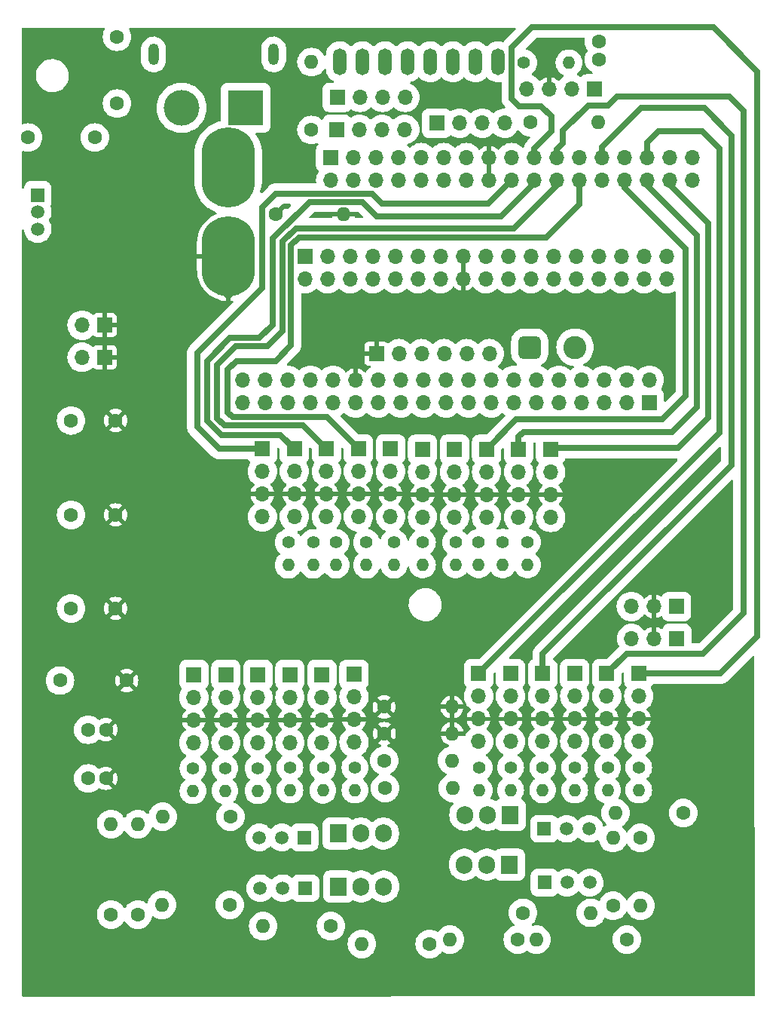
<source format=gbr>
%TF.GenerationSoftware,KiCad,Pcbnew,7.0.2*%
%TF.CreationDate,2023-07-14T13:18:19-03:00*%
%TF.ProjectId,HM_CENTRAL-02,484d5f43-454e-4545-9241-4c2d30322e6b,rev?*%
%TF.SameCoordinates,Original*%
%TF.FileFunction,Copper,L3,Inr*%
%TF.FilePolarity,Positive*%
%FSLAX46Y46*%
G04 Gerber Fmt 4.6, Leading zero omitted, Abs format (unit mm)*
G04 Created by KiCad (PCBNEW 7.0.2) date 2023-07-14 13:18:19*
%MOMM*%
%LPD*%
G01*
G04 APERTURE LIST*
G04 Aperture macros list*
%AMRoundRect*
0 Rectangle with rounded corners*
0 $1 Rounding radius*
0 $2 $3 $4 $5 $6 $7 $8 $9 X,Y pos of 4 corners*
0 Add a 4 corners polygon primitive as box body*
4,1,4,$2,$3,$4,$5,$6,$7,$8,$9,$2,$3,0*
0 Add four circle primitives for the rounded corners*
1,1,$1+$1,$2,$3*
1,1,$1+$1,$4,$5*
1,1,$1+$1,$6,$7*
1,1,$1+$1,$8,$9*
0 Add four rect primitives between the rounded corners*
20,1,$1+$1,$2,$3,$4,$5,0*
20,1,$1+$1,$4,$5,$6,$7,0*
20,1,$1+$1,$6,$7,$8,$9,0*
20,1,$1+$1,$8,$9,$2,$3,0*%
%AMHorizOval*
0 Thick line with rounded ends*
0 $1 width*
0 $2 $3 position (X,Y) of the first rounded end (center of the circle)*
0 $4 $5 position (X,Y) of the second rounded end (center of the circle)*
0 Add line between two ends*
20,1,$1,$2,$3,$4,$5,0*
0 Add two circle primitives to create the rounded ends*
1,1,$1,$2,$3*
1,1,$1,$4,$5*%
G04 Aperture macros list end*
%TA.AperFunction,ComponentPad*%
%ADD10R,1.905000X2.000000*%
%TD*%
%TA.AperFunction,ComponentPad*%
%ADD11O,1.905000X2.000000*%
%TD*%
%TA.AperFunction,ComponentPad*%
%ADD12C,1.400000*%
%TD*%
%TA.AperFunction,ComponentPad*%
%ADD13O,1.400000X1.400000*%
%TD*%
%TA.AperFunction,ComponentPad*%
%ADD14R,1.700000X1.700000*%
%TD*%
%TA.AperFunction,ComponentPad*%
%ADD15O,1.700000X1.700000*%
%TD*%
%TA.AperFunction,ComponentPad*%
%ADD16C,1.600000*%
%TD*%
%TA.AperFunction,ComponentPad*%
%ADD17O,1.600000X1.600000*%
%TD*%
%TA.AperFunction,ComponentPad*%
%ADD18O,1.500000X3.000000*%
%TD*%
%TA.AperFunction,ComponentPad*%
%ADD19RoundRect,0.650000X-0.650000X-0.650000X0.650000X-0.650000X0.650000X0.650000X-0.650000X0.650000X0*%
%TD*%
%TA.AperFunction,ComponentPad*%
%ADD20C,2.600000*%
%TD*%
%TA.AperFunction,ComponentPad*%
%ADD21R,1.500000X1.500000*%
%TD*%
%TA.AperFunction,ComponentPad*%
%ADD22C,1.500000*%
%TD*%
%TA.AperFunction,ComponentPad*%
%ADD23HorizOval,0.800000X0.000000X0.000000X0.000000X0.000000X0*%
%TD*%
%TA.AperFunction,ComponentPad*%
%ADD24HorizOval,0.800000X0.000000X0.000000X0.000000X0.000000X0*%
%TD*%
%TA.AperFunction,ComponentPad*%
%ADD25C,0.800000*%
%TD*%
%TA.AperFunction,ComponentPad*%
%ADD26O,6.000000X9.000000*%
%TD*%
%TA.AperFunction,ComponentPad*%
%ADD27R,4.000000X4.000000*%
%TD*%
%TA.AperFunction,ComponentPad*%
%ADD28C,4.000000*%
%TD*%
%TA.AperFunction,ComponentPad*%
%ADD29O,1.200000X2.400000*%
%TD*%
%TA.AperFunction,Conductor*%
%ADD30C,0.700000*%
%TD*%
G04 APERTURE END LIST*
D10*
%TO.N,Net-(Q3-C)*%
%TO.C,Q4*%
X98390000Y-130590000D03*
D11*
%TO.N,R_ARM_GND*%
X95850000Y-130590000D03*
%TO.N,GND*%
X93310000Y-130590000D03*
%TD*%
D12*
%TO.N,L_TX_CURRENT*%
%TO.C,RM5*%
X73500000Y-94420000D03*
D13*
%TO.N,L_ARM_GND*%
X73500000Y-96960000D03*
%TD*%
D12*
%TO.N,L_ANK_CURRENT*%
%TO.C,RM10*%
X77400000Y-119710000D03*
D13*
%TO.N,L_LEG_GND*%
X77400000Y-122250000D03*
%TD*%
D14*
%TO.N,R_TX_POT*%
%TO.C,M18*%
X88600000Y-83960000D03*
D15*
%TO.N,R_TX_PWM*%
X88600000Y-86500000D03*
%TO.N,SERVO_VCC*%
X88600000Y-89040000D03*
%TO.N,R_TX_CURRENT*%
X88600000Y-91580000D03*
%TD*%
D16*
%TO.N,SHUTOFF*%
%TO.C,R7*%
X56600000Y-136200000D03*
D17*
%TO.N,Net-(Q5-B)*%
X56600000Y-126040000D03*
%TD*%
D16*
%TO.N,L_ARM_CONTROL*%
%TO.C,R2*%
X89400000Y-139500000D03*
D17*
%TO.N,Net-(Q1-C)*%
X81780000Y-139500000D03*
%TD*%
D14*
%TO.N,L_ELBR_POT*%
%TO.C,M3*%
X77800000Y-83920000D03*
D15*
%TO.N,L_ELBR_PWM*%
X77800000Y-86460000D03*
%TO.N,SERVO_VCC*%
X77800000Y-89000000D03*
%TO.N,L_ELBR_CURRENT*%
X77800000Y-91540000D03*
%TD*%
D16*
%TO.N,3V3*%
%TO.C,C7*%
X108420000Y-38200000D03*
%TO.N,GND*%
X108420000Y-40200000D03*
%TD*%
D14*
%TO.N,GND*%
%TO.C,J6*%
X117180000Y-105200000D03*
D15*
%TO.N,SERVO_VCC*%
X114640000Y-105200000D03*
%TO.N,R_FT_ANGLE*%
X112100000Y-105200000D03*
%TD*%
D12*
%TO.N,R_ELB_CURRENT*%
%TO.C,RM21*%
X97600000Y-94380000D03*
D13*
%TO.N,R_ARM_GND*%
X97600000Y-96920000D03*
%TD*%
D12*
%TO.N,R_FT_CURRENT*%
%TO.C,RM14*%
X95000000Y-119680000D03*
D13*
%TO.N,R_LEG_GND*%
X95000000Y-122220000D03*
%TD*%
D16*
%TO.N,SHUTOFF*%
%TO.C,R4*%
X99890000Y-136000000D03*
D17*
%TO.N,Net-(Q3-B)*%
X107510000Y-136000000D03*
%TD*%
D14*
%TO.N,R_SH_POT*%
%TO.C,M19*%
X92200000Y-83960000D03*
D15*
%TO.N,R_SH_PWM*%
X92200000Y-86500000D03*
%TO.N,SERVO_VCC*%
X92200000Y-89040000D03*
%TO.N,R_SH_CURRENT*%
X92200000Y-91580000D03*
%TD*%
D18*
%TO.N,unconnected-(U3-PadADO)*%
%TO.C,U3*%
X94530000Y-40440000D03*
%TO.N,GND*%
X81830000Y-40440000D03*
%TO.N,unconnected-(U3-PadINT)*%
X97070000Y-40440000D03*
%TO.N,SCL*%
X84370000Y-40440000D03*
%TO.N,SDA*%
X86910000Y-40440000D03*
%TO.N,3V3*%
X79290000Y-40440000D03*
%TO.N,unconnected-(U3-PadXCL)*%
X89450000Y-40440000D03*
%TO.N,unconnected-(U3-PadXDA)*%
X91990000Y-40440000D03*
%TD*%
D19*
%TO.N,3V3*%
%TO.C,J7*%
X100660000Y-72500000D03*
D20*
%TO.N,SHUTOFF*%
X105740000Y-72500000D03*
%TD*%
D14*
%TO.N,HD_POT*%
%TO.C,M23*%
X107920000Y-43490000D03*
D15*
%TO.N,HD_PWM*%
X105380000Y-43490000D03*
%TO.N,SERVO_VCC*%
X102840000Y-43490000D03*
%TO.N,HD_CURRENT*%
X100300000Y-43490000D03*
%TD*%
D14*
%TO.N,GND*%
%TO.C,J5*%
X117140000Y-101600000D03*
D15*
%TO.N,SERVO_VCC*%
X114600000Y-101600000D03*
%TO.N,L_FT_ANGLE*%
X112060000Y-101600000D03*
%TD*%
D16*
%TO.N,GND*%
%TO.C,C9*%
X51770000Y-48940000D03*
%TO.N,I_SENS*%
X44270000Y-48940000D03*
%TD*%
%TO.N,R_ARM_CONTROL*%
%TO.C,R5*%
X111560000Y-139000000D03*
D17*
%TO.N,Net-(Q3-C)*%
X101400000Y-139000000D03*
%TD*%
D10*
%TO.N,Net-(Q7-C)*%
%TO.C,Q8*%
X98450000Y-125005000D03*
D11*
%TO.N,R_LEG_GND*%
X95910000Y-125005000D03*
%TO.N,GND*%
X93370000Y-125005000D03*
%TD*%
D21*
%TO.N,Net-(Q7-C)*%
%TO.C,Q7*%
X102270000Y-126570000D03*
D22*
%TO.N,Net-(Q7-B)*%
X104810000Y-126570000D03*
%TO.N,GND*%
X107350000Y-126570000D03*
%TD*%
D14*
%TO.N,L_SH_POT*%
%TO.C,M4*%
X74200000Y-83920000D03*
D15*
%TO.N,L_SH_PWM*%
X74200000Y-86460000D03*
%TO.N,SERVO_VCC*%
X74200000Y-89000000D03*
%TO.N,L_SH_CURRENT*%
X74200000Y-91540000D03*
%TD*%
D16*
%TO.N,3V3*%
%TO.C,C8*%
X54270000Y-37630000D03*
%TO.N,GND*%
X54270000Y-45130000D03*
%TD*%
%TO.N,Net-(Q7-C)*%
%TO.C,R35*%
X113100000Y-127590000D03*
D17*
%TO.N,GND*%
X113100000Y-135210000D03*
%TD*%
D14*
%TO.N,3V3*%
%TO.C,J9*%
X78990000Y-48040000D03*
D15*
%TO.N,GND*%
X81530000Y-48040000D03*
%TO.N,SCL*%
X84070000Y-48040000D03*
%TO.N,SDA*%
X86610000Y-48040000D03*
%TD*%
D16*
%TO.N,Net-(Q1-C)*%
%TO.C,R3*%
X66942500Y-135100000D03*
D17*
%TO.N,GND*%
X59322500Y-135100000D03*
%TD*%
D12*
%TO.N,HD_CURRENT*%
%TO.C,RM23*%
X99970000Y-40570000D03*
D13*
%TO.N,GND*%
X105050000Y-40570000D03*
%TD*%
D14*
%TO.N,R_FT_POT*%
%TO.C,M12*%
X94900000Y-109160000D03*
D15*
%TO.N,R_FT_PWM*%
X94900000Y-111700000D03*
%TO.N,SERVO_VCC*%
X94900000Y-114240000D03*
%TO.N,R_FT_CURRENT*%
X94900000Y-116780000D03*
%TD*%
D16*
%TO.N,SERVO_VCC*%
%TO.C,C1*%
X55355000Y-109920000D03*
%TO.N,GND*%
X47855000Y-109920000D03*
%TD*%
D12*
%TO.N,L_TG_CURRENT*%
%TO.C,RM7*%
X66400000Y-119760000D03*
D13*
%TO.N,L_LEG_GND*%
X66400000Y-122300000D03*
%TD*%
D14*
%TO.N,L_HP_POT*%
%TO.C,J4*%
X78280000Y-51210000D03*
D15*
%TO.N,L_TG_POT*%
X78280000Y-53750000D03*
%TO.N,GND*%
X80820000Y-51210000D03*
%TO.N,L_KNR_POT*%
X80820000Y-53750000D03*
%TO.N,GND*%
X83360000Y-51210000D03*
%TO.N,L_KN_POT*%
X83360000Y-53750000D03*
%TO.N,SCL*%
X85900000Y-51210000D03*
%TO.N,GND*%
X85900000Y-53750000D03*
%TO.N,SDA*%
X88440000Y-51210000D03*
%TO.N,GND*%
X88440000Y-53750000D03*
%TO.N,3V3*%
X90980000Y-51210000D03*
%TO.N,R_TX_POT*%
X90980000Y-53750000D03*
%TO.N,GND*%
X93520000Y-51210000D03*
%TO.N,L_HND_POT*%
X93520000Y-53750000D03*
%TO.N,SERVO_VCC*%
X96060000Y-51210000D03*
X96060000Y-53750000D03*
%TO.N,HD_POT*%
X98600000Y-51210000D03*
%TO.N,L_TX_POT*%
X98600000Y-53750000D03*
%TO.N,R_HP_POT*%
X101140000Y-51210000D03*
%TO.N,L_SH_POT*%
X101140000Y-53750000D03*
%TO.N,R_TG_POT*%
X103680000Y-51210000D03*
%TO.N,L_ELBR_POT*%
X103680000Y-53750000D03*
%TO.N,R_KNR_POT*%
X106220000Y-51210000D03*
%TO.N,L_ELB_POT*%
X106220000Y-53750000D03*
%TO.N,R_KN_POT*%
X108760000Y-51210000D03*
%TO.N,SHUTOFF*%
X108760000Y-53750000D03*
%TO.N,R_ANK_POT*%
X111300000Y-51210000D03*
%TO.N,R_ELBR_POT*%
X111300000Y-53750000D03*
%TO.N,R_FT_POT*%
X113840000Y-51210000D03*
%TO.N,R_ELB_POT*%
X113840000Y-53750000D03*
%TO.N,L_FT_POT*%
X116380000Y-51210000D03*
%TO.N,R_HND_POT*%
X116380000Y-53750000D03*
%TO.N,L_ANK_POT*%
X118920000Y-51210000D03*
%TO.N,R_SH_POT*%
X118920000Y-53750000D03*
%TD*%
D14*
%TO.N,L_KNR_POT*%
%TO.C,M8*%
X70100000Y-109260000D03*
D15*
%TO.N,L_KNR_PWM*%
X70100000Y-111800000D03*
%TO.N,SERVO_VCC*%
X70100000Y-114340000D03*
%TO.N,L_KNR_CURRENT*%
X70100000Y-116880000D03*
%TD*%
D10*
%TO.N,Net-(Q5-C)*%
%TO.C,Q6*%
X79120000Y-127100000D03*
D11*
%TO.N,L_LEG_GND*%
X81660000Y-127100000D03*
%TO.N,GND*%
X84200000Y-127100000D03*
%TD*%
D12*
%TO.N,R_HP_CURRENT*%
%TO.C,RM17*%
X112900000Y-119680000D03*
D13*
%TO.N,R_LEG_GND*%
X112900000Y-122220000D03*
%TD*%
D12*
%TO.N,R_KNR_CURRENT*%
%TO.C,RM15*%
X105700000Y-119680000D03*
D13*
%TO.N,R_LEG_GND*%
X105700000Y-122220000D03*
%TD*%
D12*
%TO.N,R_TX_CURRENT*%
%TO.C,RM18*%
X88600000Y-94400000D03*
D13*
%TO.N,R_ARM_GND*%
X88600000Y-96940000D03*
%TD*%
D12*
%TO.N,L_HND_CURRENT*%
%TO.C,RM1*%
X85400000Y-94420000D03*
D13*
%TO.N,L_ARM_GND*%
X85400000Y-96960000D03*
%TD*%
D12*
%TO.N,L_SH_CURRENT*%
%TO.C,RM4*%
X76300000Y-94420000D03*
D13*
%TO.N,L_ARM_GND*%
X76300000Y-96960000D03*
%TD*%
D14*
%TO.N,3V3*%
%TO.C,J10*%
X90190000Y-47330000D03*
D15*
%TO.N,GND*%
X92730000Y-47330000D03*
%TO.N,SCL*%
X95270000Y-47330000D03*
%TO.N,SDA*%
X97810000Y-47330000D03*
%TD*%
D21*
%TO.N,3V3*%
%TO.C,U1*%
X45355000Y-55400000D03*
D22*
%TO.N,GND*%
X45355000Y-57310000D03*
%TO.N,I_SENS*%
X45355000Y-59220000D03*
D23*
%TO.N,SERVO_VCC*%
X67385000Y-58360000D03*
D24*
X66125000Y-58360000D03*
D25*
X68415000Y-59110000D03*
X65095000Y-59110000D03*
X68805000Y-60310000D03*
X64705000Y-60310000D03*
X68805000Y-61640000D03*
X64705000Y-61640000D03*
D26*
X66755000Y-62310000D03*
D25*
X68805000Y-62980000D03*
X64705000Y-62980000D03*
X68805000Y-64310000D03*
X64705000Y-64310000D03*
X68415000Y-65510000D03*
X65095000Y-65510000D03*
X67385000Y-66260000D03*
X66125000Y-66260000D03*
%TO.N,Net-(J1-+)*%
X67385000Y-48360000D03*
X66125000Y-48360000D03*
X68415000Y-49110000D03*
X65095000Y-49110000D03*
X68805000Y-50310000D03*
X64705000Y-50310000D03*
X68805000Y-51640000D03*
X64705000Y-51640000D03*
D26*
X66755000Y-52310000D03*
D25*
X68805000Y-52980000D03*
X64705000Y-52980000D03*
X68805000Y-54310000D03*
X64705000Y-54310000D03*
X68415000Y-55510000D03*
X65095000Y-55510000D03*
D24*
X67385000Y-56260000D03*
D23*
X66125000Y-56260000D03*
%TD*%
D16*
%TO.N,SERVO_VCC*%
%TO.C,R17*%
X72100000Y-57520000D03*
D17*
X79720000Y-57520000D03*
%TD*%
D14*
%TO.N,R_HP_POT*%
%TO.C,M17*%
X112900000Y-109160000D03*
D15*
%TO.N,R_HP_PWM*%
X112900000Y-111700000D03*
%TO.N,SERVO_VCC*%
X112900000Y-114240000D03*
%TO.N,R_HP_CURRENT*%
X112900000Y-116780000D03*
%TD*%
D14*
%TO.N,L_FT_POT*%
%TO.C,M11*%
X80900000Y-109240000D03*
D15*
%TO.N,L_FT_PWM*%
X80900000Y-111780000D03*
%TO.N,SERVO_VCC*%
X80900000Y-114320000D03*
%TO.N,L_FT_CURRENT*%
X80900000Y-116860000D03*
%TD*%
D10*
%TO.N,Net-(Q1-C)*%
%TO.C,Q2*%
X79160000Y-133045000D03*
D11*
%TO.N,L_ARM_GND*%
X81700000Y-133045000D03*
%TO.N,GND*%
X84240000Y-133045000D03*
%TD*%
D16*
%TO.N,SERVO_VCC*%
%TO.C,C6*%
X54105000Y-101820000D03*
%TO.N,GND*%
X49105000Y-101820000D03*
%TD*%
%TO.N,SERVO_VCC*%
%TO.C,C2*%
X53020000Y-115440000D03*
%TO.N,GND*%
X51020000Y-115440000D03*
%TD*%
D14*
%TO.N,L_KN_POT*%
%TO.C,M9*%
X73700000Y-109260000D03*
D15*
%TO.N,L_KN_PWM*%
X73700000Y-111800000D03*
%TO.N,SERVO_VCC*%
X73700000Y-114340000D03*
%TO.N,L_KN_CURRENT*%
X73700000Y-116880000D03*
%TD*%
D12*
%TO.N,L_KN_CURRENT*%
%TO.C,RM11*%
X73700000Y-119680000D03*
D13*
%TO.N,L_LEG_GND*%
X73700000Y-122220000D03*
%TD*%
D16*
%TO.N,SDA*%
%TO.C,R39*%
X100720000Y-47230000D03*
D17*
%TO.N,3V3*%
X108340000Y-47230000D03*
%TD*%
D14*
%TO.N,R_ANK_POT*%
%TO.C,M13*%
X98500000Y-109160000D03*
D15*
%TO.N,R_ANK_PWM*%
X98500000Y-111700000D03*
%TO.N,SERVO_VCC*%
X98500000Y-114240000D03*
%TO.N,R_ANK_CURRENT*%
X98500000Y-116780000D03*
%TD*%
D14*
%TO.N,R_ELBR_POT*%
%TO.C,M20*%
X95800000Y-83960000D03*
D15*
%TO.N,R_ELBR_PWM*%
X95800000Y-86500000D03*
%TO.N,SERVO_VCC*%
X95800000Y-89040000D03*
%TO.N,R_ELBR_CURRENT*%
X95800000Y-91580000D03*
%TD*%
D14*
%TO.N,R_KNR_POT*%
%TO.C,M15*%
X105700000Y-109160000D03*
D15*
%TO.N,R_KNR_PWM*%
X105700000Y-111700000D03*
%TO.N,SERVO_VCC*%
X105700000Y-114240000D03*
%TO.N,R_KNR_CURRENT*%
X105700000Y-116780000D03*
%TD*%
D21*
%TO.N,Net-(Q5-C)*%
%TO.C,Q5*%
X75340000Y-127540000D03*
D22*
%TO.N,Net-(Q5-B)*%
X72800000Y-127540000D03*
%TO.N,GND*%
X70260000Y-127540000D03*
%TD*%
D14*
%TO.N,L_HND_POT*%
%TO.C,M1*%
X85000000Y-83920000D03*
D15*
%TO.N,L_HND_PWM*%
X85000000Y-86460000D03*
%TO.N,SERVO_VCC*%
X85000000Y-89000000D03*
%TO.N,L_HND_CURRENT*%
X85000000Y-91540000D03*
%TD*%
D12*
%TO.N,R_ELBR_CURRENT*%
%TO.C,RM20*%
X94900000Y-94400000D03*
D13*
%TO.N,R_ARM_GND*%
X94900000Y-96940000D03*
%TD*%
D14*
%TO.N,L_TX_POT*%
%TO.C,M5*%
X70600000Y-83920000D03*
D15*
%TO.N,L_TX_PWM*%
X70600000Y-86460000D03*
%TO.N,SERVO_VCC*%
X70600000Y-89000000D03*
%TO.N,L_TX_CURRENT*%
X70600000Y-91540000D03*
%TD*%
D14*
%TO.N,L_HP_CURRENT*%
%TO.C,J3*%
X75380000Y-62270000D03*
D15*
%TO.N,L_TG_CURRENT*%
X75380000Y-64810000D03*
%TO.N,L_LEG_GND*%
X77920000Y-62270000D03*
%TO.N,L_KNR_CURRENT*%
X77920000Y-64810000D03*
%TO.N,R_LEG_GND*%
X80460000Y-62270000D03*
%TO.N,L_KN_CURRENT*%
X80460000Y-64810000D03*
%TO.N,SCL*%
X83000000Y-62270000D03*
%TO.N,R_ARM_GND*%
X83000000Y-64810000D03*
%TO.N,SDA*%
X85540000Y-62270000D03*
%TO.N,L_ARM_GND*%
X85540000Y-64810000D03*
%TO.N,3V3*%
X88080000Y-62270000D03*
%TO.N,R_TX_CURRENT*%
X88080000Y-64810000D03*
%TO.N,GND*%
X90620000Y-62270000D03*
%TO.N,L_HND_CURRENT*%
X90620000Y-64810000D03*
%TO.N,SERVO_VCC*%
X93160000Y-62270000D03*
X93160000Y-64810000D03*
%TO.N,HD_CURRENT*%
X95700000Y-62270000D03*
%TO.N,L_TX_CURRENT*%
X95700000Y-64810000D03*
%TO.N,R_HP_CURRENT*%
X98240000Y-62270000D03*
%TO.N,L_SH_CURRENT*%
X98240000Y-64810000D03*
%TO.N,R_TG_CURRENT*%
X100780000Y-62270000D03*
%TO.N,L_ELBR_CURRENT*%
X100780000Y-64810000D03*
%TO.N,R_KNR_CURRENT*%
X103320000Y-62270000D03*
%TO.N,L_ELB_CURRENT*%
X103320000Y-64810000D03*
%TO.N,R_KN_CURRENT*%
X105860000Y-62270000D03*
%TO.N,SHUTOFF*%
X105860000Y-64810000D03*
%TO.N,R_ANK_CURRENT*%
X108400000Y-62270000D03*
%TO.N,R_ELBR_CURRENT*%
X108400000Y-64810000D03*
%TO.N,R_FT_CURRENT*%
X110940000Y-62270000D03*
%TO.N,R_ELB_CURRENT*%
X110940000Y-64810000D03*
%TO.N,L_FT_CURRENT*%
X113480000Y-62270000D03*
%TO.N,R_HND_CURRENT*%
X113480000Y-64810000D03*
%TO.N,L_ANK_CURRENT*%
X116020000Y-62270000D03*
%TO.N,R_SH_CURRENT*%
X116020000Y-64810000D03*
%TD*%
D12*
%TO.N,R_TG_CURRENT*%
%TO.C,RM16*%
X109400000Y-119680000D03*
D13*
%TO.N,R_LEG_GND*%
X109400000Y-122220000D03*
%TD*%
D21*
%TO.N,Net-(Q3-C)*%
%TO.C,Q3*%
X102310000Y-132610000D03*
D22*
%TO.N,Net-(Q3-B)*%
X104850000Y-132610000D03*
%TO.N,GND*%
X107390000Y-132610000D03*
%TD*%
D12*
%TO.N,R_KN_CURRENT*%
%TO.C,RM12*%
X102100000Y-119660000D03*
D13*
%TO.N,R_LEG_GND*%
X102100000Y-122200000D03*
%TD*%
D14*
%TO.N,R_TG_POT*%
%TO.C,M16*%
X109300000Y-109160000D03*
D15*
%TO.N,R_TG_PWM*%
X109300000Y-111700000D03*
%TO.N,SERVO_VCC*%
X109300000Y-114240000D03*
%TO.N,R_TG_CURRENT*%
X109300000Y-116780000D03*
%TD*%
D14*
%TO.N,L_HP_POT*%
%TO.C,M6*%
X62900000Y-109260000D03*
D15*
%TO.N,L_HP_PWM*%
X62900000Y-111800000D03*
%TO.N,SERVO_VCC*%
X62900000Y-114340000D03*
%TO.N,L_HP_CURRENT*%
X62900000Y-116880000D03*
%TD*%
D21*
%TO.N,Net-(Q1-C)*%
%TO.C,Q1*%
X75440000Y-133240000D03*
D22*
%TO.N,Net-(Q1-B)*%
X72900000Y-133240000D03*
%TO.N,GND*%
X70360000Y-133240000D03*
%TD*%
D12*
%TO.N,R_SH_CURRENT*%
%TO.C,RM19*%
X92300000Y-94400000D03*
D13*
%TO.N,R_ARM_GND*%
X92300000Y-96940000D03*
%TD*%
D14*
%TO.N,L_TG_POT*%
%TO.C,M7*%
X66500000Y-109260000D03*
D15*
%TO.N,L_TG_PWM*%
X66500000Y-111800000D03*
%TO.N,SERVO_VCC*%
X66500000Y-114340000D03*
%TO.N,L_TG_CURRENT*%
X66500000Y-116880000D03*
%TD*%
D14*
%TO.N,R_ELB_POT*%
%TO.C,M21*%
X99400000Y-83960000D03*
D15*
%TO.N,R_ELB_PWM*%
X99400000Y-86500000D03*
%TO.N,SERVO_VCC*%
X99400000Y-89040000D03*
%TO.N,R_ELB_CURRENT*%
X99400000Y-91580000D03*
%TD*%
D16*
%TO.N,Net-(Q5-C)*%
%TO.C,R9*%
X67010000Y-125200000D03*
D17*
%TO.N,GND*%
X59390000Y-125200000D03*
%TD*%
D16*
%TO.N,SERVO_VCC*%
%TO.C,C5*%
X54105000Y-91320000D03*
%TO.N,GND*%
X49105000Y-91320000D03*
%TD*%
D12*
%TO.N,L_ELB_CURRENT*%
%TO.C,RM2*%
X82300000Y-94420000D03*
D13*
%TO.N,L_ARM_GND*%
X82300000Y-96960000D03*
%TD*%
D14*
%TO.N,SERVO_VCC*%
%TO.C,M24*%
X52880000Y-73620000D03*
D15*
%TO.N,GND*%
X50340000Y-73620000D03*
%TD*%
D12*
%TO.N,L_ELBR_CURRENT*%
%TO.C,RM3*%
X78900000Y-94420000D03*
D13*
%TO.N,L_ARM_GND*%
X78900000Y-96960000D03*
%TD*%
D16*
%TO.N,GND*%
%TO.C,R16*%
X84290000Y-118900000D03*
D17*
X91910000Y-118900000D03*
%TD*%
D14*
%TO.N,SERVO_VCC*%
%TO.C,M25*%
X52880000Y-70020000D03*
D15*
%TO.N,GND*%
X50340000Y-70020000D03*
%TD*%
D14*
%TO.N,L_FT_ANGLE*%
%TO.C,J2*%
X114080000Y-78740000D03*
D15*
%TO.N,R_LEG_CONTROL*%
X114080000Y-76200000D03*
%TO.N,R_FT_ANGLE*%
X111540000Y-78740000D03*
%TO.N,R_ARM_CONTROL*%
X111540000Y-76200000D03*
%TO.N,R_HP_PWM*%
X109000000Y-78740000D03*
%TO.N,L_ARM_CONTROL*%
X109000000Y-76200000D03*
%TO.N,R_TG_PWM*%
X106460000Y-78740000D03*
%TO.N,L_LEG_CONTROL*%
X106460000Y-76200000D03*
%TO.N,R_KNR_PWM*%
X103920000Y-78740000D03*
%TO.N,SHUTOFF*%
X103920000Y-76200000D03*
%TO.N,R_KN_PWM*%
X101380000Y-78740000D03*
%TO.N,I_SENS*%
X101380000Y-76200000D03*
%TO.N,R_ANK_PWM*%
X98840000Y-78740000D03*
%TO.N,3V3*%
X98840000Y-76200000D03*
%TO.N,R_FT_PWM*%
X96300000Y-78740000D03*
%TO.N,HD_PWM*%
X96300000Y-76200000D03*
%TO.N,R_HND_PWM*%
X93760000Y-78740000D03*
%TO.N,MAIN_TX*%
X93760000Y-76200000D03*
%TO.N,R_ELB_PWM*%
X91220000Y-78740000D03*
%TO.N,MAIN_RX*%
X91220000Y-76200000D03*
%TO.N,R_ELBR_PWM*%
X88680000Y-78740000D03*
%TO.N,SDA*%
X88680000Y-76200000D03*
%TO.N,R_SH_PWM*%
X86140000Y-78740000D03*
%TO.N,SCL*%
X86140000Y-76200000D03*
%TO.N,R_TX_PWM*%
X83600000Y-78740000D03*
%TO.N,GND*%
X83600000Y-76200000D03*
%TO.N,L_HND_PWM*%
X81060000Y-78740000D03*
%TO.N,SERVO_VCC*%
X81060000Y-76200000D03*
%TO.N,L_ELB_PWM*%
X78520000Y-78740000D03*
%TO.N,L_HP_PWM*%
X78520000Y-76200000D03*
%TO.N,L_ELBR_PWM*%
X75980000Y-78740000D03*
%TO.N,L_TG_PWM*%
X75980000Y-76200000D03*
%TO.N,L_SH_PWM*%
X73440000Y-78740000D03*
%TO.N,L_KNR_PWM*%
X73440000Y-76200000D03*
%TO.N,L_TX_PWM*%
X70900000Y-78740000D03*
%TO.N,L_KN_PWM*%
X70900000Y-76200000D03*
%TO.N,L_FT_PWM*%
X68360000Y-78740000D03*
%TO.N,L_ANK_PWM*%
X68360000Y-76200000D03*
%TD*%
D12*
%TO.N,R_HND_CURRENT*%
%TO.C,RM22*%
X100400000Y-94380000D03*
D13*
%TO.N,R_ARM_GND*%
X100400000Y-96920000D03*
%TD*%
D14*
%TO.N,3V3*%
%TO.C,J8*%
X79010000Y-44440000D03*
D15*
%TO.N,GND*%
X81550000Y-44440000D03*
%TO.N,SCL*%
X84090000Y-44440000D03*
%TO.N,SDA*%
X86630000Y-44440000D03*
%TD*%
D16*
%TO.N,SERVO_VCC*%
%TO.C,C3*%
X53020000Y-120910000D03*
%TO.N,GND*%
X51020000Y-120910000D03*
%TD*%
%TO.N,SERVO_VCC*%
%TO.C,C4*%
X54105000Y-80720000D03*
%TO.N,GND*%
X49105000Y-80720000D03*
%TD*%
%TO.N,R_LEG_CONTROL*%
%TO.C,R34*%
X117910000Y-124800000D03*
D17*
%TO.N,Net-(Q7-C)*%
X110290000Y-124800000D03*
%TD*%
D14*
%TO.N,R_HND_POT*%
%TO.C,M22*%
X103000000Y-83980000D03*
D15*
%TO.N,R_HND_PWM*%
X103000000Y-86520000D03*
%TO.N,SERVO_VCC*%
X103000000Y-89060000D03*
%TO.N,R_HND_CURRENT*%
X103000000Y-91600000D03*
%TD*%
D27*
%TO.N,Net-(J1-+)*%
%TO.C,J1*%
X68720000Y-45615750D03*
D28*
%TO.N,GND*%
X61520000Y-45615750D03*
D29*
%TO.N,N/C*%
X71870000Y-39615750D03*
X58370000Y-39615750D03*
%TD*%
D12*
%TO.N,L_FT_CURRENT*%
%TO.C,RM9*%
X81000000Y-119680000D03*
D13*
%TO.N,L_LEG_GND*%
X81000000Y-122220000D03*
%TD*%
D14*
%TO.N,R_KN_POT*%
%TO.C,M14*%
X102100000Y-109160000D03*
D15*
%TO.N,R_KN_PWM*%
X102100000Y-111700000D03*
%TO.N,SERVO_VCC*%
X102100000Y-114240000D03*
%TO.N,R_KN_CURRENT*%
X102100000Y-116780000D03*
%TD*%
D16*
%TO.N,SCL*%
%TO.C,R38*%
X76120000Y-48100000D03*
D17*
%TO.N,3V3*%
X76120000Y-40480000D03*
%TD*%
D16*
%TO.N,SHUTOFF*%
%TO.C,R1*%
X78310000Y-137500000D03*
D17*
%TO.N,Net-(Q1-B)*%
X70690000Y-137500000D03*
%TD*%
D16*
%TO.N,GND*%
%TO.C,R13*%
X84390000Y-122000000D03*
D17*
X92010000Y-122000000D03*
%TD*%
D16*
%TO.N,L_LEG_CONTROL*%
%TO.C,R8*%
X53600000Y-136200000D03*
D17*
%TO.N,Net-(Q5-C)*%
X53600000Y-126040000D03*
%TD*%
D12*
%TO.N,R_ANK_CURRENT*%
%TO.C,RM13*%
X98500000Y-119660000D03*
D13*
%TO.N,R_LEG_GND*%
X98500000Y-122200000D03*
%TD*%
D16*
%TO.N,SERVO_VCC*%
%TO.C,R11*%
X84290000Y-112880000D03*
D17*
X91910000Y-112880000D03*
%TD*%
D16*
%TO.N,Net-(Q3-C)*%
%TO.C,R6*%
X99310000Y-139000000D03*
D17*
%TO.N,GND*%
X91690000Y-139000000D03*
%TD*%
D16*
%TO.N,SHUTOFF*%
%TO.C,R10*%
X110000000Y-135210000D03*
D17*
%TO.N,Net-(Q7-B)*%
X110000000Y-127590000D03*
%TD*%
D16*
%TO.N,SERVO_VCC*%
%TO.C,R12*%
X84300000Y-115880000D03*
D17*
X91920000Y-115880000D03*
%TD*%
D14*
%TO.N,L_ELB_POT*%
%TO.C,M2*%
X81400000Y-83920000D03*
D15*
%TO.N,L_ELB_PWM*%
X81400000Y-86460000D03*
%TO.N,SERVO_VCC*%
X81400000Y-89000000D03*
%TO.N,L_ELB_CURRENT*%
X81400000Y-91540000D03*
%TD*%
D12*
%TO.N,L_KNR_CURRENT*%
%TO.C,RM8*%
X70100000Y-119760000D03*
D13*
%TO.N,L_LEG_GND*%
X70100000Y-122300000D03*
%TD*%
D12*
%TO.N,L_HP_CURRENT*%
%TO.C,RM6*%
X62800000Y-119760000D03*
D13*
%TO.N,L_LEG_GND*%
X62800000Y-122300000D03*
%TD*%
D14*
%TO.N,L_ANK_POT*%
%TO.C,M10*%
X77300000Y-109260000D03*
D15*
%TO.N,L_ANK_PWM*%
X77300000Y-111800000D03*
%TO.N,SERVO_VCC*%
X77300000Y-114340000D03*
%TO.N,L_ANK_CURRENT*%
X77300000Y-116880000D03*
%TD*%
D14*
%TO.N,SERVO_VCC*%
%TO.C,J13*%
X83410000Y-73220000D03*
D15*
%TO.N,GND*%
X85950000Y-73220000D03*
%TO.N,SCL*%
X88490000Y-73220000D03*
%TO.N,SDA*%
X91030000Y-73220000D03*
%TO.N,MAIN_RX*%
X93570000Y-73220000D03*
%TO.N,MAIN_TX*%
X96110000Y-73220000D03*
%TD*%
D30*
%TO.N,L_SH_POT*%
X65970000Y-82370000D02*
X72650000Y-82370000D01*
X81870000Y-56160000D02*
X75887208Y-56160000D01*
X66920000Y-71470000D02*
X64360000Y-74030000D01*
X75887208Y-56160000D02*
X71750000Y-60297208D01*
X64360000Y-74030000D02*
X64360000Y-80760000D01*
X71750000Y-70000000D02*
X70280000Y-71470000D01*
X72650000Y-82370000D02*
X74200000Y-83920000D01*
X97430000Y-57770000D02*
X83480000Y-57770000D01*
X64360000Y-80760000D02*
X65970000Y-82370000D01*
X101140000Y-53750000D02*
X101140000Y-54060000D01*
X70280000Y-71470000D02*
X66920000Y-71470000D01*
X83480000Y-57770000D02*
X81870000Y-56160000D01*
X101140000Y-54060000D02*
X97430000Y-57770000D01*
X71750000Y-60297208D02*
X71750000Y-70000000D01*
%TO.N,L_TX_POT*%
X63280000Y-81450000D02*
X65750000Y-83920000D01*
X72080000Y-55260000D02*
X70550000Y-56790000D01*
X65750000Y-83920000D02*
X70600000Y-83920000D01*
X70550000Y-65880000D02*
X63280000Y-73150000D01*
X70550000Y-56790000D02*
X70550000Y-65880000D01*
X95980000Y-56370000D02*
X84030000Y-56370000D01*
X82920000Y-55260000D02*
X72080000Y-55260000D01*
X84030000Y-56370000D02*
X82920000Y-55260000D01*
X63280000Y-73150000D02*
X63280000Y-81450000D01*
X98600000Y-53750000D02*
X95980000Y-56370000D01*
%TO.N,L_ELB_POT*%
X73800000Y-61050000D02*
X73800000Y-72300000D01*
X67690000Y-74030000D02*
X66690000Y-75030000D01*
X106220000Y-56460000D02*
X102540000Y-60140000D01*
X66690000Y-75030000D02*
X66690000Y-79790000D01*
X72070000Y-74030000D02*
X67690000Y-74030000D01*
X66690000Y-79790000D02*
X67260000Y-80360000D01*
X106220000Y-53750000D02*
X106220000Y-56460000D01*
X73800000Y-72300000D02*
X72070000Y-74030000D01*
X67260000Y-80360000D02*
X77840000Y-80360000D01*
X74710000Y-60140000D02*
X73800000Y-61050000D01*
X77840000Y-80360000D02*
X81400000Y-83920000D01*
X102540000Y-60140000D02*
X74710000Y-60140000D01*
%TO.N,R_ELB_POT*%
X99400000Y-82550000D02*
X99400000Y-83960000D01*
X99920000Y-82030000D02*
X99400000Y-82550000D01*
X113840000Y-54380000D02*
X119400000Y-59940000D01*
X119400000Y-79250000D02*
X116620000Y-82030000D01*
X116620000Y-82030000D02*
X99920000Y-82030000D01*
X119400000Y-59940000D02*
X119400000Y-79250000D01*
X113840000Y-53750000D02*
X113840000Y-54380000D01*
%TO.N,R_HP_POT*%
X98640000Y-44600000D02*
X99460000Y-45420000D01*
X99460000Y-45420000D02*
X101930000Y-45420000D01*
X112900000Y-109160000D02*
X122060000Y-109160000D01*
X103060000Y-48280000D02*
X101140000Y-50200000D01*
X100921522Y-36600000D02*
X98640000Y-38881522D01*
X101930000Y-45420000D02*
X103060000Y-46550000D01*
X103060000Y-46550000D02*
X103060000Y-48280000D01*
X126240000Y-41520000D02*
X121320000Y-36600000D01*
X121320000Y-36600000D02*
X100921522Y-36600000D01*
X98640000Y-38881522D02*
X98640000Y-44600000D01*
X126240000Y-104980000D02*
X126240000Y-41520000D01*
X122060000Y-109160000D02*
X126240000Y-104980000D01*
X101140000Y-50200000D02*
X101140000Y-51210000D01*
%TO.N,R_TG_POT*%
X111550000Y-106910000D02*
X109300000Y-109160000D01*
X124650000Y-45950000D02*
X124650000Y-102350000D01*
X107200000Y-45370000D02*
X109450000Y-45370000D01*
X103680000Y-51210000D02*
X103680000Y-50310000D01*
X103680000Y-50310000D02*
X104400000Y-49590000D01*
X124650000Y-102350000D02*
X120090000Y-106910000D01*
X110470000Y-44350000D02*
X123050000Y-44350000D01*
X104400000Y-48170000D02*
X107200000Y-45370000D01*
X109450000Y-45370000D02*
X110470000Y-44350000D01*
X104400000Y-49590000D02*
X104400000Y-48170000D01*
X120090000Y-106910000D02*
X111550000Y-106910000D01*
X123050000Y-44350000D02*
X124650000Y-45950000D01*
%TO.N,R_KN_POT*%
X102100000Y-106950000D02*
X102100000Y-109160000D01*
X108760000Y-51210000D02*
X108760000Y-50050000D01*
X120240000Y-45620000D02*
X123330000Y-48710000D01*
X123330000Y-85720000D02*
X102100000Y-106950000D01*
X108760000Y-50050000D02*
X113190000Y-45620000D01*
X123330000Y-48710000D02*
X123330000Y-85720000D01*
X113190000Y-45620000D02*
X120240000Y-45620000D01*
%TO.N,R_FT_POT*%
X121980000Y-82080000D02*
X94900000Y-109160000D01*
X120047208Y-48220000D02*
X121980000Y-50152792D01*
X121980000Y-50152792D02*
X121980000Y-82080000D01*
X115110000Y-48220000D02*
X120047208Y-48220000D01*
X113840000Y-51210000D02*
X113840000Y-49490000D01*
X113840000Y-49490000D02*
X115110000Y-48220000D01*
%TO.N,R_ANK_POT*%
X98500000Y-109160000D02*
X98500000Y-109070000D01*
%TO.N,L_ELBR_POT*%
X75140000Y-81260000D02*
X77800000Y-83920000D01*
X98880000Y-59150000D02*
X74370000Y-59150000D01*
X72880000Y-60640000D02*
X72880000Y-70650000D01*
X71150000Y-72380000D02*
X67630000Y-72380000D01*
X103680000Y-54350000D02*
X98880000Y-59150000D01*
X66310000Y-81260000D02*
X75140000Y-81260000D01*
X65510000Y-80460000D02*
X66310000Y-81260000D01*
X74370000Y-59150000D02*
X72880000Y-60640000D01*
X103680000Y-53750000D02*
X103680000Y-54350000D01*
X72880000Y-70650000D02*
X71150000Y-72380000D01*
X65510000Y-74500000D02*
X65510000Y-80460000D01*
X67630000Y-72380000D02*
X65510000Y-74500000D01*
%TO.N,R_ELBR_POT*%
X118200000Y-61470000D02*
X118200000Y-77960000D01*
X111300000Y-53750000D02*
X111300000Y-54570000D01*
X118200000Y-77960000D02*
X115540000Y-80620000D01*
X99140000Y-80620000D02*
X95800000Y-83960000D01*
X111300000Y-54570000D02*
X118200000Y-61470000D01*
X115540000Y-80620000D02*
X99140000Y-80620000D01*
%TO.N,R_HND_POT*%
X116380000Y-53750000D02*
X116380000Y-54230000D01*
X120740000Y-80440000D02*
X117340000Y-83840000D01*
X103140000Y-83840000D02*
X103000000Y-83980000D01*
X120740000Y-58590000D02*
X120740000Y-80440000D01*
X117340000Y-83840000D02*
X103140000Y-83840000D01*
X116380000Y-54230000D02*
X120740000Y-58590000D01*
%TD*%
%TA.AperFunction,Conductor*%
%TO.N,SERVO_VCC*%
G36*
X52793836Y-36614494D02*
G01*
X52860863Y-36634211D01*
X52906592Y-36687037D01*
X52916502Y-36756201D01*
X52899501Y-36803283D01*
X52839534Y-36901140D01*
X52743126Y-37133889D01*
X52684317Y-37378850D01*
X52664551Y-37630000D01*
X52684317Y-37881149D01*
X52743126Y-38126110D01*
X52784238Y-38225363D01*
X52839534Y-38358859D01*
X52971164Y-38573659D01*
X53134776Y-38765224D01*
X53326341Y-38928836D01*
X53541141Y-39060466D01*
X53773889Y-39156873D01*
X54018852Y-39215683D01*
X54270000Y-39235449D01*
X54521148Y-39215683D01*
X54766111Y-39156873D01*
X54998859Y-39060466D01*
X55213659Y-38928836D01*
X55405224Y-38765224D01*
X55568836Y-38573659D01*
X55700466Y-38358859D01*
X55796873Y-38126111D01*
X55855683Y-37881148D01*
X55875449Y-37630000D01*
X55855683Y-37378852D01*
X55796873Y-37133889D01*
X55700466Y-36901141D01*
X55641378Y-36804719D01*
X55623134Y-36737276D01*
X55644250Y-36670673D01*
X55698022Y-36626059D01*
X55747165Y-36615931D01*
X98958226Y-36636942D01*
X99025253Y-36656659D01*
X99070982Y-36709485D01*
X99080892Y-36778649D01*
X99051836Y-36842190D01*
X99045844Y-36848623D01*
X97847288Y-38047179D01*
X97843147Y-38051133D01*
X97786128Y-38103114D01*
X97739633Y-38164681D01*
X97736078Y-38169169D01*
X97719911Y-38188638D01*
X97661939Y-38227638D01*
X97592085Y-38229105D01*
X97580543Y-38225363D01*
X97502779Y-38195871D01*
X97257497Y-38145797D01*
X97007368Y-38135717D01*
X96758848Y-38165893D01*
X96518398Y-38235540D01*
X96292226Y-38342860D01*
X96086202Y-38485068D01*
X95905658Y-38658484D01*
X95896820Y-38670246D01*
X95840810Y-38712014D01*
X95771109Y-38716870D01*
X95709847Y-38683273D01*
X95704875Y-38677980D01*
X95607566Y-38568141D01*
X95607564Y-38568139D01*
X95607563Y-38568138D01*
X95413650Y-38409812D01*
X95413648Y-38409811D01*
X95413646Y-38409809D01*
X95196850Y-38284643D01*
X94962779Y-38195871D01*
X94717497Y-38145797D01*
X94467368Y-38135717D01*
X94218848Y-38165893D01*
X93978398Y-38235540D01*
X93752226Y-38342860D01*
X93546202Y-38485068D01*
X93365658Y-38658484D01*
X93356820Y-38670246D01*
X93300810Y-38712014D01*
X93231109Y-38716870D01*
X93169847Y-38683273D01*
X93164875Y-38677980D01*
X93067566Y-38568141D01*
X93067564Y-38568139D01*
X93067563Y-38568138D01*
X92873650Y-38409812D01*
X92873648Y-38409811D01*
X92873646Y-38409809D01*
X92656850Y-38284643D01*
X92422779Y-38195871D01*
X92177497Y-38145797D01*
X91927368Y-38135717D01*
X91678848Y-38165893D01*
X91438398Y-38235540D01*
X91212226Y-38342860D01*
X91006202Y-38485068D01*
X90825658Y-38658484D01*
X90816820Y-38670246D01*
X90760810Y-38712014D01*
X90691109Y-38716870D01*
X90629847Y-38683273D01*
X90624875Y-38677980D01*
X90527566Y-38568141D01*
X90527564Y-38568139D01*
X90527563Y-38568138D01*
X90333650Y-38409812D01*
X90333648Y-38409811D01*
X90333646Y-38409809D01*
X90116850Y-38284643D01*
X89882779Y-38195871D01*
X89637497Y-38145797D01*
X89387368Y-38135717D01*
X89138848Y-38165893D01*
X88898398Y-38235540D01*
X88672226Y-38342860D01*
X88466202Y-38485068D01*
X88285658Y-38658484D01*
X88276820Y-38670246D01*
X88220810Y-38712014D01*
X88151109Y-38716870D01*
X88089847Y-38683273D01*
X88084875Y-38677980D01*
X87987566Y-38568141D01*
X87987564Y-38568139D01*
X87987563Y-38568138D01*
X87793650Y-38409812D01*
X87793648Y-38409811D01*
X87793646Y-38409809D01*
X87576850Y-38284643D01*
X87342779Y-38195871D01*
X87097497Y-38145797D01*
X86847368Y-38135717D01*
X86598848Y-38165893D01*
X86358398Y-38235540D01*
X86132226Y-38342860D01*
X85926202Y-38485068D01*
X85745658Y-38658484D01*
X85736820Y-38670246D01*
X85680810Y-38712014D01*
X85611109Y-38716870D01*
X85549847Y-38683273D01*
X85544875Y-38677980D01*
X85447566Y-38568141D01*
X85447564Y-38568139D01*
X85447563Y-38568138D01*
X85253650Y-38409812D01*
X85253648Y-38409811D01*
X85253646Y-38409809D01*
X85036850Y-38284643D01*
X84802779Y-38195871D01*
X84557497Y-38145797D01*
X84307368Y-38135717D01*
X84058848Y-38165893D01*
X83818398Y-38235540D01*
X83592226Y-38342860D01*
X83386202Y-38485068D01*
X83205658Y-38658484D01*
X83196820Y-38670246D01*
X83140810Y-38712014D01*
X83071109Y-38716870D01*
X83009847Y-38683273D01*
X83004875Y-38677980D01*
X82907566Y-38568141D01*
X82907564Y-38568139D01*
X82907563Y-38568138D01*
X82713650Y-38409812D01*
X82713648Y-38409811D01*
X82713646Y-38409809D01*
X82496850Y-38284643D01*
X82262779Y-38195871D01*
X82017497Y-38145797D01*
X81767368Y-38135717D01*
X81518848Y-38165893D01*
X81278398Y-38235540D01*
X81052226Y-38342860D01*
X80846202Y-38485068D01*
X80665658Y-38658484D01*
X80656820Y-38670246D01*
X80600810Y-38712014D01*
X80531109Y-38716870D01*
X80469847Y-38683273D01*
X80464875Y-38677980D01*
X80367566Y-38568141D01*
X80367564Y-38568139D01*
X80367563Y-38568138D01*
X80173650Y-38409812D01*
X80173648Y-38409811D01*
X80173646Y-38409809D01*
X79956850Y-38284643D01*
X79722779Y-38195871D01*
X79477497Y-38145797D01*
X79227368Y-38135717D01*
X78978848Y-38165893D01*
X78738398Y-38235540D01*
X78512226Y-38342860D01*
X78306202Y-38485068D01*
X78125659Y-38658483D01*
X77975268Y-38858616D01*
X77858931Y-39080276D01*
X77779656Y-39317736D01*
X77739500Y-39564829D01*
X77739500Y-39619946D01*
X77719815Y-39686985D01*
X77667011Y-39732740D01*
X77597853Y-39742684D01*
X77534297Y-39713659D01*
X77509773Y-39684736D01*
X77470069Y-39619946D01*
X77418836Y-39536341D01*
X77255224Y-39344776D01*
X77063659Y-39181164D01*
X76848859Y-39049534D01*
X76732484Y-39001330D01*
X76616110Y-38953126D01*
X76371149Y-38894317D01*
X76245574Y-38884433D01*
X76120000Y-38874551D01*
X76119999Y-38874551D01*
X75868850Y-38894317D01*
X75623889Y-38953126D01*
X75391139Y-39049535D01*
X75176342Y-39181163D01*
X74984776Y-39344776D01*
X74821163Y-39536342D01*
X74689535Y-39751139D01*
X74593126Y-39983889D01*
X74534317Y-40228850D01*
X74514551Y-40480000D01*
X74534317Y-40731149D01*
X74593126Y-40976110D01*
X74596139Y-40983383D01*
X74689534Y-41208859D01*
X74821164Y-41423659D01*
X74984776Y-41615224D01*
X75176341Y-41778836D01*
X75391141Y-41910466D01*
X75623889Y-42006873D01*
X75868852Y-42065683D01*
X76120000Y-42085449D01*
X76371148Y-42065683D01*
X76616111Y-42006873D01*
X76848859Y-41910466D01*
X77063659Y-41778836D01*
X77255224Y-41615224D01*
X77418836Y-41423659D01*
X77515665Y-41265647D01*
X77567474Y-41218776D01*
X77636404Y-41207353D01*
X77700567Y-41235010D01*
X77739592Y-41292966D01*
X77744988Y-41320463D01*
X77752428Y-41412628D01*
X77754600Y-41439526D01*
X77814509Y-41682589D01*
X77814510Y-41682591D01*
X77911598Y-41910466D01*
X77912636Y-41912901D01*
X77935355Y-41948828D01*
X78046432Y-42124481D01*
X78132399Y-42221518D01*
X78193490Y-42290476D01*
X78212437Y-42311862D01*
X78406350Y-42470188D01*
X78406351Y-42470189D01*
X78406353Y-42470190D01*
X78558641Y-42558113D01*
X78606857Y-42608680D01*
X78620080Y-42677287D01*
X78594112Y-42742152D01*
X78537198Y-42782680D01*
X78496641Y-42789500D01*
X78115046Y-42789500D01*
X78111590Y-42789889D01*
X78111579Y-42789890D01*
X77980749Y-42804631D01*
X77980746Y-42804631D01*
X77980745Y-42804632D01*
X77810478Y-42864211D01*
X77810476Y-42864211D01*
X77810476Y-42864212D01*
X77657735Y-42960185D01*
X77530185Y-43087735D01*
X77434212Y-43240476D01*
X77434211Y-43240478D01*
X77377632Y-43402173D01*
X77374631Y-43410749D01*
X77359890Y-43541579D01*
X77359889Y-43541590D01*
X77359500Y-43545046D01*
X77359500Y-45334954D01*
X77359889Y-45338410D01*
X77359890Y-45338420D01*
X77370470Y-45432316D01*
X77374632Y-45469255D01*
X77434211Y-45639522D01*
X77441334Y-45650858D01*
X77530185Y-45792264D01*
X77657735Y-45919814D01*
X77657737Y-45919815D01*
X77657738Y-45919816D01*
X77810478Y-46015789D01*
X77980745Y-46075368D01*
X78115046Y-46090500D01*
X78118530Y-46090500D01*
X79901470Y-46090500D01*
X79904954Y-46090500D01*
X80039255Y-46075368D01*
X80209522Y-46015789D01*
X80362262Y-45919816D01*
X80461736Y-45820341D01*
X80523057Y-45786858D01*
X80592749Y-45791842D01*
X80614201Y-45802294D01*
X80798372Y-45915154D01*
X80949463Y-45977738D01*
X81038389Y-46014573D01*
X81118197Y-46033733D01*
X81291006Y-46075221D01*
X81550000Y-46095604D01*
X81808994Y-46075221D01*
X82061610Y-46014573D01*
X82301628Y-45915154D01*
X82523140Y-45779412D01*
X82720689Y-45610689D01*
X82725708Y-45604811D01*
X82784214Y-45566618D01*
X82854082Y-45566118D01*
X82913129Y-45603471D01*
X82914292Y-45604812D01*
X82919312Y-45610690D01*
X83107702Y-45771591D01*
X83116860Y-45779412D01*
X83338372Y-45915154D01*
X83489463Y-45977738D01*
X83578389Y-46014573D01*
X83658197Y-46033733D01*
X83831006Y-46075221D01*
X84090000Y-46095604D01*
X84348994Y-46075221D01*
X84601610Y-46014573D01*
X84841628Y-45915154D01*
X85063140Y-45779412D01*
X85260689Y-45610689D01*
X85265708Y-45604811D01*
X85324214Y-45566618D01*
X85394082Y-45566118D01*
X85453129Y-45603471D01*
X85454292Y-45604812D01*
X85459312Y-45610690D01*
X85647702Y-45771591D01*
X85656860Y-45779412D01*
X85878372Y-45915154D01*
X86029463Y-45977738D01*
X86118389Y-46014573D01*
X86198197Y-46033733D01*
X86371006Y-46075221D01*
X86630000Y-46095604D01*
X86888994Y-46075221D01*
X87141610Y-46014573D01*
X87381628Y-45915154D01*
X87603140Y-45779412D01*
X87800689Y-45610689D01*
X87969412Y-45413140D01*
X88105154Y-45191628D01*
X88204573Y-44951610D01*
X88265221Y-44698994D01*
X88285604Y-44440000D01*
X88265221Y-44181006D01*
X88204573Y-43928390D01*
X88105154Y-43688372D01*
X87969412Y-43466860D01*
X87954706Y-43449642D01*
X87909552Y-43396773D01*
X87800689Y-43269311D01*
X87671768Y-43159202D01*
X87603143Y-43100590D01*
X87603140Y-43100588D01*
X87381628Y-42964846D01*
X87285999Y-42925235D01*
X87231596Y-42881393D01*
X87209532Y-42815099D01*
X87226812Y-42747400D01*
X87277949Y-42699790D01*
X87298950Y-42691571D01*
X87461604Y-42644459D01*
X87687772Y-42537141D01*
X87893797Y-42394932D01*
X88074341Y-42221516D01*
X88083179Y-42209754D01*
X88139187Y-42167986D01*
X88208887Y-42163128D01*
X88270150Y-42196723D01*
X88275102Y-42201993D01*
X88372437Y-42311862D01*
X88566350Y-42470188D01*
X88783150Y-42595357D01*
X89017220Y-42684128D01*
X89262500Y-42734202D01*
X89345878Y-42737562D01*
X89512631Y-42744282D01*
X89512631Y-42744281D01*
X89512635Y-42744282D01*
X89761149Y-42714107D01*
X90001604Y-42644459D01*
X90227772Y-42537141D01*
X90433797Y-42394932D01*
X90614341Y-42221516D01*
X90623179Y-42209754D01*
X90679187Y-42167986D01*
X90748887Y-42163128D01*
X90810150Y-42196723D01*
X90815102Y-42201993D01*
X90912437Y-42311862D01*
X91106350Y-42470188D01*
X91323150Y-42595357D01*
X91557220Y-42684128D01*
X91802500Y-42734202D01*
X91885878Y-42737562D01*
X92052631Y-42744282D01*
X92052631Y-42744281D01*
X92052635Y-42744282D01*
X92301149Y-42714107D01*
X92541604Y-42644459D01*
X92767772Y-42537141D01*
X92973797Y-42394932D01*
X93154341Y-42221516D01*
X93163179Y-42209754D01*
X93219187Y-42167986D01*
X93288887Y-42163128D01*
X93350150Y-42196723D01*
X93355102Y-42201993D01*
X93452437Y-42311862D01*
X93646350Y-42470188D01*
X93863150Y-42595357D01*
X94097220Y-42684128D01*
X94342500Y-42734202D01*
X94425878Y-42737562D01*
X94592631Y-42744282D01*
X94592631Y-42744281D01*
X94592635Y-42744282D01*
X94841149Y-42714107D01*
X95081604Y-42644459D01*
X95307772Y-42537141D01*
X95513797Y-42394932D01*
X95694341Y-42221516D01*
X95703179Y-42209754D01*
X95759187Y-42167986D01*
X95828887Y-42163128D01*
X95890150Y-42196723D01*
X95895102Y-42201993D01*
X95992437Y-42311862D01*
X96186350Y-42470188D01*
X96403150Y-42595357D01*
X96637220Y-42684128D01*
X96882500Y-42734202D01*
X96953967Y-42737082D01*
X97132630Y-42744282D01*
X97132631Y-42744281D01*
X97132635Y-42744282D01*
X97350556Y-42717821D01*
X97419476Y-42729281D01*
X97471263Y-42776185D01*
X97489500Y-42840917D01*
X97489500Y-44570545D01*
X97489368Y-44576271D01*
X97485804Y-44653363D01*
X97496463Y-44729778D01*
X97497123Y-44735466D01*
X97504243Y-44812308D01*
X97509209Y-44829759D01*
X97512753Y-44846558D01*
X97515261Y-44864536D01*
X97515261Y-44864538D01*
X97515262Y-44864539D01*
X97539785Y-44937708D01*
X97541479Y-44943178D01*
X97562594Y-45017387D01*
X97570684Y-45033635D01*
X97577252Y-45049493D01*
X97583019Y-45066698D01*
X97620571Y-45134118D01*
X97623241Y-45139185D01*
X97657632Y-45208253D01*
X97668566Y-45222731D01*
X97677941Y-45237119D01*
X97686773Y-45252975D01*
X97736087Y-45312363D01*
X97739642Y-45316851D01*
X97786128Y-45378407D01*
X97815077Y-45404798D01*
X97843157Y-45430397D01*
X97847299Y-45434352D01*
X97876913Y-45463966D01*
X97910398Y-45525289D01*
X97905414Y-45594981D01*
X97863542Y-45650914D01*
X97798961Y-45675264D01*
X97653505Y-45686712D01*
X97551004Y-45694779D01*
X97298389Y-45755426D01*
X97105198Y-45835450D01*
X97058372Y-45854846D01*
X96916565Y-45941745D01*
X96836856Y-45990590D01*
X96639309Y-46159313D01*
X96634288Y-46165192D01*
X96575780Y-46203384D01*
X96505913Y-46203881D01*
X96446867Y-46166525D01*
X96445712Y-46165192D01*
X96444877Y-46164215D01*
X96440689Y-46159311D01*
X96272647Y-46015789D01*
X96243143Y-45990590D01*
X96243140Y-45990588D01*
X96021628Y-45854846D01*
X95894764Y-45802297D01*
X95781610Y-45755426D01*
X95528995Y-45694779D01*
X95270000Y-45674396D01*
X95011004Y-45694779D01*
X94758389Y-45755426D01*
X94565198Y-45835450D01*
X94518372Y-45854846D01*
X94376565Y-45941745D01*
X94296856Y-45990590D01*
X94099309Y-46159313D01*
X94094288Y-46165192D01*
X94035780Y-46203384D01*
X93965913Y-46203881D01*
X93906867Y-46166525D01*
X93905712Y-46165192D01*
X93904877Y-46164215D01*
X93900689Y-46159311D01*
X93732647Y-46015789D01*
X93703143Y-45990590D01*
X93703140Y-45990588D01*
X93481628Y-45854846D01*
X93354764Y-45802297D01*
X93241610Y-45755426D01*
X92988995Y-45694779D01*
X92859496Y-45684587D01*
X92730000Y-45674396D01*
X92729999Y-45674396D01*
X92471004Y-45694779D01*
X92218389Y-45755426D01*
X91978372Y-45854846D01*
X91794204Y-45967703D01*
X91726758Y-45985947D01*
X91660156Y-45964830D01*
X91641738Y-45949660D01*
X91542262Y-45850184D01*
X91542261Y-45850183D01*
X91391457Y-45755427D01*
X91389522Y-45754211D01*
X91219255Y-45694632D01*
X91219251Y-45694631D01*
X91219250Y-45694631D01*
X91088420Y-45679890D01*
X91088410Y-45679889D01*
X91084954Y-45679500D01*
X89295046Y-45679500D01*
X89291590Y-45679889D01*
X89291579Y-45679890D01*
X89160749Y-45694631D01*
X89160746Y-45694631D01*
X89160745Y-45694632D01*
X88990478Y-45754211D01*
X88990476Y-45754211D01*
X88990476Y-45754212D01*
X88837735Y-45850185D01*
X88710185Y-45977735D01*
X88623078Y-46116366D01*
X88614211Y-46130478D01*
X88559979Y-46285466D01*
X88554631Y-46300749D01*
X88539890Y-46431579D01*
X88539889Y-46431590D01*
X88539500Y-46435046D01*
X88539500Y-48224954D01*
X88539889Y-48228410D01*
X88539890Y-48228420D01*
X88554631Y-48359250D01*
X88554632Y-48359255D01*
X88614211Y-48529522D01*
X88614212Y-48529523D01*
X88710185Y-48682264D01*
X88837735Y-48809814D01*
X88837737Y-48809815D01*
X88837738Y-48809816D01*
X88990478Y-48905789D01*
X89160745Y-48965368D01*
X89295046Y-48980500D01*
X89298530Y-48980500D01*
X91081470Y-48980500D01*
X91084954Y-48980500D01*
X91219255Y-48965368D01*
X91389522Y-48905789D01*
X91542262Y-48809816D01*
X91641736Y-48710341D01*
X91703057Y-48676858D01*
X91772749Y-48681842D01*
X91794201Y-48692294D01*
X91978372Y-48805154D01*
X92128326Y-48867267D01*
X92218389Y-48904573D01*
X92298197Y-48923733D01*
X92471006Y-48965221D01*
X92730000Y-48985604D01*
X92988994Y-48965221D01*
X93241610Y-48904573D01*
X93481628Y-48805154D01*
X93703140Y-48669412D01*
X93900689Y-48500689D01*
X93905708Y-48494811D01*
X93964214Y-48456618D01*
X94034082Y-48456118D01*
X94093129Y-48493471D01*
X94094292Y-48494812D01*
X94099312Y-48500690D01*
X94286385Y-48660466D01*
X94296860Y-48669412D01*
X94518372Y-48805154D01*
X94668326Y-48867267D01*
X94758389Y-48904573D01*
X94838197Y-48923733D01*
X95011006Y-48965221D01*
X95270000Y-48985604D01*
X95528994Y-48965221D01*
X95781610Y-48904573D01*
X96021628Y-48805154D01*
X96243140Y-48669412D01*
X96440689Y-48500689D01*
X96445708Y-48494811D01*
X96504214Y-48456618D01*
X96574082Y-48456118D01*
X96633129Y-48493471D01*
X96634292Y-48494812D01*
X96639312Y-48500690D01*
X96826385Y-48660466D01*
X96836860Y-48669412D01*
X97058372Y-48805154D01*
X97208326Y-48867267D01*
X97298389Y-48904573D01*
X97378197Y-48923733D01*
X97551006Y-48965221D01*
X97810000Y-48985604D01*
X98068994Y-48965221D01*
X98321610Y-48904573D01*
X98561628Y-48805154D01*
X98783140Y-48669412D01*
X98980689Y-48500689D01*
X99149412Y-48303140D01*
X99219962Y-48188012D01*
X99271772Y-48141138D01*
X99340701Y-48129715D01*
X99404864Y-48157372D01*
X99419978Y-48172271D01*
X99464974Y-48224954D01*
X99584776Y-48365224D01*
X99776341Y-48528836D01*
X99991141Y-48660466D01*
X100223889Y-48756873D01*
X100468852Y-48815683D01*
X100597861Y-48825836D01*
X100663147Y-48850719D01*
X100704618Y-48906949D01*
X100709105Y-48976675D01*
X100675811Y-49037134D01*
X100347288Y-49365657D01*
X100343147Y-49369611D01*
X100286128Y-49421592D01*
X100239633Y-49483159D01*
X100236079Y-49487646D01*
X100186772Y-49547024D01*
X100177938Y-49562885D01*
X100168566Y-49577267D01*
X100157635Y-49591741D01*
X100123236Y-49660824D01*
X100120566Y-49665888D01*
X100083020Y-49733297D01*
X100077253Y-49750504D01*
X100070687Y-49766356D01*
X100062595Y-49782607D01*
X100041479Y-49856821D01*
X100039786Y-49862289D01*
X100015259Y-49935468D01*
X100012753Y-49953436D01*
X100009211Y-49970229D01*
X100006308Y-49980434D01*
X99974475Y-50030899D01*
X99975643Y-50031897D01*
X99964284Y-50045195D01*
X99905775Y-50083385D01*
X99835907Y-50083879D01*
X99776863Y-50046522D01*
X99775807Y-50045303D01*
X99770689Y-50039311D01*
X99649100Y-49935464D01*
X99573143Y-49870590D01*
X99559597Y-49862289D01*
X99351628Y-49734846D01*
X99238390Y-49687941D01*
X99111610Y-49635426D01*
X98858995Y-49574779D01*
X98600000Y-49554396D01*
X98341004Y-49574779D01*
X98088389Y-49635426D01*
X97902829Y-49712289D01*
X97848372Y-49734846D01*
X97714545Y-49816855D01*
X97626856Y-49870590D01*
X97429311Y-50039311D01*
X97260587Y-50236861D01*
X97242257Y-50266772D01*
X97190444Y-50313646D01*
X97121514Y-50325067D01*
X97057352Y-50297409D01*
X97048850Y-50289662D01*
X96931077Y-50171890D01*
X96737576Y-50036399D01*
X96523492Y-49936569D01*
X96310000Y-49879364D01*
X96310000Y-50774498D01*
X96202315Y-50725320D01*
X96095763Y-50710000D01*
X96024237Y-50710000D01*
X95917685Y-50725320D01*
X95810000Y-50774498D01*
X95810000Y-49879364D01*
X95809999Y-49879364D01*
X95596507Y-49936569D01*
X95382421Y-50036400D01*
X95188924Y-50171888D01*
X95071149Y-50289663D01*
X95009826Y-50323147D01*
X94940134Y-50318163D01*
X94884201Y-50276291D01*
X94877747Y-50266781D01*
X94859412Y-50236860D01*
X94690689Y-50039311D01*
X94569100Y-49935464D01*
X94493143Y-49870590D01*
X94479597Y-49862289D01*
X94271628Y-49734846D01*
X94158390Y-49687941D01*
X94031610Y-49635426D01*
X93778995Y-49574779D01*
X93520000Y-49554396D01*
X93261004Y-49574779D01*
X93008389Y-49635426D01*
X92822829Y-49712289D01*
X92768372Y-49734846D01*
X92634545Y-49816855D01*
X92546856Y-49870590D01*
X92383072Y-50010476D01*
X92349314Y-50039309D01*
X92349309Y-50039313D01*
X92344288Y-50045192D01*
X92285780Y-50083384D01*
X92215913Y-50083881D01*
X92156867Y-50046525D01*
X92155712Y-50045192D01*
X92153687Y-50042821D01*
X92150689Y-50039311D01*
X92011250Y-49920219D01*
X91953143Y-49870590D01*
X91939597Y-49862289D01*
X91731628Y-49734846D01*
X91618390Y-49687941D01*
X91491610Y-49635426D01*
X91238995Y-49574779D01*
X90980000Y-49554396D01*
X90721004Y-49574779D01*
X90468389Y-49635426D01*
X90282829Y-49712289D01*
X90228372Y-49734846D01*
X90094545Y-49816855D01*
X90006856Y-49870590D01*
X89843072Y-50010476D01*
X89809314Y-50039309D01*
X89809309Y-50039313D01*
X89804288Y-50045192D01*
X89745780Y-50083384D01*
X89675913Y-50083881D01*
X89616867Y-50046525D01*
X89615712Y-50045192D01*
X89613687Y-50042821D01*
X89610689Y-50039311D01*
X89471250Y-49920219D01*
X89413143Y-49870590D01*
X89399597Y-49862289D01*
X89191628Y-49734846D01*
X89078390Y-49687941D01*
X88951610Y-49635426D01*
X88698995Y-49574779D01*
X88440000Y-49554396D01*
X88181004Y-49574779D01*
X87928389Y-49635426D01*
X87742829Y-49712289D01*
X87688372Y-49734846D01*
X87554545Y-49816855D01*
X87466856Y-49870590D01*
X87303072Y-50010476D01*
X87269314Y-50039309D01*
X87269309Y-50039313D01*
X87264288Y-50045192D01*
X87205780Y-50083384D01*
X87135913Y-50083881D01*
X87076867Y-50046525D01*
X87075712Y-50045192D01*
X87073687Y-50042821D01*
X87070689Y-50039311D01*
X86888442Y-49883657D01*
X86878730Y-49875362D01*
X86840537Y-49816855D01*
X86840039Y-49746987D01*
X86877393Y-49687941D01*
X86930311Y-49660499D01*
X87121610Y-49614573D01*
X87361628Y-49515154D01*
X87583140Y-49379412D01*
X87780689Y-49210689D01*
X87949412Y-49013140D01*
X88085154Y-48791628D01*
X88184573Y-48551610D01*
X88245221Y-48298994D01*
X88265604Y-48040000D01*
X88245221Y-47781006D01*
X88184573Y-47528390D01*
X88085154Y-47288372D01*
X87949412Y-47066860D01*
X87948574Y-47065879D01*
X87862224Y-46964776D01*
X87780689Y-46869311D01*
X87623956Y-46735448D01*
X87583143Y-46700590D01*
X87583140Y-46700588D01*
X87361628Y-46564846D01*
X87266470Y-46525430D01*
X87121610Y-46465426D01*
X86868995Y-46404779D01*
X86610000Y-46384396D01*
X86351004Y-46404779D01*
X86098389Y-46465426D01*
X85893524Y-46550285D01*
X85858372Y-46564846D01*
X85795314Y-46603488D01*
X85636856Y-46700590D01*
X85473070Y-46840478D01*
X85452767Y-46857819D01*
X85439309Y-46869313D01*
X85434288Y-46875192D01*
X85375780Y-46913384D01*
X85305913Y-46913881D01*
X85246867Y-46876525D01*
X85245712Y-46875192D01*
X85244877Y-46874215D01*
X85240689Y-46869311D01*
X85083956Y-46735448D01*
X85043143Y-46700590D01*
X85043140Y-46700588D01*
X84821628Y-46564846D01*
X84726470Y-46525430D01*
X84581610Y-46465426D01*
X84328995Y-46404779D01*
X84144167Y-46390233D01*
X84070000Y-46384396D01*
X84069999Y-46384396D01*
X83811004Y-46404779D01*
X83558389Y-46465426D01*
X83353524Y-46550285D01*
X83318372Y-46564846D01*
X83255314Y-46603488D01*
X83096856Y-46700590D01*
X82933070Y-46840478D01*
X82912767Y-46857819D01*
X82899309Y-46869313D01*
X82894288Y-46875192D01*
X82835780Y-46913384D01*
X82765913Y-46913881D01*
X82706867Y-46876525D01*
X82705712Y-46875192D01*
X82704877Y-46874215D01*
X82700689Y-46869311D01*
X82543956Y-46735448D01*
X82503143Y-46700590D01*
X82503140Y-46700588D01*
X82281628Y-46564846D01*
X82186470Y-46525430D01*
X82041610Y-46465426D01*
X81788995Y-46404779D01*
X81530000Y-46384396D01*
X81271004Y-46404779D01*
X81018389Y-46465426D01*
X80778372Y-46564846D01*
X80594204Y-46677703D01*
X80526758Y-46695947D01*
X80460156Y-46674830D01*
X80441738Y-46659660D01*
X80342262Y-46560184D01*
X80342261Y-46560183D01*
X80191457Y-46465427D01*
X80189522Y-46464211D01*
X80019255Y-46404632D01*
X80019251Y-46404631D01*
X80019250Y-46404631D01*
X79888420Y-46389890D01*
X79888410Y-46389889D01*
X79884954Y-46389500D01*
X78095046Y-46389500D01*
X78091590Y-46389889D01*
X78091579Y-46389890D01*
X77960749Y-46404631D01*
X77960746Y-46404631D01*
X77960745Y-46404632D01*
X77790478Y-46464211D01*
X77790476Y-46464211D01*
X77790476Y-46464212D01*
X77637735Y-46560185D01*
X77510185Y-46687735D01*
X77414210Y-46840479D01*
X77403971Y-46869741D01*
X77363249Y-46926516D01*
X77298296Y-46952263D01*
X77229734Y-46938806D01*
X77206398Y-46923075D01*
X77201793Y-46919142D01*
X77063659Y-46801164D01*
X76848859Y-46669534D01*
X76732484Y-46621330D01*
X76616110Y-46573126D01*
X76371149Y-46514317D01*
X76120000Y-46494551D01*
X75868850Y-46514317D01*
X75623889Y-46573126D01*
X75425224Y-46655416D01*
X75421708Y-46656873D01*
X75391139Y-46669535D01*
X75176342Y-46801163D01*
X74984776Y-46964776D01*
X74821163Y-47156342D01*
X74689535Y-47371139D01*
X74593126Y-47603889D01*
X74534317Y-47848850D01*
X74514551Y-48099999D01*
X74534317Y-48351149D01*
X74593126Y-48596110D01*
X74631541Y-48688852D01*
X74689534Y-48828859D01*
X74821164Y-49043659D01*
X74984776Y-49235224D01*
X75176341Y-49398836D01*
X75391141Y-49530466D01*
X75623889Y-49626873D01*
X75868852Y-49685683D01*
X76120000Y-49705449D01*
X76371148Y-49685683D01*
X76616111Y-49626873D01*
X76748517Y-49572028D01*
X76817984Y-49564560D01*
X76880464Y-49595835D01*
X76916116Y-49655924D01*
X76913623Y-49725749D01*
X76883650Y-49774271D01*
X76800183Y-49857738D01*
X76712907Y-49996638D01*
X76704211Y-50010478D01*
X76647731Y-50171890D01*
X76644631Y-50180749D01*
X76629890Y-50311579D01*
X76629889Y-50311590D01*
X76629500Y-50315046D01*
X76629500Y-52104954D01*
X76629889Y-52108410D01*
X76629890Y-52108420D01*
X76644631Y-52239250D01*
X76644632Y-52239255D01*
X76704211Y-52409522D01*
X76726013Y-52444220D01*
X76769913Y-52514087D01*
X76800184Y-52562262D01*
X76899657Y-52661735D01*
X76933141Y-52723056D01*
X76928157Y-52792748D01*
X76917703Y-52814204D01*
X76804846Y-52998372D01*
X76705426Y-53238389D01*
X76644779Y-53491004D01*
X76644779Y-53491006D01*
X76624396Y-53750000D01*
X76642164Y-53975773D01*
X76627801Y-54044148D01*
X76578749Y-54093905D01*
X76518547Y-54109500D01*
X72109454Y-54109500D01*
X72103728Y-54109368D01*
X72097408Y-54109075D01*
X72026638Y-54105804D01*
X72026637Y-54105804D01*
X72026636Y-54105804D01*
X71950220Y-54116463D01*
X71944532Y-54117123D01*
X71867686Y-54124244D01*
X71850231Y-54129210D01*
X71833436Y-54132753D01*
X71815467Y-54135260D01*
X71742289Y-54159786D01*
X71736821Y-54161479D01*
X71662607Y-54182595D01*
X71646356Y-54190687D01*
X71630504Y-54197253D01*
X71613297Y-54203020D01*
X71545888Y-54240566D01*
X71540824Y-54243236D01*
X71471741Y-54277635D01*
X71457267Y-54288566D01*
X71442885Y-54297937D01*
X71427025Y-54306771D01*
X71367655Y-54356072D01*
X71363166Y-54359628D01*
X71301595Y-54406125D01*
X71249602Y-54463158D01*
X71245647Y-54467299D01*
X70562321Y-55150625D01*
X70500998Y-55184110D01*
X70431306Y-55179126D01*
X70375373Y-55137254D01*
X70350956Y-55071790D01*
X70356513Y-55025234D01*
X70360005Y-55014297D01*
X70435068Y-54779163D01*
X70515214Y-54395638D01*
X70555500Y-54005905D01*
X70555500Y-50712110D01*
X70540376Y-50418710D01*
X70480080Y-50031568D01*
X70380298Y-49652677D01*
X70242086Y-49286054D01*
X70066911Y-48935586D01*
X70003217Y-48835449D01*
X69857782Y-48606800D01*
X69838411Y-48539669D01*
X69858410Y-48472723D01*
X69911427Y-48427216D01*
X69962410Y-48416250D01*
X70761470Y-48416250D01*
X70764954Y-48416250D01*
X70899255Y-48401118D01*
X71069522Y-48341539D01*
X71222262Y-48245566D01*
X71349816Y-48118012D01*
X71445789Y-47965272D01*
X71505368Y-47795005D01*
X71520500Y-47660704D01*
X71520500Y-43570796D01*
X71505368Y-43436495D01*
X71445789Y-43266228D01*
X71349816Y-43113488D01*
X71349815Y-43113487D01*
X71349814Y-43113485D01*
X71222264Y-42985935D01*
X71125660Y-42925235D01*
X71069522Y-42889961D01*
X70899255Y-42830382D01*
X70899251Y-42830381D01*
X70899250Y-42830381D01*
X70768420Y-42815640D01*
X70768410Y-42815639D01*
X70764954Y-42815250D01*
X66675046Y-42815250D01*
X66671590Y-42815639D01*
X66671579Y-42815640D01*
X66540749Y-42830381D01*
X66540746Y-42830381D01*
X66540745Y-42830382D01*
X66370478Y-42889961D01*
X66370476Y-42889961D01*
X66370476Y-42889962D01*
X66217735Y-42985935D01*
X66090185Y-43113485D01*
X66004543Y-43249785D01*
X65994211Y-43266228D01*
X65943643Y-43410745D01*
X65934631Y-43436499D01*
X65919890Y-43567329D01*
X65919889Y-43567340D01*
X65919500Y-43570796D01*
X65919500Y-43574279D01*
X65919500Y-47004132D01*
X65899815Y-47071171D01*
X65847011Y-47116926D01*
X65823982Y-47124817D01*
X65694508Y-47155372D01*
X65694495Y-47155375D01*
X65691405Y-47156105D01*
X65688405Y-47157148D01*
X65688393Y-47157152D01*
X65324354Y-47283785D01*
X65324348Y-47283787D01*
X65321345Y-47284832D01*
X65318469Y-47286177D01*
X65318452Y-47286185D01*
X64969382Y-47449567D01*
X64969371Y-47449572D01*
X64966482Y-47450925D01*
X64963741Y-47452570D01*
X64963737Y-47452573D01*
X64633316Y-47650981D01*
X64633303Y-47650989D01*
X64630578Y-47652626D01*
X64628039Y-47654530D01*
X64628026Y-47654540D01*
X64319736Y-47885887D01*
X64319727Y-47885893D01*
X64317193Y-47887796D01*
X64314873Y-47889943D01*
X64314859Y-47889955D01*
X64031983Y-48151781D01*
X64031976Y-48151787D01*
X64029650Y-48153941D01*
X64027563Y-48156315D01*
X64027548Y-48156331D01*
X63773109Y-48445837D01*
X63773102Y-48445844D01*
X63770996Y-48448242D01*
X63769146Y-48450843D01*
X63769139Y-48450853D01*
X63545827Y-48764968D01*
X63545814Y-48764988D01*
X63543973Y-48767578D01*
X63542400Y-48770356D01*
X63542397Y-48770362D01*
X63352566Y-49105774D01*
X63352558Y-49105789D01*
X63350988Y-49108564D01*
X63349707Y-49111493D01*
X63349704Y-49111501D01*
X63202346Y-49448688D01*
X63194087Y-49467586D01*
X63193117Y-49470623D01*
X63193116Y-49470627D01*
X63075903Y-49837792D01*
X63075897Y-49837811D01*
X63074932Y-49840837D01*
X63074278Y-49843963D01*
X63074278Y-49843966D01*
X63005752Y-50171888D01*
X62994786Y-50224362D01*
X62994459Y-50227523D01*
X62994456Y-50227544D01*
X62954828Y-50610915D01*
X62954827Y-50610928D01*
X62954500Y-50614095D01*
X62954500Y-53907890D01*
X62954580Y-53909453D01*
X62954581Y-53909469D01*
X62969415Y-54197253D01*
X62969624Y-54201290D01*
X62970115Y-54204446D01*
X62970116Y-54204450D01*
X63029427Y-54585272D01*
X63029430Y-54585287D01*
X63029920Y-54588432D01*
X63030735Y-54591528D01*
X63030736Y-54591531D01*
X63107202Y-54881887D01*
X63129702Y-54967323D01*
X63130825Y-54970301D01*
X63130826Y-54970305D01*
X63264380Y-55324573D01*
X63267914Y-55333946D01*
X63443089Y-55684414D01*
X63444801Y-55687106D01*
X63444807Y-55687116D01*
X63600624Y-55932085D01*
X63653372Y-56015014D01*
X63655348Y-56017510D01*
X63655349Y-56017512D01*
X63793032Y-56191470D01*
X63896533Y-56322239D01*
X64169994Y-56602835D01*
X64199361Y-56627334D01*
X64462432Y-56846797D01*
X64470857Y-56853825D01*
X64530010Y-56893626D01*
X64793277Y-57070764D01*
X64793282Y-57070767D01*
X64795932Y-57072550D01*
X65141774Y-57256692D01*
X65144731Y-57257894D01*
X65144732Y-57257895D01*
X65389712Y-57357526D01*
X65444397Y-57401016D01*
X65466888Y-57467166D01*
X65450045Y-57534976D01*
X65399215Y-57582914D01*
X65391212Y-57586633D01*
X65225294Y-57656655D01*
X65219363Y-57659540D01*
X64898775Y-57837120D01*
X64893197Y-57840610D01*
X64593297Y-58051264D01*
X64588106Y-58055340D01*
X64312310Y-58296666D01*
X64307585Y-58301267D01*
X64058989Y-58570556D01*
X64054793Y-58575618D01*
X63836223Y-58869811D01*
X63832590Y-58875288D01*
X63646531Y-59191046D01*
X63643497Y-59196885D01*
X63492064Y-59530614D01*
X63489656Y-59536774D01*
X63374556Y-59884698D01*
X63372820Y-59891061D01*
X63295356Y-60249251D01*
X63294304Y-60255776D01*
X63255349Y-60620190D01*
X63255000Y-60626748D01*
X63254999Y-62060000D01*
X65755000Y-62060000D01*
X65755000Y-62560000D01*
X63255000Y-62560000D01*
X63255000Y-63901557D01*
X63255088Y-63904873D01*
X63269711Y-64179243D01*
X63270415Y-64185828D01*
X63328706Y-64547626D01*
X63330101Y-64554075D01*
X63426520Y-64907633D01*
X63428596Y-64913909D01*
X63562049Y-65255215D01*
X63564777Y-65261227D01*
X63733762Y-65586429D01*
X63737104Y-65592100D01*
X63939691Y-65897490D01*
X63943636Y-65902800D01*
X64177531Y-66184917D01*
X64182003Y-66189762D01*
X64444571Y-66445430D01*
X64449540Y-66449778D01*
X64737782Y-66676078D01*
X64743197Y-66679882D01*
X65053866Y-66874266D01*
X65059630Y-66877459D01*
X65389223Y-67037729D01*
X65395279Y-67040285D01*
X65740045Y-67164616D01*
X65746349Y-67166517D01*
X66102356Y-67253491D01*
X66108842Y-67254714D01*
X66472076Y-67303355D01*
X66478657Y-67303881D01*
X66504999Y-67304582D01*
X66505000Y-67304582D01*
X66505000Y-66993553D01*
X65965635Y-66454188D01*
X66027455Y-66495495D01*
X66100376Y-66510000D01*
X66149624Y-66510000D01*
X66222545Y-66495495D01*
X66305240Y-66440240D01*
X66360495Y-66357545D01*
X66379898Y-66260001D01*
X66478553Y-66260001D01*
X66504999Y-66286447D01*
X66505000Y-66286446D01*
X66505000Y-66233553D01*
X67005000Y-66233553D01*
X67005000Y-66286446D01*
X67031446Y-66260000D01*
X67031445Y-66259999D01*
X67005000Y-66233553D01*
X66505000Y-66233553D01*
X66505000Y-66233552D01*
X66504999Y-66233552D01*
X66478553Y-66259999D01*
X66478553Y-66260001D01*
X66379898Y-66260001D01*
X66379898Y-66260000D01*
X66360495Y-66162455D01*
X66305240Y-66079760D01*
X66222545Y-66024505D01*
X66149624Y-66010000D01*
X66100376Y-66010000D01*
X66027455Y-66024505D01*
X65944760Y-66079760D01*
X65889505Y-66162455D01*
X65870102Y-66260000D01*
X65889505Y-66357545D01*
X65930811Y-66419364D01*
X65722903Y-66211456D01*
X65670585Y-66263775D01*
X65609262Y-66297260D01*
X65539570Y-66292276D01*
X65495222Y-66263775D01*
X64935638Y-65704190D01*
X64997455Y-65745495D01*
X65070376Y-65760000D01*
X65119624Y-65760000D01*
X65192545Y-65745495D01*
X65275240Y-65690240D01*
X65330495Y-65607545D01*
X65349898Y-65510000D01*
X65330495Y-65412455D01*
X65289188Y-65350635D01*
X65497095Y-65558542D01*
X65549414Y-65506223D01*
X65610737Y-65472738D01*
X65680429Y-65477722D01*
X65724777Y-65506223D01*
X66125000Y-65906447D01*
X66125001Y-65906447D01*
X66504999Y-65526446D01*
X66505000Y-65526445D01*
X66505000Y-65278245D01*
X66602791Y-65303566D01*
X66805910Y-65313867D01*
X67004999Y-65283366D01*
X67005000Y-65526447D01*
X67384998Y-65906447D01*
X67384999Y-65906447D01*
X67785222Y-65506224D01*
X67846545Y-65472739D01*
X67916237Y-65477723D01*
X67960585Y-65506224D01*
X68012903Y-65558542D01*
X68220815Y-65350629D01*
X68179505Y-65412455D01*
X68160102Y-65510000D01*
X68179505Y-65607545D01*
X68234760Y-65690240D01*
X68317455Y-65745495D01*
X68390376Y-65760000D01*
X68439624Y-65760000D01*
X68512545Y-65745495D01*
X68574361Y-65704190D01*
X68014777Y-66263775D01*
X67953454Y-66297260D01*
X67883762Y-66292276D01*
X67839414Y-66263775D01*
X67787096Y-66211456D01*
X67787095Y-66211456D01*
X67579190Y-66419361D01*
X67620495Y-66357545D01*
X67639898Y-66260000D01*
X67620495Y-66162455D01*
X67565240Y-66079760D01*
X67482545Y-66024505D01*
X67409624Y-66010000D01*
X67360376Y-66010000D01*
X67287455Y-66024505D01*
X67204760Y-66079760D01*
X67149505Y-66162455D01*
X67130102Y-66260000D01*
X67149505Y-66357545D01*
X67204760Y-66440240D01*
X67287455Y-66495495D01*
X67360376Y-66510000D01*
X67409624Y-66510000D01*
X67482545Y-66495495D01*
X67544361Y-66454190D01*
X67385000Y-66613553D01*
X67005000Y-66993552D01*
X67005000Y-67301182D01*
X67209250Y-67284835D01*
X67277646Y-67299108D01*
X67327468Y-67348094D01*
X67342898Y-67416238D01*
X67319036Y-67481907D01*
X67306824Y-67496121D01*
X62487288Y-72315657D01*
X62483147Y-72319611D01*
X62426128Y-72371592D01*
X62379633Y-72433159D01*
X62376079Y-72437646D01*
X62326772Y-72497024D01*
X62317938Y-72512885D01*
X62308566Y-72527267D01*
X62297635Y-72541741D01*
X62263236Y-72610824D01*
X62260566Y-72615888D01*
X62223020Y-72683297D01*
X62217253Y-72700504D01*
X62210687Y-72716356D01*
X62202595Y-72732607D01*
X62181479Y-72806821D01*
X62179786Y-72812289D01*
X62155260Y-72885467D01*
X62152753Y-72903436D01*
X62149210Y-72920231D01*
X62144244Y-72937686D01*
X62137123Y-73014532D01*
X62136463Y-73020220D01*
X62128347Y-73078409D01*
X62125804Y-73096638D01*
X62127548Y-73134354D01*
X62129368Y-73173727D01*
X62129500Y-73179453D01*
X62129500Y-81420545D01*
X62129368Y-81426271D01*
X62125804Y-81503363D01*
X62136463Y-81579778D01*
X62137123Y-81585466D01*
X62144243Y-81662308D01*
X62149209Y-81679759D01*
X62152753Y-81696558D01*
X62155261Y-81714536D01*
X62155261Y-81714538D01*
X62155262Y-81714539D01*
X62179785Y-81787708D01*
X62181479Y-81793178D01*
X62202594Y-81867387D01*
X62210684Y-81883635D01*
X62217252Y-81899493D01*
X62223019Y-81916698D01*
X62260571Y-81984118D01*
X62263241Y-81989185D01*
X62297632Y-82058253D01*
X62308566Y-82072731D01*
X62317941Y-82087119D01*
X62326773Y-82102975D01*
X62376087Y-82162363D01*
X62379642Y-82166851D01*
X62426128Y-82228407D01*
X62455077Y-82254798D01*
X62483157Y-82280397D01*
X62487299Y-82284352D01*
X64915645Y-84712698D01*
X64919600Y-84716840D01*
X64971591Y-84773870D01*
X64971593Y-84773872D01*
X65033167Y-84820371D01*
X65037637Y-84823911D01*
X65097025Y-84873226D01*
X65112876Y-84882055D01*
X65127262Y-84891429D01*
X65141745Y-84902366D01*
X65210860Y-84936781D01*
X65215859Y-84939416D01*
X65283298Y-84976979D01*
X65300511Y-84982748D01*
X65316365Y-84989315D01*
X65332611Y-84997405D01*
X65406877Y-85018535D01*
X65412243Y-85020197D01*
X65485463Y-85044739D01*
X65492101Y-85045664D01*
X65503435Y-85047246D01*
X65520244Y-85050791D01*
X65537690Y-85055756D01*
X65614543Y-85062876D01*
X65620218Y-85063535D01*
X65696638Y-85074195D01*
X65773713Y-85070632D01*
X65779439Y-85070500D01*
X68924876Y-85070500D01*
X68991915Y-85090185D01*
X69029869Y-85128527D01*
X69120184Y-85272262D01*
X69219657Y-85371735D01*
X69253141Y-85433056D01*
X69248157Y-85502748D01*
X69237703Y-85524204D01*
X69124846Y-85708372D01*
X69025426Y-85948389D01*
X68964779Y-86201004D01*
X68944396Y-86460000D01*
X68964779Y-86718995D01*
X69025426Y-86971610D01*
X69085430Y-87116470D01*
X69124846Y-87211628D01*
X69241875Y-87402603D01*
X69260590Y-87433143D01*
X69311833Y-87493140D01*
X69429311Y-87630689D01*
X69626860Y-87799412D01*
X69656771Y-87817741D01*
X69703646Y-87869551D01*
X69715069Y-87938481D01*
X69687413Y-88002644D01*
X69679663Y-88011149D01*
X69561888Y-88128924D01*
X69426400Y-88322421D01*
X69326569Y-88536507D01*
X69269364Y-88749999D01*
X69269364Y-88750000D01*
X70166314Y-88750000D01*
X70140507Y-88790156D01*
X70100000Y-88928111D01*
X70100000Y-89071889D01*
X70140507Y-89209844D01*
X70166314Y-89250000D01*
X69269364Y-89250000D01*
X69326569Y-89463492D01*
X69426399Y-89677576D01*
X69561890Y-89871077D01*
X69679662Y-89988850D01*
X69713146Y-90050173D01*
X69708162Y-90119865D01*
X69666290Y-90175798D01*
X69656772Y-90182257D01*
X69626861Y-90200587D01*
X69429311Y-90369311D01*
X69260590Y-90566856D01*
X69223820Y-90626860D01*
X69124846Y-90788372D01*
X69124845Y-90788375D01*
X69025426Y-91028389D01*
X68964779Y-91281004D01*
X68964779Y-91281006D01*
X68944396Y-91540000D01*
X68947544Y-91580000D01*
X68964779Y-91798995D01*
X69025426Y-92051610D01*
X69085430Y-92196470D01*
X69124846Y-92291628D01*
X69260588Y-92513140D01*
X69260590Y-92513143D01*
X69288880Y-92546266D01*
X69429311Y-92710689D01*
X69552881Y-92816228D01*
X69625123Y-92877929D01*
X69626860Y-92879412D01*
X69848372Y-93015154D01*
X70021055Y-93086682D01*
X70088389Y-93114573D01*
X70168197Y-93133733D01*
X70341006Y-93175221D01*
X70600000Y-93195604D01*
X70858994Y-93175221D01*
X71111610Y-93114573D01*
X71351628Y-93015154D01*
X71573140Y-92879412D01*
X71770689Y-92710689D01*
X71939412Y-92513140D01*
X72075154Y-92291628D01*
X72174573Y-92051610D01*
X72235221Y-91798994D01*
X72255604Y-91540000D01*
X72235221Y-91281006D01*
X72174573Y-91028390D01*
X72159648Y-90992359D01*
X72129676Y-90920000D01*
X72075154Y-90788372D01*
X71939412Y-90566860D01*
X71770689Y-90369311D01*
X71573140Y-90200588D01*
X71543228Y-90182258D01*
X71496353Y-90130446D01*
X71484931Y-90061516D01*
X71512589Y-89997353D01*
X71520338Y-89988850D01*
X71638106Y-89871081D01*
X71773600Y-89677576D01*
X71873430Y-89463492D01*
X71930636Y-89250000D01*
X71033686Y-89250000D01*
X71059493Y-89209844D01*
X71100000Y-89071889D01*
X71100000Y-88928111D01*
X71059493Y-88790156D01*
X71033686Y-88750000D01*
X71930636Y-88750000D01*
X71930635Y-88749999D01*
X71873430Y-88536507D01*
X71773599Y-88322421D01*
X71638109Y-88128921D01*
X71520337Y-88011149D01*
X71486852Y-87949826D01*
X71491836Y-87880134D01*
X71533708Y-87824201D01*
X71543213Y-87817750D01*
X71573140Y-87799412D01*
X71770689Y-87630689D01*
X71939412Y-87433140D01*
X72075154Y-87211628D01*
X72174573Y-86971610D01*
X72235221Y-86718994D01*
X72255604Y-86460000D01*
X72235221Y-86201006D01*
X72174573Y-85948390D01*
X72075154Y-85708372D01*
X71962296Y-85524204D01*
X71944052Y-85456760D01*
X71965168Y-85390158D01*
X71980338Y-85371739D01*
X72079816Y-85272262D01*
X72175789Y-85119522D01*
X72235368Y-84949255D01*
X72250500Y-84814954D01*
X72250500Y-83896915D01*
X72270185Y-83829876D01*
X72322989Y-83784121D01*
X72392147Y-83774177D01*
X72455703Y-83803202D01*
X72462181Y-83809234D01*
X72513181Y-83860234D01*
X72546666Y-83921557D01*
X72549500Y-83947915D01*
X72549500Y-84814954D01*
X72549889Y-84818410D01*
X72549890Y-84818420D01*
X72563225Y-84936767D01*
X72564632Y-84949255D01*
X72624211Y-85119522D01*
X72720184Y-85272262D01*
X72819657Y-85371735D01*
X72853141Y-85433056D01*
X72848157Y-85502748D01*
X72837703Y-85524204D01*
X72724846Y-85708372D01*
X72625426Y-85948389D01*
X72564779Y-86201004D01*
X72544396Y-86460000D01*
X72564779Y-86718995D01*
X72625426Y-86971610D01*
X72685430Y-87116470D01*
X72724846Y-87211628D01*
X72841875Y-87402603D01*
X72860590Y-87433143D01*
X72911833Y-87493140D01*
X73029311Y-87630689D01*
X73226860Y-87799412D01*
X73256771Y-87817741D01*
X73303646Y-87869551D01*
X73315069Y-87938481D01*
X73287413Y-88002644D01*
X73279663Y-88011149D01*
X73161888Y-88128924D01*
X73026400Y-88322421D01*
X72926569Y-88536507D01*
X72869364Y-88749999D01*
X72869364Y-88750000D01*
X73766314Y-88750000D01*
X73740507Y-88790156D01*
X73700000Y-88928111D01*
X73700000Y-89071889D01*
X73740507Y-89209844D01*
X73766314Y-89250000D01*
X72869364Y-89250000D01*
X72926569Y-89463492D01*
X73026399Y-89677576D01*
X73161890Y-89871077D01*
X73279662Y-89988850D01*
X73313146Y-90050173D01*
X73308162Y-90119865D01*
X73266290Y-90175798D01*
X73256772Y-90182257D01*
X73226861Y-90200587D01*
X73029311Y-90369311D01*
X72860590Y-90566856D01*
X72823820Y-90626860D01*
X72724846Y-90788372D01*
X72724845Y-90788375D01*
X72625426Y-91028389D01*
X72564779Y-91281004D01*
X72564779Y-91281006D01*
X72544396Y-91540000D01*
X72547544Y-91580000D01*
X72564779Y-91798995D01*
X72625426Y-92051610D01*
X72685430Y-92196470D01*
X72724846Y-92291628D01*
X72860588Y-92513140D01*
X72860590Y-92513143D01*
X72888880Y-92546266D01*
X73029311Y-92710689D01*
X73099561Y-92770688D01*
X73101712Y-92772525D01*
X73139905Y-92831032D01*
X73140403Y-92900900D01*
X73103049Y-92959946D01*
X73061443Y-92984096D01*
X72895194Y-93041170D01*
X72895190Y-93041171D01*
X72895190Y-93041172D01*
X72869354Y-93055154D01*
X72676485Y-93159529D01*
X72480259Y-93312259D01*
X72480256Y-93312261D01*
X72480256Y-93312262D01*
X72311836Y-93495215D01*
X72311834Y-93495218D01*
X72175825Y-93703395D01*
X72093483Y-93891119D01*
X72075937Y-93931119D01*
X72022738Y-94141195D01*
X72014891Y-94172183D01*
X71994356Y-94420000D01*
X72014891Y-94667816D01*
X72014891Y-94667819D01*
X72014892Y-94667821D01*
X72075937Y-94908881D01*
X72100000Y-94963739D01*
X72175825Y-95136604D01*
X72175827Y-95136607D01*
X72311836Y-95344785D01*
X72443435Y-95487740D01*
X72480256Y-95527738D01*
X72563008Y-95592147D01*
X72603821Y-95648858D01*
X72607494Y-95718631D01*
X72572863Y-95779314D01*
X72563008Y-95787853D01*
X72480256Y-95852261D01*
X72325215Y-96020681D01*
X72311836Y-96035215D01*
X72311834Y-96035218D01*
X72175825Y-96243395D01*
X72093483Y-96431119D01*
X72075937Y-96471119D01*
X72022738Y-96681195D01*
X72014891Y-96712183D01*
X71994356Y-96960000D01*
X72014891Y-97207816D01*
X72014891Y-97207819D01*
X72014892Y-97207821D01*
X72075937Y-97448881D01*
X72100000Y-97503739D01*
X72175825Y-97676604D01*
X72175827Y-97676607D01*
X72311836Y-97884785D01*
X72480256Y-98067738D01*
X72480259Y-98067740D01*
X72676485Y-98220470D01*
X72676487Y-98220471D01*
X72676491Y-98220474D01*
X72895190Y-98338828D01*
X73130386Y-98419571D01*
X73375665Y-98460500D01*
X73624335Y-98460500D01*
X73869614Y-98419571D01*
X74104810Y-98338828D01*
X74323509Y-98220474D01*
X74519744Y-98067738D01*
X74688164Y-97884785D01*
X74796190Y-97719437D01*
X74849338Y-97674080D01*
X74918569Y-97664656D01*
X74981905Y-97694158D01*
X75003809Y-97719437D01*
X75111836Y-97884785D01*
X75280256Y-98067738D01*
X75280259Y-98067740D01*
X75476485Y-98220470D01*
X75476487Y-98220471D01*
X75476491Y-98220474D01*
X75695190Y-98338828D01*
X75930386Y-98419571D01*
X76175665Y-98460500D01*
X76424335Y-98460500D01*
X76669614Y-98419571D01*
X76904810Y-98338828D01*
X77123509Y-98220474D01*
X77319744Y-98067738D01*
X77488164Y-97884785D01*
X77496191Y-97872497D01*
X77549336Y-97827141D01*
X77618567Y-97817717D01*
X77681903Y-97847218D01*
X77703806Y-97872495D01*
X77711836Y-97884785D01*
X77880256Y-98067738D01*
X77880259Y-98067740D01*
X78076485Y-98220470D01*
X78076487Y-98220471D01*
X78076491Y-98220474D01*
X78295190Y-98338828D01*
X78530386Y-98419571D01*
X78775665Y-98460500D01*
X79024335Y-98460500D01*
X79269614Y-98419571D01*
X79504810Y-98338828D01*
X79723509Y-98220474D01*
X79919744Y-98067738D01*
X80088164Y-97884785D01*
X80224173Y-97676607D01*
X80324063Y-97448881D01*
X80385108Y-97207821D01*
X80405643Y-96960000D01*
X80385108Y-96712179D01*
X80324063Y-96471119D01*
X80229415Y-96255344D01*
X80224174Y-96243395D01*
X80212706Y-96225842D01*
X80088164Y-96035215D01*
X79919744Y-95852262D01*
X79894047Y-95832261D01*
X79836992Y-95787853D01*
X79796179Y-95731143D01*
X79792504Y-95661370D01*
X79827136Y-95600687D01*
X79836992Y-95592147D01*
X79888383Y-95552147D01*
X79919744Y-95527738D01*
X80088164Y-95344785D01*
X80224173Y-95136607D01*
X80324063Y-94908881D01*
X80385108Y-94667821D01*
X80405643Y-94420000D01*
X80385108Y-94172179D01*
X80324063Y-93931119D01*
X80229415Y-93715344D01*
X80224174Y-93703395D01*
X80212706Y-93685842D01*
X80088164Y-93495215D01*
X79919744Y-93312262D01*
X79866876Y-93271113D01*
X79723514Y-93159529D01*
X79723510Y-93159526D01*
X79723509Y-93159526D01*
X79504810Y-93041172D01*
X79504806Y-93041170D01*
X79504805Y-93041170D01*
X79269616Y-92960429D01*
X79037379Y-92921676D01*
X78974494Y-92891225D01*
X78938055Y-92831611D01*
X78939630Y-92761759D01*
X78967088Y-92720446D01*
X78964351Y-92718109D01*
X78970686Y-92710691D01*
X78970689Y-92710689D01*
X79139412Y-92513140D01*
X79275154Y-92291628D01*
X79374573Y-92051610D01*
X79435221Y-91798994D01*
X79455604Y-91540000D01*
X79435221Y-91281006D01*
X79374573Y-91028390D01*
X79359648Y-90992359D01*
X79329676Y-90920000D01*
X79275154Y-90788372D01*
X79139412Y-90566860D01*
X78970689Y-90369311D01*
X78773140Y-90200588D01*
X78743228Y-90182258D01*
X78696353Y-90130446D01*
X78684931Y-90061516D01*
X78712589Y-89997353D01*
X78720338Y-89988850D01*
X78838106Y-89871081D01*
X78973600Y-89677576D01*
X79073430Y-89463492D01*
X79130636Y-89250000D01*
X78233686Y-89250000D01*
X78259493Y-89209844D01*
X78300000Y-89071889D01*
X78300000Y-88928111D01*
X78259493Y-88790156D01*
X78233686Y-88750000D01*
X79130636Y-88750000D01*
X79130635Y-88749999D01*
X79073430Y-88536507D01*
X78973599Y-88322421D01*
X78838109Y-88128921D01*
X78720337Y-88011149D01*
X78686852Y-87949826D01*
X78691836Y-87880134D01*
X78733708Y-87824201D01*
X78743213Y-87817750D01*
X78773140Y-87799412D01*
X78970689Y-87630689D01*
X79139412Y-87433140D01*
X79275154Y-87211628D01*
X79374573Y-86971610D01*
X79435221Y-86718994D01*
X79455604Y-86460000D01*
X79435221Y-86201006D01*
X79374573Y-85948390D01*
X79275154Y-85708372D01*
X79162296Y-85524204D01*
X79144052Y-85456760D01*
X79165168Y-85390158D01*
X79180338Y-85371739D01*
X79279816Y-85272262D01*
X79375789Y-85119522D01*
X79435368Y-84949255D01*
X79450500Y-84814954D01*
X79450500Y-83896915D01*
X79470185Y-83829876D01*
X79522989Y-83784121D01*
X79592147Y-83774177D01*
X79655703Y-83803202D01*
X79662181Y-83809234D01*
X79713181Y-83860234D01*
X79746666Y-83921557D01*
X79749500Y-83947915D01*
X79749500Y-84814954D01*
X79749889Y-84818410D01*
X79749890Y-84818420D01*
X79763225Y-84936767D01*
X79764632Y-84949255D01*
X79824211Y-85119522D01*
X79920184Y-85272262D01*
X80019657Y-85371735D01*
X80053141Y-85433056D01*
X80048157Y-85502748D01*
X80037703Y-85524204D01*
X79924846Y-85708372D01*
X79825426Y-85948389D01*
X79764779Y-86201004D01*
X79744396Y-86460000D01*
X79764779Y-86718995D01*
X79825426Y-86971610D01*
X79885430Y-87116470D01*
X79924846Y-87211628D01*
X80041875Y-87402603D01*
X80060590Y-87433143D01*
X80111833Y-87493140D01*
X80229311Y-87630689D01*
X80426860Y-87799412D01*
X80456771Y-87817741D01*
X80503646Y-87869551D01*
X80515069Y-87938481D01*
X80487413Y-88002644D01*
X80479663Y-88011149D01*
X80361888Y-88128924D01*
X80226400Y-88322421D01*
X80126569Y-88536507D01*
X80069364Y-88749999D01*
X80069364Y-88750000D01*
X80966314Y-88750000D01*
X80940507Y-88790156D01*
X80900000Y-88928111D01*
X80900000Y-89071889D01*
X80940507Y-89209844D01*
X80966314Y-89250000D01*
X80069364Y-89250000D01*
X80126569Y-89463492D01*
X80226399Y-89677576D01*
X80361890Y-89871077D01*
X80479662Y-89988850D01*
X80513146Y-90050173D01*
X80508162Y-90119865D01*
X80466290Y-90175798D01*
X80456772Y-90182257D01*
X80426861Y-90200587D01*
X80229311Y-90369311D01*
X80060590Y-90566856D01*
X80023820Y-90626860D01*
X79924846Y-90788372D01*
X79924845Y-90788375D01*
X79825426Y-91028389D01*
X79764779Y-91281004D01*
X79764779Y-91281006D01*
X79744396Y-91540000D01*
X79747544Y-91580000D01*
X79764779Y-91798995D01*
X79825426Y-92051610D01*
X79885430Y-92196470D01*
X79924846Y-92291628D01*
X80060588Y-92513140D01*
X80060590Y-92513143D01*
X80088880Y-92546266D01*
X80229311Y-92710689D01*
X80352881Y-92816228D01*
X80425123Y-92877929D01*
X80426860Y-92879412D01*
X80648372Y-93015154D01*
X80821055Y-93086682D01*
X80888389Y-93114573D01*
X81150495Y-93177499D01*
X81149752Y-93180591D01*
X81199546Y-93199553D01*
X81241034Y-93255772D01*
X81245541Y-93325496D01*
X81215788Y-93382291D01*
X81111839Y-93495210D01*
X80975825Y-93703395D01*
X80893483Y-93891119D01*
X80875937Y-93931119D01*
X80822738Y-94141195D01*
X80814891Y-94172183D01*
X80794356Y-94420000D01*
X80814891Y-94667816D01*
X80814891Y-94667819D01*
X80814892Y-94667821D01*
X80875937Y-94908881D01*
X80900000Y-94963739D01*
X80975825Y-95136604D01*
X80975827Y-95136607D01*
X81111836Y-95344785D01*
X81243435Y-95487740D01*
X81280256Y-95527738D01*
X81363008Y-95592147D01*
X81403821Y-95648858D01*
X81407494Y-95718631D01*
X81372863Y-95779314D01*
X81363008Y-95787853D01*
X81280256Y-95852261D01*
X81125215Y-96020680D01*
X81111836Y-96035215D01*
X81111834Y-96035218D01*
X80975825Y-96243395D01*
X80893483Y-96431119D01*
X80875937Y-96471119D01*
X80822738Y-96681195D01*
X80814891Y-96712183D01*
X80794356Y-96960000D01*
X80814891Y-97207816D01*
X80814891Y-97207819D01*
X80814892Y-97207821D01*
X80875937Y-97448881D01*
X80900000Y-97503739D01*
X80975825Y-97676604D01*
X80975827Y-97676607D01*
X81111836Y-97884785D01*
X81280256Y-98067738D01*
X81280259Y-98067740D01*
X81476485Y-98220470D01*
X81476487Y-98220471D01*
X81476491Y-98220474D01*
X81695190Y-98338828D01*
X81930386Y-98419571D01*
X82175665Y-98460500D01*
X82424335Y-98460500D01*
X82669614Y-98419571D01*
X82904810Y-98338828D01*
X83123509Y-98220474D01*
X83319744Y-98067738D01*
X83488164Y-97884785D01*
X83624173Y-97676607D01*
X83724063Y-97448881D01*
X83729794Y-97426246D01*
X83765334Y-97366092D01*
X83827754Y-97334700D01*
X83897238Y-97342038D01*
X83951723Y-97385777D01*
X83970204Y-97426245D01*
X83975937Y-97448881D01*
X84000000Y-97503739D01*
X84075825Y-97676604D01*
X84075827Y-97676607D01*
X84211836Y-97884785D01*
X84380256Y-98067738D01*
X84380259Y-98067740D01*
X84576485Y-98220470D01*
X84576487Y-98220471D01*
X84576491Y-98220474D01*
X84795190Y-98338828D01*
X85030386Y-98419571D01*
X85275665Y-98460500D01*
X85524335Y-98460500D01*
X85769614Y-98419571D01*
X86004810Y-98338828D01*
X86223509Y-98220474D01*
X86419744Y-98067738D01*
X86588164Y-97884785D01*
X86724173Y-97676607D01*
X86824063Y-97448881D01*
X86882327Y-97218801D01*
X86917866Y-97158648D01*
X86980286Y-97127256D01*
X87049769Y-97134594D01*
X87104255Y-97178333D01*
X87122737Y-97218801D01*
X87170873Y-97408882D01*
X87175938Y-97428884D01*
X87275825Y-97656604D01*
X87275827Y-97656607D01*
X87411836Y-97864785D01*
X87580256Y-98047738D01*
X87580259Y-98047740D01*
X87776485Y-98200470D01*
X87776487Y-98200471D01*
X87776491Y-98200474D01*
X87995190Y-98318828D01*
X88230386Y-98399571D01*
X88475665Y-98440500D01*
X88724335Y-98440500D01*
X88969614Y-98399571D01*
X89204810Y-98318828D01*
X89423509Y-98200474D01*
X89619744Y-98047738D01*
X89788164Y-97864785D01*
X89924173Y-97656607D01*
X90024063Y-97428881D01*
X90085108Y-97187821D01*
X90105643Y-96940000D01*
X90085108Y-96692179D01*
X90024063Y-96451119D01*
X89924173Y-96223393D01*
X89788164Y-96015215D01*
X89619744Y-95832262D01*
X89594044Y-95812259D01*
X89536992Y-95767853D01*
X89496179Y-95711143D01*
X89492504Y-95641370D01*
X89527136Y-95580687D01*
X89536992Y-95572147D01*
X89594045Y-95527740D01*
X89619744Y-95507738D01*
X89788164Y-95324785D01*
X89924173Y-95116607D01*
X90024063Y-94888881D01*
X90085108Y-94647821D01*
X90105643Y-94400000D01*
X90085108Y-94152179D01*
X90024063Y-93911119D01*
X89924173Y-93683393D01*
X89788164Y-93475215D01*
X89619744Y-93292262D01*
X89495557Y-93195603D01*
X89472527Y-93177678D01*
X89431714Y-93120968D01*
X89428039Y-93051195D01*
X89462671Y-92990512D01*
X89483893Y-92974102D01*
X89573140Y-92919412D01*
X89770689Y-92750689D01*
X89939412Y-92553140D01*
X90075154Y-92331628D01*
X90174573Y-92091610D01*
X90235221Y-91838994D01*
X90255604Y-91580000D01*
X90235221Y-91321006D01*
X90179375Y-91088390D01*
X90174573Y-91068389D01*
X90132346Y-90966446D01*
X90075154Y-90828372D01*
X89939412Y-90606860D01*
X89770689Y-90409311D01*
X89573140Y-90240588D01*
X89543228Y-90222258D01*
X89496353Y-90170446D01*
X89484931Y-90101516D01*
X89512589Y-90037353D01*
X89520338Y-90028850D01*
X89638106Y-89911081D01*
X89773600Y-89717576D01*
X89873430Y-89503492D01*
X89930636Y-89290000D01*
X89033686Y-89290000D01*
X89059493Y-89249844D01*
X89100000Y-89111889D01*
X89100000Y-88968111D01*
X89059493Y-88830156D01*
X89033686Y-88790000D01*
X89930636Y-88790000D01*
X89930635Y-88789999D01*
X89873430Y-88576507D01*
X89773599Y-88362421D01*
X89638109Y-88168921D01*
X89520337Y-88051149D01*
X89486852Y-87989826D01*
X89491836Y-87920134D01*
X89533708Y-87864201D01*
X89543213Y-87857750D01*
X89573140Y-87839412D01*
X89770689Y-87670689D01*
X89939412Y-87473140D01*
X90075154Y-87251628D01*
X90174573Y-87011610D01*
X90235221Y-86758994D01*
X90255604Y-86500000D01*
X90235221Y-86241006D01*
X90179375Y-86008390D01*
X90174573Y-85988389D01*
X90148603Y-85925694D01*
X90075154Y-85748372D01*
X89962296Y-85564204D01*
X89944052Y-85496760D01*
X89965168Y-85430158D01*
X89980338Y-85411739D01*
X90079816Y-85312262D01*
X90175789Y-85159522D01*
X90235368Y-84989255D01*
X90250500Y-84854954D01*
X90250500Y-83065046D01*
X90235368Y-82930745D01*
X90175789Y-82760478D01*
X90079816Y-82607738D01*
X90079815Y-82607737D01*
X90079814Y-82607735D01*
X89952264Y-82480185D01*
X89888602Y-82440184D01*
X89799522Y-82384211D01*
X89629255Y-82324632D01*
X89629251Y-82324631D01*
X89629250Y-82324631D01*
X89498420Y-82309890D01*
X89498410Y-82309889D01*
X89494954Y-82309500D01*
X87705046Y-82309500D01*
X87701590Y-82309889D01*
X87701579Y-82309890D01*
X87570749Y-82324631D01*
X87570746Y-82324631D01*
X87570745Y-82324632D01*
X87400478Y-82384211D01*
X87400476Y-82384211D01*
X87400476Y-82384212D01*
X87247735Y-82480185D01*
X87120185Y-82607735D01*
X87024212Y-82760476D01*
X87024211Y-82760478D01*
X86978628Y-82890749D01*
X86964631Y-82930749D01*
X86949890Y-83061579D01*
X86949889Y-83061590D01*
X86949500Y-83065046D01*
X86949500Y-84854954D01*
X86949889Y-84858410D01*
X86949890Y-84858420D01*
X86964631Y-84989250D01*
X86964632Y-84989255D01*
X87024211Y-85159522D01*
X87072197Y-85235891D01*
X87086794Y-85259123D01*
X87120184Y-85312262D01*
X87219657Y-85411735D01*
X87253141Y-85473056D01*
X87248157Y-85542748D01*
X87237703Y-85564204D01*
X87124846Y-85748372D01*
X87025426Y-85988389D01*
X86964779Y-86241004D01*
X86944396Y-86499999D01*
X86964779Y-86758995D01*
X87025426Y-87011610D01*
X87085430Y-87156470D01*
X87124846Y-87251628D01*
X87236076Y-87433140D01*
X87260590Y-87473143D01*
X87277672Y-87493143D01*
X87429311Y-87670689D01*
X87626860Y-87839412D01*
X87656771Y-87857741D01*
X87703646Y-87909551D01*
X87715069Y-87978481D01*
X87687413Y-88042644D01*
X87679663Y-88051149D01*
X87561888Y-88168924D01*
X87426400Y-88362421D01*
X87326569Y-88576507D01*
X87269364Y-88789999D01*
X87269364Y-88790000D01*
X88166314Y-88790000D01*
X88140507Y-88830156D01*
X88100000Y-88968111D01*
X88100000Y-89111889D01*
X88140507Y-89249844D01*
X88166314Y-89290000D01*
X87269364Y-89290000D01*
X87326569Y-89503492D01*
X87426399Y-89717576D01*
X87561890Y-89911077D01*
X87679662Y-90028850D01*
X87713146Y-90090173D01*
X87708162Y-90159865D01*
X87666290Y-90215798D01*
X87656772Y-90222257D01*
X87626861Y-90240587D01*
X87429311Y-90409311D01*
X87260590Y-90606856D01*
X87248332Y-90626860D01*
X87124846Y-90828372D01*
X87110285Y-90863524D01*
X87025426Y-91068389D01*
X86964779Y-91321004D01*
X86944396Y-91580000D01*
X86964779Y-91838995D01*
X87025426Y-92091610D01*
X87085430Y-92236470D01*
X87124846Y-92331628D01*
X87236076Y-92513140D01*
X87260590Y-92553143D01*
X87277672Y-92573143D01*
X87429311Y-92750689D01*
X87626860Y-92919412D01*
X87716099Y-92974097D01*
X87762975Y-93025909D01*
X87774398Y-93094839D01*
X87746741Y-93159002D01*
X87727473Y-93177678D01*
X87580256Y-93292261D01*
X87483867Y-93396968D01*
X87411836Y-93475215D01*
X87390742Y-93507502D01*
X87275825Y-93683395D01*
X87175936Y-93911121D01*
X87117672Y-94141196D01*
X87082133Y-94201351D01*
X87019712Y-94232743D01*
X86950229Y-94225405D01*
X86895744Y-94181666D01*
X86877262Y-94141198D01*
X86824063Y-93931119D01*
X86729415Y-93715344D01*
X86724174Y-93703395D01*
X86712706Y-93685842D01*
X86588164Y-93495215D01*
X86419744Y-93312262D01*
X86366876Y-93271113D01*
X86223514Y-93159529D01*
X86223510Y-93159526D01*
X86223509Y-93159526D01*
X86028396Y-93053936D01*
X85978807Y-93004717D01*
X85963699Y-92936500D01*
X85987870Y-92870945D01*
X86006879Y-92850595D01*
X86170689Y-92710689D01*
X86339412Y-92513140D01*
X86475154Y-92291628D01*
X86574573Y-92051610D01*
X86635221Y-91798994D01*
X86655604Y-91540000D01*
X86635221Y-91281006D01*
X86574573Y-91028390D01*
X86559648Y-90992359D01*
X86529676Y-90920000D01*
X86475154Y-90788372D01*
X86339412Y-90566860D01*
X86170689Y-90369311D01*
X85973140Y-90200588D01*
X85943228Y-90182258D01*
X85896353Y-90130446D01*
X85884931Y-90061516D01*
X85912589Y-89997353D01*
X85920338Y-89988850D01*
X86038106Y-89871081D01*
X86173600Y-89677576D01*
X86273430Y-89463492D01*
X86330636Y-89250000D01*
X85433686Y-89250000D01*
X85459493Y-89209844D01*
X85500000Y-89071889D01*
X85500000Y-88928111D01*
X85459493Y-88790156D01*
X85433686Y-88750000D01*
X86330636Y-88750000D01*
X86330635Y-88749999D01*
X86273430Y-88536507D01*
X86173599Y-88322421D01*
X86038109Y-88128921D01*
X85920337Y-88011149D01*
X85886852Y-87949826D01*
X85891836Y-87880134D01*
X85933708Y-87824201D01*
X85943213Y-87817750D01*
X85973140Y-87799412D01*
X86170689Y-87630689D01*
X86339412Y-87433140D01*
X86475154Y-87211628D01*
X86574573Y-86971610D01*
X86635221Y-86718994D01*
X86655604Y-86460000D01*
X86635221Y-86201006D01*
X86574573Y-85948390D01*
X86475154Y-85708372D01*
X86362296Y-85524204D01*
X86344052Y-85456760D01*
X86365168Y-85390158D01*
X86380338Y-85371739D01*
X86479816Y-85272262D01*
X86575789Y-85119522D01*
X86635368Y-84949255D01*
X86650500Y-84814954D01*
X86650500Y-83025046D01*
X86635368Y-82890745D01*
X86575789Y-82720478D01*
X86479816Y-82567738D01*
X86479815Y-82567737D01*
X86479814Y-82567735D01*
X86352264Y-82440185D01*
X86263183Y-82384212D01*
X86199522Y-82344211D01*
X86029255Y-82284632D01*
X86029251Y-82284631D01*
X86029250Y-82284631D01*
X85898420Y-82269890D01*
X85898410Y-82269889D01*
X85894954Y-82269500D01*
X84105046Y-82269500D01*
X84101590Y-82269889D01*
X84101579Y-82269890D01*
X83970749Y-82284631D01*
X83970746Y-82284631D01*
X83970745Y-82284632D01*
X83800478Y-82344211D01*
X83800476Y-82344211D01*
X83800476Y-82344212D01*
X83647735Y-82440185D01*
X83520185Y-82567735D01*
X83495050Y-82607738D01*
X83424211Y-82720478D01*
X83410215Y-82760478D01*
X83364631Y-82890749D01*
X83349890Y-83021579D01*
X83349889Y-83021590D01*
X83349500Y-83025046D01*
X83349500Y-84814954D01*
X83349889Y-84818410D01*
X83349890Y-84818420D01*
X83363225Y-84936767D01*
X83364632Y-84949255D01*
X83424211Y-85119522D01*
X83520184Y-85272262D01*
X83619657Y-85371735D01*
X83653141Y-85433056D01*
X83648157Y-85502748D01*
X83637703Y-85524204D01*
X83524846Y-85708372D01*
X83425426Y-85948389D01*
X83364779Y-86201004D01*
X83344396Y-86460000D01*
X83364779Y-86718995D01*
X83425426Y-86971610D01*
X83485430Y-87116470D01*
X83524846Y-87211628D01*
X83641875Y-87402603D01*
X83660590Y-87433143D01*
X83711833Y-87493140D01*
X83829311Y-87630689D01*
X84026860Y-87799412D01*
X84056771Y-87817741D01*
X84103646Y-87869551D01*
X84115069Y-87938481D01*
X84087413Y-88002644D01*
X84079663Y-88011149D01*
X83961888Y-88128924D01*
X83826400Y-88322421D01*
X83726569Y-88536507D01*
X83669364Y-88749999D01*
X83669364Y-88750000D01*
X84566314Y-88750000D01*
X84540507Y-88790156D01*
X84500000Y-88928111D01*
X84500000Y-89071889D01*
X84540507Y-89209844D01*
X84566314Y-89250000D01*
X83669364Y-89250000D01*
X83726569Y-89463492D01*
X83826399Y-89677576D01*
X83961890Y-89871077D01*
X84079662Y-89988850D01*
X84113146Y-90050173D01*
X84108162Y-90119865D01*
X84066290Y-90175798D01*
X84056772Y-90182257D01*
X84026861Y-90200587D01*
X83829311Y-90369311D01*
X83660590Y-90566856D01*
X83623820Y-90626860D01*
X83524846Y-90788372D01*
X83524845Y-90788375D01*
X83425426Y-91028389D01*
X83364779Y-91281004D01*
X83364779Y-91281006D01*
X83344396Y-91540000D01*
X83347544Y-91580000D01*
X83364779Y-91798995D01*
X83425426Y-92051610D01*
X83485430Y-92196470D01*
X83524846Y-92291628D01*
X83660588Y-92513140D01*
X83660590Y-92513143D01*
X83688880Y-92546266D01*
X83829311Y-92710689D01*
X83952881Y-92816228D01*
X84025123Y-92877929D01*
X84026860Y-92879412D01*
X84248372Y-93015154D01*
X84386730Y-93072464D01*
X84441132Y-93116304D01*
X84463197Y-93182598D01*
X84445918Y-93250298D01*
X84415440Y-93284876D01*
X84380258Y-93312260D01*
X84380256Y-93312261D01*
X84380256Y-93312262D01*
X84211836Y-93495215D01*
X84211834Y-93495218D01*
X84075825Y-93703395D01*
X83975936Y-93931121D01*
X83970205Y-93953752D01*
X83934665Y-94013908D01*
X83872245Y-94045299D01*
X83802761Y-94037961D01*
X83748276Y-93994221D01*
X83729795Y-93953752D01*
X83726901Y-93942328D01*
X83724063Y-93931119D01*
X83629415Y-93715344D01*
X83624174Y-93703395D01*
X83612706Y-93685842D01*
X83488164Y-93495215D01*
X83319744Y-93312262D01*
X83266876Y-93271113D01*
X83123514Y-93159529D01*
X83123510Y-93159526D01*
X83123509Y-93159526D01*
X82904810Y-93041172D01*
X82904806Y-93041170D01*
X82904805Y-93041170D01*
X82669616Y-92960429D01*
X82604691Y-92949595D01*
X82541806Y-92919144D01*
X82505366Y-92859529D01*
X82506942Y-92789677D01*
X82544568Y-92732998D01*
X82570689Y-92710689D01*
X82739412Y-92513140D01*
X82875154Y-92291628D01*
X82974573Y-92051610D01*
X83035221Y-91798994D01*
X83055604Y-91540000D01*
X83035221Y-91281006D01*
X82974573Y-91028390D01*
X82959648Y-90992359D01*
X82929676Y-90920000D01*
X82875154Y-90788372D01*
X82739412Y-90566860D01*
X82570689Y-90369311D01*
X82373140Y-90200588D01*
X82343228Y-90182258D01*
X82296353Y-90130446D01*
X82284931Y-90061516D01*
X82312589Y-89997353D01*
X82320338Y-89988850D01*
X82438106Y-89871081D01*
X82573600Y-89677576D01*
X82673430Y-89463492D01*
X82730636Y-89250000D01*
X81833686Y-89250000D01*
X81859493Y-89209844D01*
X81900000Y-89071889D01*
X81900000Y-88928111D01*
X81859493Y-88790156D01*
X81833686Y-88750000D01*
X82730636Y-88750000D01*
X82730635Y-88749999D01*
X82673430Y-88536507D01*
X82573599Y-88322421D01*
X82438109Y-88128921D01*
X82320337Y-88011149D01*
X82286852Y-87949826D01*
X82291836Y-87880134D01*
X82333708Y-87824201D01*
X82343213Y-87817750D01*
X82373140Y-87799412D01*
X82570689Y-87630689D01*
X82739412Y-87433140D01*
X82875154Y-87211628D01*
X82974573Y-86971610D01*
X83035221Y-86718994D01*
X83055604Y-86460000D01*
X83035221Y-86201006D01*
X82974573Y-85948390D01*
X82875154Y-85708372D01*
X82762296Y-85524204D01*
X82744052Y-85456760D01*
X82765168Y-85390158D01*
X82780338Y-85371739D01*
X82879816Y-85272262D01*
X82975789Y-85119522D01*
X83035368Y-84949255D01*
X83050500Y-84814954D01*
X83050500Y-83025046D01*
X83035368Y-82890745D01*
X82975789Y-82720478D01*
X82879816Y-82567738D01*
X82879815Y-82567737D01*
X82879814Y-82567735D01*
X82752264Y-82440185D01*
X82663183Y-82384212D01*
X82599522Y-82344211D01*
X82429255Y-82284632D01*
X82429251Y-82284631D01*
X82429250Y-82284631D01*
X82298420Y-82269890D01*
X82298410Y-82269889D01*
X82294954Y-82269500D01*
X82291470Y-82269500D01*
X81427915Y-82269500D01*
X81360876Y-82249815D01*
X81340234Y-82233181D01*
X79414212Y-80307159D01*
X79380727Y-80245836D01*
X79385711Y-80176144D01*
X79427583Y-80120211D01*
X79437093Y-80113757D01*
X79493140Y-80079412D01*
X79690689Y-79910689D01*
X79695708Y-79904811D01*
X79754214Y-79866618D01*
X79824082Y-79866118D01*
X79883129Y-79903471D01*
X79884265Y-79904781D01*
X79889311Y-79910689D01*
X79889312Y-79910690D01*
X80072931Y-80067516D01*
X80086860Y-80079412D01*
X80308372Y-80215154D01*
X80488385Y-80289718D01*
X80548389Y-80314573D01*
X80628197Y-80333733D01*
X80801006Y-80375221D01*
X81060000Y-80395604D01*
X81318994Y-80375221D01*
X81571610Y-80314573D01*
X81811628Y-80215154D01*
X82033140Y-80079412D01*
X82230689Y-79910689D01*
X82235708Y-79904811D01*
X82294214Y-79866618D01*
X82364082Y-79866118D01*
X82423129Y-79903471D01*
X82424265Y-79904781D01*
X82429311Y-79910689D01*
X82429312Y-79910690D01*
X82612931Y-80067516D01*
X82626860Y-80079412D01*
X82848372Y-80215154D01*
X83028385Y-80289718D01*
X83088389Y-80314573D01*
X83168197Y-80333733D01*
X83341006Y-80375221D01*
X83600000Y-80395604D01*
X83858994Y-80375221D01*
X84111610Y-80314573D01*
X84351628Y-80215154D01*
X84573140Y-80079412D01*
X84770689Y-79910689D01*
X84775706Y-79904813D01*
X84834210Y-79866618D01*
X84904078Y-79866116D01*
X84963126Y-79903466D01*
X84964269Y-79904785D01*
X84969311Y-79910689D01*
X85067473Y-79994527D01*
X85152931Y-80067516D01*
X85166860Y-80079412D01*
X85388372Y-80215154D01*
X85568385Y-80289718D01*
X85628389Y-80314573D01*
X85708197Y-80333733D01*
X85881006Y-80375221D01*
X86140000Y-80395604D01*
X86398994Y-80375221D01*
X86651610Y-80314573D01*
X86891628Y-80215154D01*
X87113140Y-80079412D01*
X87310689Y-79910689D01*
X87315708Y-79904811D01*
X87374214Y-79866618D01*
X87444082Y-79866118D01*
X87503129Y-79903471D01*
X87504265Y-79904781D01*
X87509311Y-79910689D01*
X87509312Y-79910690D01*
X87692931Y-80067516D01*
X87706860Y-80079412D01*
X87928372Y-80215154D01*
X88108385Y-80289718D01*
X88168389Y-80314573D01*
X88248197Y-80333733D01*
X88421006Y-80375221D01*
X88680000Y-80395604D01*
X88938994Y-80375221D01*
X89191610Y-80314573D01*
X89431628Y-80215154D01*
X89653140Y-80079412D01*
X89850689Y-79910689D01*
X89855708Y-79904811D01*
X89914214Y-79866618D01*
X89984082Y-79866118D01*
X90043129Y-79903471D01*
X90044265Y-79904781D01*
X90049311Y-79910689D01*
X90049312Y-79910690D01*
X90232931Y-80067516D01*
X90246860Y-80079412D01*
X90468372Y-80215154D01*
X90648385Y-80289718D01*
X90708389Y-80314573D01*
X90788197Y-80333733D01*
X90961006Y-80375221D01*
X91220000Y-80395604D01*
X91478994Y-80375221D01*
X91731610Y-80314573D01*
X91971628Y-80215154D01*
X92193140Y-80079412D01*
X92390689Y-79910689D01*
X92395708Y-79904811D01*
X92454214Y-79866618D01*
X92524082Y-79866118D01*
X92583129Y-79903471D01*
X92584265Y-79904781D01*
X92589311Y-79910689D01*
X92589312Y-79910690D01*
X92772931Y-80067516D01*
X92786860Y-80079412D01*
X93008372Y-80215154D01*
X93188385Y-80289718D01*
X93248389Y-80314573D01*
X93328197Y-80333733D01*
X93501006Y-80375221D01*
X93760000Y-80395604D01*
X94018994Y-80375221D01*
X94271610Y-80314573D01*
X94511628Y-80215154D01*
X94733140Y-80079412D01*
X94930689Y-79910689D01*
X94935708Y-79904811D01*
X94994214Y-79866618D01*
X95064082Y-79866118D01*
X95123129Y-79903471D01*
X95124265Y-79904781D01*
X95129311Y-79910689D01*
X95129312Y-79910690D01*
X95312931Y-80067516D01*
X95326860Y-80079412D01*
X95548372Y-80215154D01*
X95728385Y-80289718D01*
X95788389Y-80314573D01*
X95868197Y-80333733D01*
X96041006Y-80375221D01*
X96300000Y-80395604D01*
X96558994Y-80375221D01*
X96811610Y-80314573D01*
X97051628Y-80215154D01*
X97273140Y-80079412D01*
X97470689Y-79910689D01*
X97475708Y-79904811D01*
X97534214Y-79866618D01*
X97604082Y-79866118D01*
X97663129Y-79903471D01*
X97664265Y-79904781D01*
X97669311Y-79910689D01*
X97669312Y-79910690D01*
X97865540Y-80078285D01*
X97903733Y-80136792D01*
X97904231Y-80206660D01*
X97872689Y-80260256D01*
X95859766Y-82273181D01*
X95798443Y-82306666D01*
X95772085Y-82309500D01*
X94905046Y-82309500D01*
X94901590Y-82309889D01*
X94901579Y-82309890D01*
X94770749Y-82324631D01*
X94770746Y-82324631D01*
X94770745Y-82324632D01*
X94600478Y-82384211D01*
X94600476Y-82384211D01*
X94600476Y-82384212D01*
X94447735Y-82480185D01*
X94320185Y-82607735D01*
X94224212Y-82760476D01*
X94224211Y-82760478D01*
X94178628Y-82890749D01*
X94164631Y-82930749D01*
X94149890Y-83061579D01*
X94149889Y-83061590D01*
X94149500Y-83065046D01*
X94149500Y-84854954D01*
X94149889Y-84858410D01*
X94149890Y-84858420D01*
X94164631Y-84989250D01*
X94164632Y-84989255D01*
X94224211Y-85159522D01*
X94272197Y-85235891D01*
X94286794Y-85259123D01*
X94320184Y-85312262D01*
X94419657Y-85411735D01*
X94453141Y-85473056D01*
X94448157Y-85542748D01*
X94437703Y-85564204D01*
X94324846Y-85748372D01*
X94225426Y-85988389D01*
X94164779Y-86241004D01*
X94144396Y-86499999D01*
X94164779Y-86758995D01*
X94225426Y-87011610D01*
X94285430Y-87156470D01*
X94324846Y-87251628D01*
X94436076Y-87433140D01*
X94460590Y-87473143D01*
X94477672Y-87493143D01*
X94629311Y-87670689D01*
X94826860Y-87839412D01*
X94856771Y-87857741D01*
X94903646Y-87909551D01*
X94915069Y-87978481D01*
X94887413Y-88042644D01*
X94879663Y-88051149D01*
X94761888Y-88168924D01*
X94626400Y-88362421D01*
X94526569Y-88576507D01*
X94469364Y-88789999D01*
X94469364Y-88790000D01*
X95366314Y-88790000D01*
X95340507Y-88830156D01*
X95300000Y-88968111D01*
X95300000Y-89111889D01*
X95340507Y-89249844D01*
X95366314Y-89290000D01*
X94469364Y-89290000D01*
X94526569Y-89503492D01*
X94626399Y-89717576D01*
X94761890Y-89911077D01*
X94879662Y-90028850D01*
X94913146Y-90090173D01*
X94908162Y-90159865D01*
X94866290Y-90215798D01*
X94856772Y-90222257D01*
X94826861Y-90240587D01*
X94629311Y-90409311D01*
X94460590Y-90606856D01*
X94448332Y-90626860D01*
X94324846Y-90828372D01*
X94310285Y-90863524D01*
X94225426Y-91068389D01*
X94164779Y-91321004D01*
X94144396Y-91580000D01*
X94164779Y-91838995D01*
X94225426Y-92091610D01*
X94285430Y-92236470D01*
X94324846Y-92331628D01*
X94436076Y-92513140D01*
X94460590Y-92553143D01*
X94616393Y-92735564D01*
X94644964Y-92799326D01*
X94634527Y-92868411D01*
X94588396Y-92920887D01*
X94542514Y-92938405D01*
X94530383Y-92940429D01*
X94295194Y-93021170D01*
X94076485Y-93139529D01*
X93880259Y-93292259D01*
X93880256Y-93292261D01*
X93880256Y-93292262D01*
X93827864Y-93349175D01*
X93711833Y-93475218D01*
X93703808Y-93487502D01*
X93650662Y-93532859D01*
X93581430Y-93542282D01*
X93518095Y-93512779D01*
X93496192Y-93487502D01*
X93488166Y-93475218D01*
X93488165Y-93475217D01*
X93488164Y-93475215D01*
X93319744Y-93292262D01*
X93310254Y-93284876D01*
X93128476Y-93143392D01*
X93087664Y-93086682D01*
X93083989Y-93016909D01*
X93118621Y-92956226D01*
X93139848Y-92939812D01*
X93173140Y-92919412D01*
X93370689Y-92750689D01*
X93539412Y-92553140D01*
X93675154Y-92331628D01*
X93774573Y-92091610D01*
X93835221Y-91838994D01*
X93855604Y-91580000D01*
X93835221Y-91321006D01*
X93779375Y-91088390D01*
X93774573Y-91068389D01*
X93732346Y-90966446D01*
X93675154Y-90828372D01*
X93539412Y-90606860D01*
X93370689Y-90409311D01*
X93173140Y-90240588D01*
X93143228Y-90222258D01*
X93096353Y-90170446D01*
X93084931Y-90101516D01*
X93112589Y-90037353D01*
X93120338Y-90028850D01*
X93238106Y-89911081D01*
X93373600Y-89717576D01*
X93473430Y-89503492D01*
X93530636Y-89290000D01*
X92633686Y-89290000D01*
X92659493Y-89249844D01*
X92700000Y-89111889D01*
X92700000Y-88968111D01*
X92659493Y-88830156D01*
X92633686Y-88790000D01*
X93530636Y-88790000D01*
X93530635Y-88789999D01*
X93473430Y-88576507D01*
X93373599Y-88362421D01*
X93238109Y-88168921D01*
X93120337Y-88051149D01*
X93086852Y-87989826D01*
X93091836Y-87920134D01*
X93133708Y-87864201D01*
X93143213Y-87857750D01*
X93173140Y-87839412D01*
X93370689Y-87670689D01*
X93539412Y-87473140D01*
X93675154Y-87251628D01*
X93774573Y-87011610D01*
X93835221Y-86758994D01*
X93855604Y-86500000D01*
X93835221Y-86241006D01*
X93779375Y-86008390D01*
X93774573Y-85988389D01*
X93748603Y-85925694D01*
X93675154Y-85748372D01*
X93562296Y-85564204D01*
X93544052Y-85496760D01*
X93565168Y-85430158D01*
X93580338Y-85411739D01*
X93679816Y-85312262D01*
X93775789Y-85159522D01*
X93835368Y-84989255D01*
X93850500Y-84854954D01*
X93850500Y-83065046D01*
X93835368Y-82930745D01*
X93775789Y-82760478D01*
X93679816Y-82607738D01*
X93679815Y-82607737D01*
X93679814Y-82607735D01*
X93552264Y-82480185D01*
X93488602Y-82440184D01*
X93399522Y-82384211D01*
X93229255Y-82324632D01*
X93229251Y-82324631D01*
X93229250Y-82324631D01*
X93098420Y-82309890D01*
X93098410Y-82309889D01*
X93094954Y-82309500D01*
X91305046Y-82309500D01*
X91301590Y-82309889D01*
X91301579Y-82309890D01*
X91170749Y-82324631D01*
X91170746Y-82324631D01*
X91170745Y-82324632D01*
X91000478Y-82384211D01*
X91000476Y-82384211D01*
X91000476Y-82384212D01*
X90847735Y-82480185D01*
X90720185Y-82607735D01*
X90624212Y-82760476D01*
X90624211Y-82760478D01*
X90578628Y-82890749D01*
X90564631Y-82930749D01*
X90549890Y-83061579D01*
X90549889Y-83061590D01*
X90549500Y-83065046D01*
X90549500Y-84854954D01*
X90549889Y-84858410D01*
X90549890Y-84858420D01*
X90564631Y-84989250D01*
X90564632Y-84989255D01*
X90624211Y-85159522D01*
X90672197Y-85235891D01*
X90686794Y-85259123D01*
X90720184Y-85312262D01*
X90819657Y-85411735D01*
X90853141Y-85473056D01*
X90848157Y-85542748D01*
X90837703Y-85564204D01*
X90724846Y-85748372D01*
X90625426Y-85988389D01*
X90564779Y-86241004D01*
X90544396Y-86499999D01*
X90564779Y-86758995D01*
X90625426Y-87011610D01*
X90685430Y-87156470D01*
X90724846Y-87251628D01*
X90836076Y-87433140D01*
X90860590Y-87473143D01*
X90877672Y-87493143D01*
X91029311Y-87670689D01*
X91226860Y-87839412D01*
X91256771Y-87857741D01*
X91303646Y-87909551D01*
X91315069Y-87978481D01*
X91287413Y-88042644D01*
X91279663Y-88051149D01*
X91161888Y-88168924D01*
X91026400Y-88362421D01*
X90926569Y-88576507D01*
X90869364Y-88789999D01*
X90869364Y-88790000D01*
X91766314Y-88790000D01*
X91740507Y-88830156D01*
X91700000Y-88968111D01*
X91700000Y-89111889D01*
X91740507Y-89249844D01*
X91766314Y-89290000D01*
X90869364Y-89290000D01*
X90926569Y-89503492D01*
X91026399Y-89717576D01*
X91161890Y-89911077D01*
X91279662Y-90028850D01*
X91313146Y-90090173D01*
X91308162Y-90159865D01*
X91266290Y-90215798D01*
X91256772Y-90222257D01*
X91226861Y-90240587D01*
X91029311Y-90409311D01*
X90860590Y-90606856D01*
X90848332Y-90626860D01*
X90724846Y-90828372D01*
X90710285Y-90863524D01*
X90625426Y-91068389D01*
X90564779Y-91321004D01*
X90544396Y-91580000D01*
X90564779Y-91838995D01*
X90625426Y-92091610D01*
X90685430Y-92236470D01*
X90724846Y-92331628D01*
X90836076Y-92513140D01*
X90860590Y-92553143D01*
X90877672Y-92573143D01*
X91029311Y-92750689D01*
X91226860Y-92919412D01*
X91293006Y-92959946D01*
X91372049Y-93008384D01*
X91418924Y-93060195D01*
X91430347Y-93129125D01*
X91402690Y-93193288D01*
X91383422Y-93211964D01*
X91280256Y-93292261D01*
X91183867Y-93396968D01*
X91111836Y-93475215D01*
X91090742Y-93507502D01*
X90975825Y-93683395D01*
X90908773Y-93836260D01*
X90875937Y-93911119D01*
X90870872Y-93931121D01*
X90814891Y-94152183D01*
X90794356Y-94400000D01*
X90814891Y-94647816D01*
X90814891Y-94647819D01*
X90814892Y-94647821D01*
X90875937Y-94888881D01*
X90908773Y-94963739D01*
X90975825Y-95116604D01*
X90975827Y-95116607D01*
X91111836Y-95324785D01*
X91261845Y-95487738D01*
X91280256Y-95507738D01*
X91363008Y-95572147D01*
X91403821Y-95628858D01*
X91407494Y-95698631D01*
X91372863Y-95759314D01*
X91363008Y-95767853D01*
X91280256Y-95832261D01*
X91125215Y-96000681D01*
X91111836Y-96015215D01*
X91090742Y-96047502D01*
X90975825Y-96223395D01*
X90908773Y-96376260D01*
X90875937Y-96451119D01*
X90870872Y-96471121D01*
X90814891Y-96692183D01*
X90794356Y-96940000D01*
X90814891Y-97187816D01*
X90814891Y-97187819D01*
X90814892Y-97187821D01*
X90875937Y-97428881D01*
X90908773Y-97503739D01*
X90975825Y-97656604D01*
X90975827Y-97656607D01*
X91111836Y-97864785D01*
X91280256Y-98047738D01*
X91280259Y-98047740D01*
X91476485Y-98200470D01*
X91476487Y-98200471D01*
X91476491Y-98200474D01*
X91695190Y-98318828D01*
X91930386Y-98399571D01*
X92175665Y-98440500D01*
X92424335Y-98440500D01*
X92669614Y-98399571D01*
X92904810Y-98318828D01*
X93123509Y-98200474D01*
X93319744Y-98047738D01*
X93488164Y-97864785D01*
X93496191Y-97852497D01*
X93549336Y-97807141D01*
X93618567Y-97797717D01*
X93681903Y-97827218D01*
X93703806Y-97852495D01*
X93711836Y-97864785D01*
X93880256Y-98047738D01*
X93880259Y-98047740D01*
X94076485Y-98200470D01*
X94076487Y-98200471D01*
X94076491Y-98200474D01*
X94295190Y-98318828D01*
X94530386Y-98399571D01*
X94775665Y-98440500D01*
X95024335Y-98440500D01*
X95269614Y-98399571D01*
X95504810Y-98318828D01*
X95723509Y-98200474D01*
X95919744Y-98047738D01*
X96088164Y-97864785D01*
X96152725Y-97765965D01*
X96205870Y-97720610D01*
X96275101Y-97711186D01*
X96338437Y-97740687D01*
X96360341Y-97765966D01*
X96411836Y-97844785D01*
X96580256Y-98027738D01*
X96580259Y-98027740D01*
X96776485Y-98180470D01*
X96776487Y-98180471D01*
X96776491Y-98180474D01*
X96995190Y-98298828D01*
X97230386Y-98379571D01*
X97475665Y-98420500D01*
X97724335Y-98420500D01*
X97969614Y-98379571D01*
X98204810Y-98298828D01*
X98423509Y-98180474D01*
X98619744Y-98027738D01*
X98788164Y-97844785D01*
X98896192Y-97679435D01*
X98949337Y-97634079D01*
X99018569Y-97624655D01*
X99081904Y-97654157D01*
X99103806Y-97679433D01*
X99211836Y-97844785D01*
X99380256Y-98027738D01*
X99380259Y-98027740D01*
X99576485Y-98180470D01*
X99576487Y-98180471D01*
X99576491Y-98180474D01*
X99795190Y-98298828D01*
X100030386Y-98379571D01*
X100275665Y-98420500D01*
X100524335Y-98420500D01*
X100769614Y-98379571D01*
X101004810Y-98298828D01*
X101223509Y-98180474D01*
X101419744Y-98027738D01*
X101588164Y-97844785D01*
X101724173Y-97636607D01*
X101824063Y-97408881D01*
X101885108Y-97167821D01*
X101905643Y-96920000D01*
X101885108Y-96672179D01*
X101824063Y-96431119D01*
X101725489Y-96206393D01*
X101724174Y-96203395D01*
X101712706Y-96185842D01*
X101588164Y-95995215D01*
X101419744Y-95812262D01*
X101388383Y-95787853D01*
X101336992Y-95747853D01*
X101296179Y-95691143D01*
X101292504Y-95621370D01*
X101327136Y-95560687D01*
X101336992Y-95552147D01*
X101394045Y-95507740D01*
X101419744Y-95487738D01*
X101588164Y-95304785D01*
X101724173Y-95096607D01*
X101824063Y-94868881D01*
X101885108Y-94627821D01*
X101905643Y-94380000D01*
X101885108Y-94132179D01*
X101824063Y-93891119D01*
X101725489Y-93666393D01*
X101724174Y-93663395D01*
X101712706Y-93645842D01*
X101588164Y-93455215D01*
X101419744Y-93272262D01*
X101372154Y-93235221D01*
X101223514Y-93119529D01*
X101223510Y-93119526D01*
X101223509Y-93119526D01*
X101004810Y-93001172D01*
X101004806Y-93001170D01*
X101004805Y-93001170D01*
X100769615Y-92920429D01*
X100684911Y-92906294D01*
X100622026Y-92875843D01*
X100585586Y-92816228D01*
X100587162Y-92746376D01*
X100611028Y-92703457D01*
X100739412Y-92553140D01*
X100875154Y-92331628D01*
X100974573Y-92091610D01*
X101035221Y-91838994D01*
X101055604Y-91580000D01*
X101035221Y-91321006D01*
X100979375Y-91088390D01*
X100974573Y-91068389D01*
X100932346Y-90966446D01*
X100875154Y-90828372D01*
X100739412Y-90606860D01*
X100570689Y-90409311D01*
X100373140Y-90240588D01*
X100343228Y-90222258D01*
X100296353Y-90170446D01*
X100284931Y-90101516D01*
X100312589Y-90037353D01*
X100320338Y-90028850D01*
X100438106Y-89911081D01*
X100573600Y-89717576D01*
X100673430Y-89503492D01*
X100730636Y-89290000D01*
X99833686Y-89290000D01*
X99859493Y-89249844D01*
X99900000Y-89111889D01*
X99900000Y-88968111D01*
X99859493Y-88830156D01*
X99833686Y-88790000D01*
X100730636Y-88790000D01*
X100730635Y-88789999D01*
X100673430Y-88576507D01*
X100573599Y-88362421D01*
X100438109Y-88168921D01*
X100320337Y-88051149D01*
X100286852Y-87989826D01*
X100291836Y-87920134D01*
X100333708Y-87864201D01*
X100343213Y-87857750D01*
X100373140Y-87839412D01*
X100570689Y-87670689D01*
X100739412Y-87473140D01*
X100875154Y-87251628D01*
X100974573Y-87011610D01*
X101035221Y-86758994D01*
X101055604Y-86500000D01*
X101035221Y-86241006D01*
X100979375Y-86008390D01*
X100974573Y-85988389D01*
X100948603Y-85925694D01*
X100875154Y-85748372D01*
X100762296Y-85564204D01*
X100744052Y-85496760D01*
X100765168Y-85430158D01*
X100780338Y-85411739D01*
X100879816Y-85312262D01*
X100975789Y-85159522D01*
X101035368Y-84989255D01*
X101050500Y-84854954D01*
X101050500Y-83304499D01*
X101070185Y-83237461D01*
X101122989Y-83191706D01*
X101174500Y-83180500D01*
X101225500Y-83180500D01*
X101292539Y-83200185D01*
X101338294Y-83252989D01*
X101349500Y-83304499D01*
X101349500Y-84874954D01*
X101349889Y-84878410D01*
X101349890Y-84878420D01*
X101364631Y-85009250D01*
X101364632Y-85009255D01*
X101424211Y-85179522D01*
X101434378Y-85195703D01*
X101507616Y-85312261D01*
X101520184Y-85332262D01*
X101619657Y-85431735D01*
X101653141Y-85493056D01*
X101648157Y-85562748D01*
X101637703Y-85584204D01*
X101524846Y-85768372D01*
X101425426Y-86008389D01*
X101364779Y-86261004D01*
X101344396Y-86520000D01*
X101364779Y-86778995D01*
X101425426Y-87031610D01*
X101485430Y-87176470D01*
X101524846Y-87271628D01*
X101648332Y-87473140D01*
X101660590Y-87493143D01*
X101727567Y-87571563D01*
X101829311Y-87690689D01*
X102026860Y-87859412D01*
X102056771Y-87877741D01*
X102103646Y-87929551D01*
X102115069Y-87998481D01*
X102087413Y-88062644D01*
X102079663Y-88071149D01*
X101961888Y-88188924D01*
X101826400Y-88382421D01*
X101726569Y-88596507D01*
X101669364Y-88809999D01*
X101669364Y-88810000D01*
X102566314Y-88810000D01*
X102540507Y-88850156D01*
X102500000Y-88988111D01*
X102500000Y-89131889D01*
X102540507Y-89269844D01*
X102566314Y-89310000D01*
X101669364Y-89310000D01*
X101726569Y-89523492D01*
X101826399Y-89737576D01*
X101961890Y-89931077D01*
X102079662Y-90048850D01*
X102113146Y-90110173D01*
X102108162Y-90179865D01*
X102066290Y-90235798D01*
X102056772Y-90242257D01*
X102026861Y-90260587D01*
X101829311Y-90429311D01*
X101660590Y-90626856D01*
X101660588Y-90626860D01*
X101524846Y-90848372D01*
X101524845Y-90848375D01*
X101425426Y-91088389D01*
X101364779Y-91341004D01*
X101344396Y-91600000D01*
X101364779Y-91858995D01*
X101425426Y-92111610D01*
X101485430Y-92256470D01*
X101524846Y-92351628D01*
X101648334Y-92553143D01*
X101660590Y-92573143D01*
X101727567Y-92651563D01*
X101829311Y-92770689D01*
X101933329Y-92859529D01*
X102025680Y-92938405D01*
X102026860Y-92939412D01*
X102248372Y-93075154D01*
X102412258Y-93143038D01*
X102488389Y-93174573D01*
X102521816Y-93182598D01*
X102741006Y-93235221D01*
X103000000Y-93255604D01*
X103258994Y-93235221D01*
X103511610Y-93174573D01*
X103751628Y-93075154D01*
X103973140Y-92939412D01*
X104170689Y-92770689D01*
X104339412Y-92573140D01*
X104475154Y-92351628D01*
X104574573Y-92111610D01*
X104635221Y-91858994D01*
X104655604Y-91600000D01*
X104635221Y-91341006D01*
X104574573Y-91088390D01*
X104566479Y-91068850D01*
X104549718Y-91028385D01*
X104475154Y-90848372D01*
X104339412Y-90626860D01*
X104322330Y-90606860D01*
X104288164Y-90566856D01*
X104170689Y-90429311D01*
X103973140Y-90260588D01*
X103943228Y-90242258D01*
X103896353Y-90190446D01*
X103884931Y-90121516D01*
X103912589Y-90057353D01*
X103920338Y-90048850D01*
X104038106Y-89931081D01*
X104173600Y-89737576D01*
X104273430Y-89523492D01*
X104330636Y-89310000D01*
X103433686Y-89310000D01*
X103459493Y-89269844D01*
X103500000Y-89131889D01*
X103500000Y-88988111D01*
X103459493Y-88850156D01*
X103433686Y-88810000D01*
X104330636Y-88810000D01*
X104330635Y-88809999D01*
X104273430Y-88596507D01*
X104173599Y-88382421D01*
X104038109Y-88188921D01*
X103920337Y-88071149D01*
X103886852Y-88009826D01*
X103891836Y-87940134D01*
X103933708Y-87884201D01*
X103943213Y-87877750D01*
X103973140Y-87859412D01*
X104170689Y-87690689D01*
X104339412Y-87493140D01*
X104475154Y-87271628D01*
X104574573Y-87031610D01*
X104635221Y-86778994D01*
X104655604Y-86520000D01*
X104635221Y-86261006D01*
X104574573Y-86008390D01*
X104566288Y-85988389D01*
X104548603Y-85945694D01*
X104475154Y-85768372D01*
X104362296Y-85584204D01*
X104344052Y-85516760D01*
X104365168Y-85450158D01*
X104380338Y-85431739D01*
X104479816Y-85332262D01*
X104575789Y-85179522D01*
X104612872Y-85073544D01*
X104653593Y-85016770D01*
X104718546Y-84991022D01*
X104729913Y-84990500D01*
X117143084Y-84990500D01*
X117210123Y-85010185D01*
X117255878Y-85062989D01*
X117265822Y-85132147D01*
X117236797Y-85195703D01*
X117230765Y-85202181D01*
X94959766Y-107473181D01*
X94898443Y-107506666D01*
X94872085Y-107509500D01*
X94005046Y-107509500D01*
X94001590Y-107509889D01*
X94001579Y-107509890D01*
X93870749Y-107524631D01*
X93870746Y-107524631D01*
X93870745Y-107524632D01*
X93700478Y-107584211D01*
X93700476Y-107584211D01*
X93700476Y-107584212D01*
X93547735Y-107680185D01*
X93420185Y-107807735D01*
X93344595Y-107928037D01*
X93324211Y-107960478D01*
X93289220Y-108060478D01*
X93264631Y-108130749D01*
X93249890Y-108261579D01*
X93249889Y-108261590D01*
X93249500Y-108265046D01*
X93249500Y-110054954D01*
X93249889Y-110058410D01*
X93249890Y-110058420D01*
X93262592Y-110171149D01*
X93264632Y-110189255D01*
X93324211Y-110359522D01*
X93420184Y-110512262D01*
X93519657Y-110611735D01*
X93553141Y-110673056D01*
X93548157Y-110742748D01*
X93537703Y-110764204D01*
X93424846Y-110948372D01*
X93325426Y-111188389D01*
X93264779Y-111441004D01*
X93244396Y-111700000D01*
X93264779Y-111958995D01*
X93325426Y-112211610D01*
X93358564Y-112291610D01*
X93424846Y-112451628D01*
X93534152Y-112630000D01*
X93560590Y-112673143D01*
X93627567Y-112751563D01*
X93729311Y-112870689D01*
X93926860Y-113039412D01*
X93956771Y-113057741D01*
X94003646Y-113109551D01*
X94015069Y-113178481D01*
X93987413Y-113242644D01*
X93979663Y-113251149D01*
X93861888Y-113368924D01*
X93726400Y-113562421D01*
X93626569Y-113776507D01*
X93569364Y-113989999D01*
X93569364Y-113990000D01*
X94466314Y-113990000D01*
X94440507Y-114030156D01*
X94400000Y-114168111D01*
X94400000Y-114311889D01*
X94440507Y-114449844D01*
X94466314Y-114490000D01*
X93569364Y-114490000D01*
X93626569Y-114703492D01*
X93726399Y-114917576D01*
X93861890Y-115111077D01*
X93979662Y-115228850D01*
X94013146Y-115290173D01*
X94008162Y-115359865D01*
X93966290Y-115415798D01*
X93956772Y-115422257D01*
X93926861Y-115440587D01*
X93729311Y-115609311D01*
X93560590Y-115806856D01*
X93424842Y-116028378D01*
X93400477Y-116087201D01*
X93356636Y-116141604D01*
X93290341Y-116163668D01*
X93222642Y-116146388D01*
X93204178Y-116130000D01*
X92235686Y-116130000D01*
X92247641Y-116118045D01*
X92305165Y-116005148D01*
X92324986Y-115880000D01*
X92305165Y-115754852D01*
X92247641Y-115641955D01*
X92235686Y-115630000D01*
X93198872Y-115630000D01*
X93198871Y-115629999D01*
X93146266Y-115433673D01*
X93050134Y-115227519D01*
X92919658Y-115041180D01*
X92758819Y-114880341D01*
X92572480Y-114749865D01*
X92366326Y-114653733D01*
X92170000Y-114601126D01*
X92170000Y-115564313D01*
X92158045Y-115552359D01*
X92045148Y-115494835D01*
X91951481Y-115480000D01*
X91888519Y-115480000D01*
X91794852Y-115494835D01*
X91681955Y-115552359D01*
X91670000Y-115564313D01*
X91670000Y-114601127D01*
X91669999Y-114601126D01*
X91473673Y-114653733D01*
X91267519Y-114749865D01*
X91081180Y-114880341D01*
X90920341Y-115041180D01*
X90789865Y-115227519D01*
X90693733Y-115433673D01*
X90641128Y-115629999D01*
X90641128Y-115630000D01*
X91604314Y-115630000D01*
X91592359Y-115641955D01*
X91534835Y-115754852D01*
X91515014Y-115880000D01*
X91534835Y-116005148D01*
X91592359Y-116118045D01*
X91604314Y-116130000D01*
X90641128Y-116130000D01*
X90693733Y-116326326D01*
X90789865Y-116532480D01*
X90920341Y-116718819D01*
X91081180Y-116879658D01*
X91267519Y-117010134D01*
X91473674Y-117106267D01*
X91499091Y-117113077D01*
X91558752Y-117149441D01*
X91589282Y-117212287D01*
X91580988Y-117281663D01*
X91536503Y-117335541D01*
X91495947Y-117353426D01*
X91413888Y-117373127D01*
X91181139Y-117469535D01*
X90966342Y-117601163D01*
X90774776Y-117764776D01*
X90611163Y-117956342D01*
X90479535Y-118171139D01*
X90383126Y-118403889D01*
X90324317Y-118648850D01*
X90304551Y-118899999D01*
X90324317Y-119151149D01*
X90383126Y-119396110D01*
X90398068Y-119432183D01*
X90479534Y-119628859D01*
X90611164Y-119843659D01*
X90774776Y-120035224D01*
X90966341Y-120198836D01*
X91181141Y-120330466D01*
X91248751Y-120358470D01*
X91303154Y-120402310D01*
X91325219Y-120468604D01*
X91307940Y-120536304D01*
X91266088Y-120578758D01*
X91066342Y-120701163D01*
X90874776Y-120864776D01*
X90711163Y-121056342D01*
X90579535Y-121271139D01*
X90483126Y-121503889D01*
X90424317Y-121748850D01*
X90404551Y-122000000D01*
X90424317Y-122251149D01*
X90483126Y-122496110D01*
X90491137Y-122515449D01*
X90579534Y-122728859D01*
X90711164Y-122943659D01*
X90874776Y-123135224D01*
X91066341Y-123298836D01*
X91281141Y-123430466D01*
X91513889Y-123526873D01*
X91758852Y-123585683D01*
X91961637Y-123601642D01*
X92026922Y-123626525D01*
X92068393Y-123682756D01*
X92072880Y-123752481D01*
X92048852Y-123802571D01*
X91917543Y-123967227D01*
X91786172Y-124194770D01*
X91690184Y-124439342D01*
X91631718Y-124695498D01*
X91622008Y-124825079D01*
X91617000Y-124891912D01*
X91617000Y-125118088D01*
X91617172Y-125120391D01*
X91617173Y-125120402D01*
X91631718Y-125314501D01*
X91690184Y-125570657D01*
X91786172Y-125815229D01*
X91917541Y-126042768D01*
X91958495Y-126094123D01*
X92081357Y-126248186D01*
X92081359Y-126248188D01*
X92081360Y-126248189D01*
X92273951Y-126426888D01*
X92273957Y-126426892D01*
X92273958Y-126426893D01*
X92491042Y-126574899D01*
X92727762Y-126688897D01*
X92978827Y-126766340D01*
X93238631Y-126805500D01*
X93501369Y-126805500D01*
X93761173Y-126766340D01*
X94012238Y-126688897D01*
X94248957Y-126574899D01*
X94466042Y-126426893D01*
X94555660Y-126343739D01*
X94618189Y-126312572D01*
X94687646Y-126320159D01*
X94724340Y-126343741D01*
X94813951Y-126426888D01*
X94813957Y-126426892D01*
X94813958Y-126426893D01*
X95031042Y-126574899D01*
X95267762Y-126688897D01*
X95518827Y-126766340D01*
X95778631Y-126805500D01*
X96041369Y-126805500D01*
X96301173Y-126766340D01*
X96552238Y-126688897D01*
X96788957Y-126574899D01*
X96791097Y-126573439D01*
X96793807Y-126572563D01*
X96797329Y-126570867D01*
X96797561Y-126571348D01*
X96857571Y-126551937D01*
X96925122Y-126569787D01*
X96948633Y-126588211D01*
X96995236Y-126634815D01*
X97034442Y-126659449D01*
X97147978Y-126730789D01*
X97318245Y-126790368D01*
X97452546Y-126805500D01*
X97456030Y-126805500D01*
X99443970Y-126805500D01*
X99447454Y-126805500D01*
X99581755Y-126790368D01*
X99752022Y-126730789D01*
X99904762Y-126634816D01*
X100032316Y-126507262D01*
X100128289Y-126354522D01*
X100187868Y-126184255D01*
X100203000Y-126049954D01*
X100203000Y-123960046D01*
X100187868Y-123825745D01*
X100128289Y-123655478D01*
X100032316Y-123502738D01*
X100032315Y-123502737D01*
X100032314Y-123502735D01*
X99904763Y-123375184D01*
X99742091Y-123272971D01*
X99695800Y-123220636D01*
X99685152Y-123151583D01*
X99704254Y-123100156D01*
X99824173Y-122916607D01*
X99924063Y-122688881D01*
X99985108Y-122447821D01*
X100005643Y-122200000D01*
X99985108Y-121952179D01*
X99924063Y-121711119D01*
X99824173Y-121483393D01*
X99688164Y-121275215D01*
X99519744Y-121092262D01*
X99476535Y-121058631D01*
X99436992Y-121027853D01*
X99396179Y-120971143D01*
X99392504Y-120901370D01*
X99427136Y-120840687D01*
X99436992Y-120832147D01*
X99494045Y-120787740D01*
X99519744Y-120767738D01*
X99688164Y-120584785D01*
X99824173Y-120376607D01*
X99924063Y-120148881D01*
X99985108Y-119907821D01*
X100005643Y-119660000D01*
X99985108Y-119412179D01*
X99924063Y-119171119D01*
X99824173Y-118943393D01*
X99688164Y-118735215D01*
X99519744Y-118552262D01*
X99501926Y-118538394D01*
X99329396Y-118404108D01*
X99288584Y-118347398D01*
X99284909Y-118277625D01*
X99319541Y-118216942D01*
X99340763Y-118200531D01*
X99473140Y-118119412D01*
X99670689Y-117950689D01*
X99839412Y-117753140D01*
X99975154Y-117531628D01*
X100074573Y-117291610D01*
X100135221Y-117038994D01*
X100155604Y-116780000D01*
X100135221Y-116521006D01*
X100088482Y-116326326D01*
X100074573Y-116268389D01*
X100031943Y-116165472D01*
X99975154Y-116028372D01*
X99839412Y-115806860D01*
X99670689Y-115609311D01*
X99473140Y-115440588D01*
X99443228Y-115422258D01*
X99396353Y-115370446D01*
X99384931Y-115301516D01*
X99412589Y-115237353D01*
X99420338Y-115228850D01*
X99538106Y-115111081D01*
X99673600Y-114917576D01*
X99773430Y-114703492D01*
X99830636Y-114490000D01*
X98933686Y-114490000D01*
X98959493Y-114449844D01*
X99000000Y-114311889D01*
X99000000Y-114168111D01*
X98959493Y-114030156D01*
X98933686Y-113990000D01*
X99830636Y-113990000D01*
X99830635Y-113989999D01*
X99773430Y-113776507D01*
X99673599Y-113562421D01*
X99538109Y-113368921D01*
X99420337Y-113251149D01*
X99386852Y-113189826D01*
X99391836Y-113120134D01*
X99433708Y-113064201D01*
X99443213Y-113057750D01*
X99473140Y-113039412D01*
X99670689Y-112870689D01*
X99839412Y-112673140D01*
X99975154Y-112451628D01*
X100074573Y-112211610D01*
X100135221Y-111958994D01*
X100155604Y-111700000D01*
X100135221Y-111441006D01*
X100083354Y-111224966D01*
X100074573Y-111188389D01*
X100048603Y-111125694D01*
X99975154Y-110948372D01*
X99862296Y-110764204D01*
X99844052Y-110696760D01*
X99865168Y-110630158D01*
X99880338Y-110611739D01*
X99979816Y-110512262D01*
X100075789Y-110359522D01*
X100135368Y-110189255D01*
X100150500Y-110054954D01*
X100150500Y-108265046D01*
X100135368Y-108130745D01*
X100075789Y-107960478D01*
X99979816Y-107807738D01*
X99979815Y-107807737D01*
X99979814Y-107807735D01*
X99852264Y-107680185D01*
X99789867Y-107640979D01*
X99699522Y-107584211D01*
X99529255Y-107524632D01*
X99529251Y-107524631D01*
X99529250Y-107524631D01*
X99398420Y-107509890D01*
X99398410Y-107509889D01*
X99394954Y-107509500D01*
X99391470Y-107509500D01*
X98476915Y-107509500D01*
X98409876Y-107489815D01*
X98364121Y-107437011D01*
X98354177Y-107367853D01*
X98383202Y-107304297D01*
X98389234Y-107297819D01*
X110159315Y-95527738D01*
X121967820Y-83719232D01*
X122029141Y-83685749D01*
X122098833Y-83690733D01*
X122154766Y-83732605D01*
X122179183Y-83798069D01*
X122179499Y-83806915D01*
X122179500Y-85192084D01*
X122159815Y-85259123D01*
X122143181Y-85279765D01*
X101307288Y-106115657D01*
X101303147Y-106119611D01*
X101246128Y-106171592D01*
X101199633Y-106233159D01*
X101196079Y-106237646D01*
X101146772Y-106297024D01*
X101137938Y-106312885D01*
X101128566Y-106327267D01*
X101117635Y-106341741D01*
X101083236Y-106410824D01*
X101080566Y-106415888D01*
X101043020Y-106483297D01*
X101037253Y-106500504D01*
X101030687Y-106516356D01*
X101022595Y-106532607D01*
X101001479Y-106606821D01*
X100999786Y-106612289D01*
X100975260Y-106685467D01*
X100972753Y-106703436D01*
X100969210Y-106720231D01*
X100964244Y-106737686D01*
X100957123Y-106814532D01*
X100956463Y-106820220D01*
X100945804Y-106896637D01*
X100949367Y-106973729D01*
X100949499Y-106979453D01*
X100949499Y-107484876D01*
X100929814Y-107551915D01*
X100891471Y-107589870D01*
X100747736Y-107680184D01*
X100620185Y-107807735D01*
X100544595Y-107928037D01*
X100524211Y-107960478D01*
X100489220Y-108060478D01*
X100464631Y-108130749D01*
X100449890Y-108261579D01*
X100449889Y-108261590D01*
X100449500Y-108265046D01*
X100449500Y-110054954D01*
X100449889Y-110058410D01*
X100449890Y-110058420D01*
X100462592Y-110171149D01*
X100464632Y-110189255D01*
X100524211Y-110359522D01*
X100620184Y-110512262D01*
X100719657Y-110611735D01*
X100753141Y-110673056D01*
X100748157Y-110742748D01*
X100737703Y-110764204D01*
X100624846Y-110948372D01*
X100525426Y-111188389D01*
X100464779Y-111441004D01*
X100444396Y-111700000D01*
X100464779Y-111958995D01*
X100525426Y-112211610D01*
X100558564Y-112291610D01*
X100624846Y-112451628D01*
X100734152Y-112630000D01*
X100760590Y-112673143D01*
X100827567Y-112751563D01*
X100929311Y-112870689D01*
X101126860Y-113039412D01*
X101156771Y-113057741D01*
X101203646Y-113109551D01*
X101215069Y-113178481D01*
X101187413Y-113242644D01*
X101179663Y-113251149D01*
X101061888Y-113368924D01*
X100926400Y-113562421D01*
X100826569Y-113776507D01*
X100769364Y-113989999D01*
X100769364Y-113990000D01*
X101666314Y-113990000D01*
X101640507Y-114030156D01*
X101600000Y-114168111D01*
X101600000Y-114311889D01*
X101640507Y-114449844D01*
X101666314Y-114490000D01*
X100769364Y-114490000D01*
X100826569Y-114703492D01*
X100926399Y-114917576D01*
X101061890Y-115111077D01*
X101179662Y-115228850D01*
X101213146Y-115290173D01*
X101208162Y-115359865D01*
X101166290Y-115415798D01*
X101156772Y-115422257D01*
X101126861Y-115440587D01*
X100929311Y-115609311D01*
X100760590Y-115806856D01*
X100740280Y-115840000D01*
X100624846Y-116028372D01*
X100624845Y-116028375D01*
X100525426Y-116268389D01*
X100464779Y-116521004D01*
X100444396Y-116779999D01*
X100464779Y-117038995D01*
X100525426Y-117291610D01*
X100566848Y-117391610D01*
X100624846Y-117531628D01*
X100760588Y-117753140D01*
X100760590Y-117753143D01*
X100770526Y-117764776D01*
X100929311Y-117950689D01*
X101126860Y-118119412D01*
X101259232Y-118200529D01*
X101306105Y-118252339D01*
X101317528Y-118321269D01*
X101289871Y-118385432D01*
X101270603Y-118404108D01*
X101080256Y-118552261D01*
X100925215Y-118720680D01*
X100911836Y-118735215D01*
X100866499Y-118804607D01*
X100775825Y-118943395D01*
X100685780Y-119148678D01*
X100675937Y-119171119D01*
X100642147Y-119304551D01*
X100614891Y-119412183D01*
X100594356Y-119660000D01*
X100614891Y-119907816D01*
X100614891Y-119907819D01*
X100614892Y-119907821D01*
X100675937Y-120148881D01*
X100719801Y-120248881D01*
X100775825Y-120376604D01*
X100775827Y-120376607D01*
X100911836Y-120584785D01*
X101080256Y-120767738D01*
X101163008Y-120832147D01*
X101203821Y-120888858D01*
X101207494Y-120958631D01*
X101172863Y-121019314D01*
X101163008Y-121027853D01*
X101080256Y-121092261D01*
X100946425Y-121237641D01*
X100911836Y-121275215D01*
X100866499Y-121344607D01*
X100775825Y-121483395D01*
X100709119Y-121635472D01*
X100675937Y-121711119D01*
X100639841Y-121853657D01*
X100614891Y-121952183D01*
X100594356Y-122200000D01*
X100614891Y-122447816D01*
X100614891Y-122447819D01*
X100614892Y-122447821D01*
X100675937Y-122688881D01*
X100719801Y-122788881D01*
X100775825Y-122916604D01*
X100775827Y-122916607D01*
X100911836Y-123124785D01*
X101080256Y-123307738D01*
X101145667Y-123358650D01*
X101276485Y-123460470D01*
X101276487Y-123460471D01*
X101276491Y-123460474D01*
X101495190Y-123578828D01*
X101730386Y-123659571D01*
X101975665Y-123700500D01*
X102224335Y-123700500D01*
X102469614Y-123659571D01*
X102704810Y-123578828D01*
X102923509Y-123460474D01*
X103119744Y-123307738D01*
X103288164Y-123124785D01*
X103424173Y-122916607D01*
X103524063Y-122688881D01*
X103585108Y-122447821D01*
X103605643Y-122200000D01*
X103585108Y-121952179D01*
X103524063Y-121711119D01*
X103424173Y-121483393D01*
X103288164Y-121275215D01*
X103119744Y-121092262D01*
X103076535Y-121058631D01*
X103036992Y-121027853D01*
X102996179Y-120971143D01*
X102992504Y-120901370D01*
X103027136Y-120840687D01*
X103036992Y-120832147D01*
X103094045Y-120787740D01*
X103119744Y-120767738D01*
X103288164Y-120584785D01*
X103424173Y-120376607D01*
X103524063Y-120148881D01*
X103585108Y-119907821D01*
X103605643Y-119660000D01*
X103585108Y-119412179D01*
X103524063Y-119171119D01*
X103424173Y-118943393D01*
X103288164Y-118735215D01*
X103119744Y-118552262D01*
X103101926Y-118538394D01*
X102929396Y-118404108D01*
X102888584Y-118347398D01*
X102884909Y-118277625D01*
X102919541Y-118216942D01*
X102940763Y-118200531D01*
X103073140Y-118119412D01*
X103270689Y-117950689D01*
X103439412Y-117753140D01*
X103575154Y-117531628D01*
X103674573Y-117291610D01*
X103735221Y-117038994D01*
X103755604Y-116780000D01*
X103755604Y-116779999D01*
X104044396Y-116779999D01*
X104064779Y-117038995D01*
X104125426Y-117291610D01*
X104166848Y-117391610D01*
X104224846Y-117531628D01*
X104360588Y-117753140D01*
X104360590Y-117753143D01*
X104370526Y-117764776D01*
X104529311Y-117950689D01*
X104726860Y-118119412D01*
X104873687Y-118209387D01*
X104920561Y-118261197D01*
X104931984Y-118330126D01*
X104904327Y-118394289D01*
X104883306Y-118411554D01*
X104884599Y-118413215D01*
X104680259Y-118572259D01*
X104511837Y-118755214D01*
X104375825Y-118963395D01*
X104293470Y-119151148D01*
X104275937Y-119191119D01*
X104268340Y-119221119D01*
X104214891Y-119432183D01*
X104194356Y-119680000D01*
X104214891Y-119927816D01*
X104214891Y-119927819D01*
X104214892Y-119927821D01*
X104275937Y-120168881D01*
X104289097Y-120198882D01*
X104375825Y-120396604D01*
X104375827Y-120396607D01*
X104511836Y-120604785D01*
X104661845Y-120767738D01*
X104680256Y-120787738D01*
X104763008Y-120852147D01*
X104803821Y-120908858D01*
X104807494Y-120978631D01*
X104772863Y-121039314D01*
X104763008Y-121047853D01*
X104680256Y-121112261D01*
X104511837Y-121295214D01*
X104375825Y-121503395D01*
X104285947Y-121708298D01*
X104275937Y-121731119D01*
X104219957Y-121952179D01*
X104214891Y-121972183D01*
X104194356Y-122219999D01*
X104214891Y-122467816D01*
X104214891Y-122467819D01*
X104214892Y-122467821D01*
X104275937Y-122708881D01*
X104289097Y-122738882D01*
X104375825Y-122936604D01*
X104375827Y-122936607D01*
X104511836Y-123144785D01*
X104680256Y-123327738D01*
X104733957Y-123369535D01*
X104876485Y-123480470D01*
X104876487Y-123480471D01*
X104876491Y-123480474D01*
X105095190Y-123598828D01*
X105330386Y-123679571D01*
X105575665Y-123720500D01*
X105824335Y-123720500D01*
X106069614Y-123679571D01*
X106304810Y-123598828D01*
X106523509Y-123480474D01*
X106719744Y-123327738D01*
X106888164Y-123144785D01*
X107024173Y-122936607D01*
X107124063Y-122708881D01*
X107185108Y-122467821D01*
X107205643Y-122220000D01*
X107185108Y-121972179D01*
X107124063Y-121731119D01*
X107024173Y-121503393D01*
X106888164Y-121295215D01*
X106719744Y-121112262D01*
X106675533Y-121077851D01*
X106636992Y-121047853D01*
X106596179Y-120991143D01*
X106592504Y-120921370D01*
X106627136Y-120860687D01*
X106636992Y-120852147D01*
X106681201Y-120817737D01*
X106719744Y-120787738D01*
X106888164Y-120604785D01*
X107024173Y-120396607D01*
X107124063Y-120168881D01*
X107185108Y-119927821D01*
X107205643Y-119680000D01*
X107185108Y-119432179D01*
X107124063Y-119191119D01*
X107024173Y-118963393D01*
X106888164Y-118755215D01*
X106719744Y-118572262D01*
X106603370Y-118481684D01*
X106515401Y-118413215D01*
X106517854Y-118410063D01*
X106482435Y-118374838D01*
X106467396Y-118306606D01*
X106491633Y-118241075D01*
X106526311Y-118209388D01*
X106673140Y-118119412D01*
X106870689Y-117950689D01*
X107039412Y-117753140D01*
X107175154Y-117531628D01*
X107274573Y-117291610D01*
X107335221Y-117038994D01*
X107355604Y-116780000D01*
X107335221Y-116521006D01*
X107288482Y-116326326D01*
X107274573Y-116268389D01*
X107231943Y-116165472D01*
X107175154Y-116028372D01*
X107039412Y-115806860D01*
X106870689Y-115609311D01*
X106673140Y-115440588D01*
X106643228Y-115422258D01*
X106596353Y-115370446D01*
X106584931Y-115301516D01*
X106612589Y-115237353D01*
X106620338Y-115228850D01*
X106738106Y-115111081D01*
X106873600Y-114917576D01*
X106973430Y-114703492D01*
X107030636Y-114490000D01*
X106133686Y-114490000D01*
X106159493Y-114449844D01*
X106200000Y-114311889D01*
X106200000Y-114168111D01*
X106159493Y-114030156D01*
X106133686Y-113990000D01*
X107030636Y-113990000D01*
X107030635Y-113989999D01*
X106973430Y-113776507D01*
X106873599Y-113562421D01*
X106738109Y-113368921D01*
X106620337Y-113251149D01*
X106586852Y-113189826D01*
X106591836Y-113120134D01*
X106633708Y-113064201D01*
X106643213Y-113057750D01*
X106673140Y-113039412D01*
X106870689Y-112870689D01*
X107039412Y-112673140D01*
X107175154Y-112451628D01*
X107274573Y-112211610D01*
X107335221Y-111958994D01*
X107355604Y-111700000D01*
X107335221Y-111441006D01*
X107283354Y-111224966D01*
X107274573Y-111188389D01*
X107248603Y-111125694D01*
X107175154Y-110948372D01*
X107062296Y-110764204D01*
X107044052Y-110696760D01*
X107065168Y-110630158D01*
X107080338Y-110611739D01*
X107179816Y-110512262D01*
X107275789Y-110359522D01*
X107335368Y-110189255D01*
X107350500Y-110054954D01*
X107350500Y-108265046D01*
X107335368Y-108130745D01*
X107275789Y-107960478D01*
X107179816Y-107807738D01*
X107179815Y-107807737D01*
X107179814Y-107807735D01*
X107052264Y-107680185D01*
X106989867Y-107640979D01*
X106899522Y-107584211D01*
X106729255Y-107524632D01*
X106729251Y-107524631D01*
X106729250Y-107524631D01*
X106598420Y-107509890D01*
X106598410Y-107509889D01*
X106594954Y-107509500D01*
X104805046Y-107509500D01*
X104801590Y-107509889D01*
X104801579Y-107509890D01*
X104670749Y-107524631D01*
X104670746Y-107524631D01*
X104670745Y-107524632D01*
X104500478Y-107584211D01*
X104500476Y-107584211D01*
X104500476Y-107584212D01*
X104347735Y-107680185D01*
X104220185Y-107807735D01*
X104144595Y-107928037D01*
X104124211Y-107960478D01*
X104089220Y-108060478D01*
X104064631Y-108130749D01*
X104049890Y-108261579D01*
X104049889Y-108261590D01*
X104049500Y-108265046D01*
X104049500Y-110054954D01*
X104049889Y-110058410D01*
X104049890Y-110058420D01*
X104062592Y-110171149D01*
X104064632Y-110189255D01*
X104124211Y-110359522D01*
X104220184Y-110512262D01*
X104319657Y-110611735D01*
X104353141Y-110673056D01*
X104348157Y-110742748D01*
X104337703Y-110764204D01*
X104224846Y-110948372D01*
X104125426Y-111188389D01*
X104064779Y-111441004D01*
X104044396Y-111700000D01*
X104064779Y-111958995D01*
X104125426Y-112211610D01*
X104158564Y-112291610D01*
X104224846Y-112451628D01*
X104334152Y-112630000D01*
X104360590Y-112673143D01*
X104427567Y-112751563D01*
X104529311Y-112870689D01*
X104726860Y-113039412D01*
X104756771Y-113057741D01*
X104803646Y-113109551D01*
X104815069Y-113178481D01*
X104787413Y-113242644D01*
X104779663Y-113251149D01*
X104661888Y-113368924D01*
X104526400Y-113562421D01*
X104426569Y-113776507D01*
X104369364Y-113989999D01*
X104369364Y-113990000D01*
X105266314Y-113990000D01*
X105240507Y-114030156D01*
X105200000Y-114168111D01*
X105200000Y-114311889D01*
X105240507Y-114449844D01*
X105266314Y-114490000D01*
X104369364Y-114490000D01*
X104426569Y-114703492D01*
X104526399Y-114917576D01*
X104661890Y-115111077D01*
X104779662Y-115228850D01*
X104813146Y-115290173D01*
X104808162Y-115359865D01*
X104766290Y-115415798D01*
X104756772Y-115422257D01*
X104726861Y-115440587D01*
X104529311Y-115609311D01*
X104360590Y-115806856D01*
X104340280Y-115840000D01*
X104224846Y-116028372D01*
X104224845Y-116028375D01*
X104125426Y-116268389D01*
X104064779Y-116521004D01*
X104044396Y-116779999D01*
X103755604Y-116779999D01*
X103735221Y-116521006D01*
X103688482Y-116326326D01*
X103674573Y-116268389D01*
X103631943Y-116165472D01*
X103575154Y-116028372D01*
X103439412Y-115806860D01*
X103270689Y-115609311D01*
X103073140Y-115440588D01*
X103043228Y-115422258D01*
X102996353Y-115370446D01*
X102984931Y-115301516D01*
X103012589Y-115237353D01*
X103020338Y-115228850D01*
X103138106Y-115111081D01*
X103273600Y-114917576D01*
X103373430Y-114703492D01*
X103430636Y-114490000D01*
X102533686Y-114490000D01*
X102559493Y-114449844D01*
X102600000Y-114311889D01*
X102600000Y-114168111D01*
X102559493Y-114030156D01*
X102533686Y-113990000D01*
X103430636Y-113990000D01*
X103430635Y-113989999D01*
X103373430Y-113776507D01*
X103273599Y-113562421D01*
X103138109Y-113368921D01*
X103020337Y-113251149D01*
X102986852Y-113189826D01*
X102991836Y-113120134D01*
X103033708Y-113064201D01*
X103043213Y-113057750D01*
X103073140Y-113039412D01*
X103270689Y-112870689D01*
X103439412Y-112673140D01*
X103575154Y-112451628D01*
X103674573Y-112211610D01*
X103735221Y-111958994D01*
X103755604Y-111700000D01*
X103735221Y-111441006D01*
X103683354Y-111224966D01*
X103674573Y-111188389D01*
X103648603Y-111125694D01*
X103575154Y-110948372D01*
X103462296Y-110764204D01*
X103444052Y-110696760D01*
X103465168Y-110630158D01*
X103480338Y-110611739D01*
X103579816Y-110512262D01*
X103675789Y-110359522D01*
X103735368Y-110189255D01*
X103750500Y-110054954D01*
X103750500Y-108265046D01*
X103735368Y-108130745D01*
X103675789Y-107960478D01*
X103579816Y-107807738D01*
X103579815Y-107807737D01*
X103579814Y-107807735D01*
X103452264Y-107680185D01*
X103308528Y-107589870D01*
X103262237Y-107537535D01*
X103250500Y-107484876D01*
X103250500Y-107477914D01*
X103270185Y-107410875D01*
X103286819Y-107390233D01*
X109077052Y-101600000D01*
X110404396Y-101600000D01*
X110424779Y-101858995D01*
X110485426Y-102111610D01*
X110542083Y-102248390D01*
X110584846Y-102351628D01*
X110720588Y-102573140D01*
X110720590Y-102573143D01*
X110768515Y-102629255D01*
X110889311Y-102770689D01*
X111086860Y-102939412D01*
X111308372Y-103075154D01*
X111488385Y-103149718D01*
X111548389Y-103174573D01*
X111628197Y-103193733D01*
X111801006Y-103235221D01*
X112060000Y-103255604D01*
X112318994Y-103235221D01*
X112571610Y-103174573D01*
X112811628Y-103075154D01*
X113033140Y-102939412D01*
X113230689Y-102770689D01*
X113399412Y-102573140D01*
X113417741Y-102543228D01*
X113469550Y-102496354D01*
X113538479Y-102484930D01*
X113602643Y-102512585D01*
X113611149Y-102520337D01*
X113728918Y-102638106D01*
X113922423Y-102773600D01*
X114136509Y-102873430D01*
X114350000Y-102930634D01*
X114349999Y-102035501D01*
X114457685Y-102084680D01*
X114564237Y-102100000D01*
X114635763Y-102100000D01*
X114742315Y-102084680D01*
X114849999Y-102035501D01*
X114850000Y-102930633D01*
X115063490Y-102873430D01*
X115277580Y-102773598D01*
X115366419Y-102711393D01*
X115432625Y-102689065D01*
X115500392Y-102706075D01*
X115548206Y-102757022D01*
X115554584Y-102772011D01*
X115564210Y-102799520D01*
X115660185Y-102952264D01*
X115787735Y-103079814D01*
X115787737Y-103079815D01*
X115787738Y-103079816D01*
X115940478Y-103175789D01*
X116110745Y-103235368D01*
X116245046Y-103250500D01*
X116248530Y-103250500D01*
X118031470Y-103250500D01*
X118034954Y-103250500D01*
X118169255Y-103235368D01*
X118339522Y-103175789D01*
X118492262Y-103079816D01*
X118619816Y-102952262D01*
X118715789Y-102799522D01*
X118775368Y-102629255D01*
X118790500Y-102494954D01*
X118790500Y-100705046D01*
X118775368Y-100570745D01*
X118715789Y-100400478D01*
X118619816Y-100247738D01*
X118619815Y-100247737D01*
X118619814Y-100247735D01*
X118492264Y-100120185D01*
X118341457Y-100025427D01*
X118339522Y-100024211D01*
X118169255Y-99964632D01*
X118169251Y-99964631D01*
X118169250Y-99964631D01*
X118038420Y-99949890D01*
X118038410Y-99949889D01*
X118034954Y-99949500D01*
X116245046Y-99949500D01*
X116241590Y-99949889D01*
X116241579Y-99949890D01*
X116110749Y-99964631D01*
X116110746Y-99964631D01*
X116110745Y-99964632D01*
X115940478Y-100024211D01*
X115940476Y-100024211D01*
X115940476Y-100024212D01*
X115787735Y-100120185D01*
X115660185Y-100247735D01*
X115564210Y-100400478D01*
X115554584Y-100427989D01*
X115513861Y-100484764D01*
X115448908Y-100510510D01*
X115380346Y-100497053D01*
X115366420Y-100488607D01*
X115277579Y-100426400D01*
X115063492Y-100326569D01*
X114850000Y-100269364D01*
X114849999Y-101164498D01*
X114742315Y-101115320D01*
X114635763Y-101100000D01*
X114564237Y-101100000D01*
X114457685Y-101115320D01*
X114349999Y-101164498D01*
X114350000Y-100269364D01*
X114349999Y-100269364D01*
X114136507Y-100326569D01*
X113922421Y-100426400D01*
X113728924Y-100561888D01*
X113611149Y-100679663D01*
X113549826Y-100713147D01*
X113480134Y-100708163D01*
X113424201Y-100666291D01*
X113417747Y-100656781D01*
X113399412Y-100626860D01*
X113230689Y-100429311D01*
X113103157Y-100320388D01*
X113033143Y-100260590D01*
X113033140Y-100260588D01*
X112811628Y-100124846D01*
X112716470Y-100085430D01*
X112571610Y-100025426D01*
X112318995Y-99964779D01*
X112060000Y-99944396D01*
X111801004Y-99964779D01*
X111548389Y-100025426D01*
X111343524Y-100110285D01*
X111308372Y-100124846D01*
X111164359Y-100213096D01*
X111086856Y-100260590D01*
X110889311Y-100429311D01*
X110720590Y-100626856D01*
X110691499Y-100674329D01*
X110584846Y-100848372D01*
X110584845Y-100848375D01*
X110485426Y-101088389D01*
X110424779Y-101341004D01*
X110404396Y-101600000D01*
X109077052Y-101600000D01*
X113268171Y-97408881D01*
X123287821Y-87389230D01*
X123349142Y-87355747D01*
X123418834Y-87360731D01*
X123474767Y-87402603D01*
X123499184Y-87468067D01*
X123499500Y-87476913D01*
X123499500Y-101822085D01*
X123479815Y-101889124D01*
X123463181Y-101909766D01*
X119649766Y-105723181D01*
X119588443Y-105756666D01*
X119562085Y-105759500D01*
X118954500Y-105759500D01*
X118887461Y-105739815D01*
X118841706Y-105687011D01*
X118830500Y-105635500D01*
X118830500Y-104308530D01*
X118830500Y-104308529D01*
X118830500Y-104305046D01*
X118815368Y-104170745D01*
X118755789Y-104000478D01*
X118659816Y-103847738D01*
X118659815Y-103847737D01*
X118659814Y-103847735D01*
X118532264Y-103720185D01*
X118381457Y-103625427D01*
X118379522Y-103624211D01*
X118209255Y-103564632D01*
X118209251Y-103564631D01*
X118209250Y-103564631D01*
X118078420Y-103549890D01*
X118078410Y-103549889D01*
X118074954Y-103549500D01*
X116285046Y-103549500D01*
X116281590Y-103549889D01*
X116281579Y-103549890D01*
X116150749Y-103564631D01*
X116150746Y-103564631D01*
X116150745Y-103564632D01*
X115980478Y-103624211D01*
X115980476Y-103624211D01*
X115980476Y-103624212D01*
X115827735Y-103720185D01*
X115700185Y-103847735D01*
X115604210Y-104000478D01*
X115594584Y-104027989D01*
X115553861Y-104084764D01*
X115488908Y-104110510D01*
X115420346Y-104097053D01*
X115406420Y-104088607D01*
X115317579Y-104026400D01*
X115103492Y-103926569D01*
X114890000Y-103869364D01*
X114890000Y-104764498D01*
X114782315Y-104715320D01*
X114675763Y-104700000D01*
X114604237Y-104700000D01*
X114497685Y-104715320D01*
X114389999Y-104764498D01*
X114389999Y-103869364D01*
X114176507Y-103926569D01*
X113962421Y-104026400D01*
X113768924Y-104161888D01*
X113651149Y-104279663D01*
X113589826Y-104313147D01*
X113520134Y-104308163D01*
X113464201Y-104266291D01*
X113457747Y-104256781D01*
X113439412Y-104226860D01*
X113270689Y-104029311D01*
X113150394Y-103926569D01*
X113073143Y-103860590D01*
X113073140Y-103860588D01*
X112851628Y-103724846D01*
X112756470Y-103685430D01*
X112611610Y-103625426D01*
X112358995Y-103564779D01*
X112229496Y-103554587D01*
X112100000Y-103544396D01*
X112099999Y-103544396D01*
X111841004Y-103564779D01*
X111588389Y-103625426D01*
X111383524Y-103710285D01*
X111348372Y-103724846D01*
X111204359Y-103813096D01*
X111126856Y-103860590D01*
X110929311Y-104029311D01*
X110760590Y-104226856D01*
X110760588Y-104226860D01*
X110624846Y-104448372D01*
X110610285Y-104483524D01*
X110525426Y-104688389D01*
X110464779Y-104941004D01*
X110444396Y-105200000D01*
X110464779Y-105458995D01*
X110525426Y-105711610D01*
X110624846Y-105951629D01*
X110671218Y-106027302D01*
X110689463Y-106094748D01*
X110668347Y-106161351D01*
X110653172Y-106179773D01*
X109359766Y-107473181D01*
X109298443Y-107506666D01*
X109272085Y-107509500D01*
X108405046Y-107509500D01*
X108401590Y-107509889D01*
X108401579Y-107509890D01*
X108270749Y-107524631D01*
X108270746Y-107524631D01*
X108270745Y-107524632D01*
X108100478Y-107584211D01*
X108100476Y-107584211D01*
X108100476Y-107584212D01*
X107947735Y-107680185D01*
X107820185Y-107807735D01*
X107744595Y-107928037D01*
X107724211Y-107960478D01*
X107689220Y-108060478D01*
X107664631Y-108130749D01*
X107649890Y-108261579D01*
X107649889Y-108261590D01*
X107649500Y-108265046D01*
X107649500Y-110054954D01*
X107649889Y-110058410D01*
X107649890Y-110058420D01*
X107662592Y-110171149D01*
X107664632Y-110189255D01*
X107724211Y-110359522D01*
X107820184Y-110512262D01*
X107919657Y-110611735D01*
X107953141Y-110673056D01*
X107948157Y-110742748D01*
X107937703Y-110764204D01*
X107824846Y-110948372D01*
X107725426Y-111188389D01*
X107664779Y-111441004D01*
X107644396Y-111700000D01*
X107664779Y-111958995D01*
X107725426Y-112211610D01*
X107758564Y-112291610D01*
X107824846Y-112451628D01*
X107934152Y-112630000D01*
X107960590Y-112673143D01*
X108027567Y-112751563D01*
X108129311Y-112870689D01*
X108326860Y-113039412D01*
X108356771Y-113057741D01*
X108403646Y-113109551D01*
X108415069Y-113178481D01*
X108387413Y-113242644D01*
X108379663Y-113251149D01*
X108261888Y-113368924D01*
X108126400Y-113562421D01*
X108026569Y-113776507D01*
X107969364Y-113989999D01*
X107969364Y-113990000D01*
X108866314Y-113990000D01*
X108840507Y-114030156D01*
X108800000Y-114168111D01*
X108800000Y-114311889D01*
X108840507Y-114449844D01*
X108866314Y-114490000D01*
X107969364Y-114490000D01*
X108026569Y-114703492D01*
X108126399Y-114917576D01*
X108261890Y-115111077D01*
X108379662Y-115228850D01*
X108413146Y-115290173D01*
X108408162Y-115359865D01*
X108366290Y-115415798D01*
X108356772Y-115422257D01*
X108326861Y-115440587D01*
X108129311Y-115609311D01*
X107960590Y-115806856D01*
X107940280Y-115840000D01*
X107824846Y-116028372D01*
X107824845Y-116028375D01*
X107725426Y-116268389D01*
X107664779Y-116521004D01*
X107644396Y-116779999D01*
X107664779Y-117038995D01*
X107725426Y-117291610D01*
X107766848Y-117391610D01*
X107824846Y-117531628D01*
X107960588Y-117753140D01*
X107960590Y-117753143D01*
X107970526Y-117764776D01*
X108129311Y-117950689D01*
X108326860Y-118119412D01*
X108529557Y-118243624D01*
X108576432Y-118295435D01*
X108587855Y-118364365D01*
X108560198Y-118428528D01*
X108540930Y-118447204D01*
X108380256Y-118572261D01*
X108211837Y-118755214D01*
X108075825Y-118963395D01*
X107993470Y-119151148D01*
X107975937Y-119191119D01*
X107968340Y-119221119D01*
X107914891Y-119432183D01*
X107894356Y-119680000D01*
X107914891Y-119927816D01*
X107914891Y-119927819D01*
X107914892Y-119927821D01*
X107975937Y-120168881D01*
X107989097Y-120198882D01*
X108075825Y-120396604D01*
X108075827Y-120396607D01*
X108211836Y-120604785D01*
X108361845Y-120767738D01*
X108380256Y-120787738D01*
X108463008Y-120852147D01*
X108503821Y-120908858D01*
X108507494Y-120978631D01*
X108472863Y-121039314D01*
X108463008Y-121047853D01*
X108380256Y-121112261D01*
X108211837Y-121295214D01*
X108075825Y-121503395D01*
X107985947Y-121708298D01*
X107975937Y-121731119D01*
X107919957Y-121952179D01*
X107914891Y-121972183D01*
X107894356Y-122220000D01*
X107914891Y-122467816D01*
X107914891Y-122467819D01*
X107914892Y-122467821D01*
X107975937Y-122708881D01*
X107989097Y-122738882D01*
X108075825Y-122936604D01*
X108075827Y-122936607D01*
X108211836Y-123144785D01*
X108380256Y-123327738D01*
X108433957Y-123369535D01*
X108576485Y-123480470D01*
X108576487Y-123480471D01*
X108576491Y-123480474D01*
X108795190Y-123598828D01*
X108795193Y-123598829D01*
X108795195Y-123598830D01*
X108944380Y-123650045D01*
X109001396Y-123690430D01*
X109027527Y-123755229D01*
X109014476Y-123823869D01*
X108998412Y-123847853D01*
X108991165Y-123856338D01*
X108859535Y-124071139D01*
X108763126Y-124303889D01*
X108704317Y-124548850D01*
X108684551Y-124800000D01*
X108704317Y-125051149D01*
X108763126Y-125296110D01*
X108780751Y-125338660D01*
X108859534Y-125528859D01*
X108991164Y-125743659D01*
X109154776Y-125935224D01*
X109226527Y-125996505D01*
X109264719Y-126055009D01*
X109265218Y-126124877D01*
X109227864Y-126183923D01*
X109210784Y-126196520D01*
X109048020Y-126296263D01*
X109046280Y-126293424D01*
X108998078Y-126314998D01*
X108928997Y-126304531D01*
X108876541Y-126258377D01*
X108860788Y-126221077D01*
X108857186Y-126206075D01*
X108829172Y-126089388D01*
X108829171Y-126089387D01*
X108829171Y-126089384D01*
X108735778Y-125863911D01*
X108656711Y-125734887D01*
X108608259Y-125655821D01*
X108449759Y-125470241D01*
X108264179Y-125311741D01*
X108216820Y-125282719D01*
X108056088Y-125184221D01*
X107830615Y-125090828D01*
X107593303Y-125033854D01*
X107471651Y-125024280D01*
X107350000Y-125014706D01*
X107349999Y-125014706D01*
X107106696Y-125033854D01*
X106869384Y-125090828D01*
X106643911Y-125184221D01*
X106435822Y-125311740D01*
X106250241Y-125470241D01*
X106174290Y-125559168D01*
X106115783Y-125597361D01*
X106045915Y-125597859D01*
X105986869Y-125560505D01*
X105985710Y-125559168D01*
X105967844Y-125538250D01*
X105909759Y-125470241D01*
X105724179Y-125311741D01*
X105676820Y-125282719D01*
X105516088Y-125184221D01*
X105290615Y-125090828D01*
X105053303Y-125033854D01*
X104810000Y-125014706D01*
X104566696Y-125033854D01*
X104329384Y-125090828D01*
X104103911Y-125184221D01*
X103895818Y-125311742D01*
X103842429Y-125357340D01*
X103778667Y-125385910D01*
X103709582Y-125375472D01*
X103657107Y-125329340D01*
X103656983Y-125329145D01*
X103649816Y-125317738D01*
X103649814Y-125317736D01*
X103649813Y-125317734D01*
X103522264Y-125190185D01*
X103459867Y-125150979D01*
X103369522Y-125094211D01*
X103199255Y-125034632D01*
X103199251Y-125034631D01*
X103199250Y-125034631D01*
X103068420Y-125019890D01*
X103068410Y-125019889D01*
X103064954Y-125019500D01*
X101475046Y-125019500D01*
X101471590Y-125019889D01*
X101471579Y-125019890D01*
X101340749Y-125034631D01*
X101340746Y-125034631D01*
X101340745Y-125034632D01*
X101170478Y-125094211D01*
X101170476Y-125094211D01*
X101170476Y-125094212D01*
X101017735Y-125190185D01*
X100890185Y-125317735D01*
X100794395Y-125470185D01*
X100794211Y-125470478D01*
X100749639Y-125597859D01*
X100734631Y-125640749D01*
X100719890Y-125771579D01*
X100719889Y-125771590D01*
X100719500Y-125775046D01*
X100719500Y-127364954D01*
X100719889Y-127368410D01*
X100719890Y-127368420D01*
X100731388Y-127470464D01*
X100734632Y-127499255D01*
X100794211Y-127669522D01*
X100794360Y-127669759D01*
X100890185Y-127822264D01*
X101017735Y-127949814D01*
X101017737Y-127949815D01*
X101017738Y-127949816D01*
X101170478Y-128045789D01*
X101340745Y-128105368D01*
X101475046Y-128120500D01*
X101478530Y-128120500D01*
X103061470Y-128120500D01*
X103064954Y-128120500D01*
X103199255Y-128105368D01*
X103369522Y-128045789D01*
X103522262Y-127949816D01*
X103649816Y-127822262D01*
X103656904Y-127810980D01*
X103709239Y-127764688D01*
X103778292Y-127754038D01*
X103842141Y-127782412D01*
X103895821Y-127828259D01*
X103974887Y-127876711D01*
X104103911Y-127955778D01*
X104329384Y-128049171D01*
X104329387Y-128049171D01*
X104329388Y-128049172D01*
X104566698Y-128106146D01*
X104810000Y-128125294D01*
X105053302Y-128106146D01*
X105290612Y-128049172D01*
X105290613Y-128049171D01*
X105290615Y-128049171D01*
X105516088Y-127955778D01*
X105614409Y-127895526D01*
X105724179Y-127828259D01*
X105909759Y-127669759D01*
X105985711Y-127580830D01*
X106044217Y-127542638D01*
X106114084Y-127542139D01*
X106173131Y-127579493D01*
X106174251Y-127580785D01*
X106250241Y-127669759D01*
X106435821Y-127828259D01*
X106514887Y-127876711D01*
X106643911Y-127955778D01*
X106869384Y-128049171D01*
X106869387Y-128049171D01*
X106869388Y-128049172D01*
X107106698Y-128106146D01*
X107350000Y-128125294D01*
X107593302Y-128106146D01*
X107830612Y-128049172D01*
X107830613Y-128049171D01*
X107830615Y-128049171D01*
X108056088Y-127955778D01*
X108246842Y-127838883D01*
X108314287Y-127820638D01*
X108380890Y-127841754D01*
X108425504Y-127895526D01*
X108432206Y-127915663D01*
X108473126Y-128086110D01*
X108489357Y-128125294D01*
X108569534Y-128318859D01*
X108701164Y-128533659D01*
X108864776Y-128725224D01*
X109056341Y-128888836D01*
X109271141Y-129020466D01*
X109503889Y-129116873D01*
X109748852Y-129175683D01*
X110000000Y-129195449D01*
X110251148Y-129175683D01*
X110496111Y-129116873D01*
X110728859Y-129020466D01*
X110943659Y-128888836D01*
X111135224Y-128725224D01*
X111298836Y-128533659D01*
X111430466Y-128318859D01*
X111435438Y-128306853D01*
X111479275Y-128252452D01*
X111545568Y-128230384D01*
X111613268Y-128247661D01*
X111660881Y-128298796D01*
X111664558Y-128306848D01*
X111669532Y-128318856D01*
X111669536Y-128318862D01*
X111801164Y-128533659D01*
X111964776Y-128725224D01*
X112156341Y-128888836D01*
X112371141Y-129020466D01*
X112603889Y-129116873D01*
X112848852Y-129175683D01*
X113100000Y-129195449D01*
X113351148Y-129175683D01*
X113596111Y-129116873D01*
X113828859Y-129020466D01*
X114043659Y-128888836D01*
X114235224Y-128725224D01*
X114398836Y-128533659D01*
X114530466Y-128318859D01*
X114626873Y-128086111D01*
X114685683Y-127841148D01*
X114705449Y-127590000D01*
X114685683Y-127338852D01*
X114626873Y-127093889D01*
X114530466Y-126861141D01*
X114398836Y-126646341D01*
X114235224Y-126454776D01*
X114043659Y-126291164D01*
X113828859Y-126159534D01*
X113712485Y-126111330D01*
X113596110Y-126063126D01*
X113351149Y-126004317D01*
X113225573Y-125994434D01*
X113100000Y-125984551D01*
X113099999Y-125984551D01*
X112848850Y-126004317D01*
X112603889Y-126063126D01*
X112371139Y-126159535D01*
X112156342Y-126291163D01*
X111964776Y-126454776D01*
X111801163Y-126646342D01*
X111669534Y-126861141D01*
X111664560Y-126873149D01*
X111620718Y-126927551D01*
X111554424Y-126949615D01*
X111486725Y-126932335D01*
X111439115Y-126881197D01*
X111435440Y-126873149D01*
X111434817Y-126871646D01*
X111430466Y-126861141D01*
X111298836Y-126646341D01*
X111135224Y-126454776D01*
X111063473Y-126393495D01*
X111025281Y-126334989D01*
X111024783Y-126265121D01*
X111062137Y-126206075D01*
X111079216Y-126193479D01*
X111094810Y-126183923D01*
X111233659Y-126098836D01*
X111425224Y-125935224D01*
X111588836Y-125743659D01*
X111720466Y-125528859D01*
X111816873Y-125296111D01*
X111875683Y-125051148D01*
X111895449Y-124800000D01*
X116304551Y-124800000D01*
X116324317Y-125051149D01*
X116383126Y-125296110D01*
X116400751Y-125338660D01*
X116479534Y-125528859D01*
X116611164Y-125743659D01*
X116774776Y-125935224D01*
X116966341Y-126098836D01*
X117181141Y-126230466D01*
X117413889Y-126326873D01*
X117658852Y-126385683D01*
X117910000Y-126405449D01*
X118161148Y-126385683D01*
X118406111Y-126326873D01*
X118638859Y-126230466D01*
X118853659Y-126098836D01*
X119045224Y-125935224D01*
X119208836Y-125743659D01*
X119340466Y-125528859D01*
X119436873Y-125296111D01*
X119495683Y-125051148D01*
X119515449Y-124800000D01*
X119495683Y-124548852D01*
X119436873Y-124303889D01*
X119340466Y-124071141D01*
X119208836Y-123856341D01*
X119045224Y-123664776D01*
X118853659Y-123501164D01*
X118638859Y-123369534D01*
X118482321Y-123304694D01*
X118406110Y-123273126D01*
X118161149Y-123214317D01*
X117910000Y-123194551D01*
X117658850Y-123214317D01*
X117413889Y-123273126D01*
X117181139Y-123369535D01*
X116966342Y-123501163D01*
X116774776Y-123664776D01*
X116611163Y-123856342D01*
X116479535Y-124071139D01*
X116383126Y-124303889D01*
X116324317Y-124548850D01*
X116304551Y-124800000D01*
X111895449Y-124800000D01*
X111875683Y-124548852D01*
X111816873Y-124303889D01*
X111720466Y-124071141D01*
X111588836Y-123856341D01*
X111425224Y-123664776D01*
X111233659Y-123501164D01*
X111018859Y-123369534D01*
X110786111Y-123273127D01*
X110785461Y-123272971D01*
X110713628Y-123255725D01*
X110653036Y-123220934D01*
X110620873Y-123158907D01*
X110627349Y-123089338D01*
X110638768Y-123067329D01*
X110641693Y-123062853D01*
X110724173Y-122936607D01*
X110824063Y-122708881D01*
X110885108Y-122467821D01*
X110905643Y-122220000D01*
X110885108Y-121972179D01*
X110824063Y-121731119D01*
X110724173Y-121503393D01*
X110588164Y-121295215D01*
X110419744Y-121112262D01*
X110375533Y-121077851D01*
X110336992Y-121047853D01*
X110296179Y-120991143D01*
X110292504Y-120921370D01*
X110327136Y-120860687D01*
X110336992Y-120852147D01*
X110381201Y-120817737D01*
X110419744Y-120787738D01*
X110588164Y-120604785D01*
X110724173Y-120396607D01*
X110824063Y-120168881D01*
X110885108Y-119927821D01*
X110905643Y-119680000D01*
X110885108Y-119432179D01*
X110824063Y-119191119D01*
X110724173Y-118963393D01*
X110588164Y-118755215D01*
X110419744Y-118572262D01*
X110394047Y-118552261D01*
X110223514Y-118419529D01*
X110223510Y-118419526D01*
X110223509Y-118419526D01*
X110178980Y-118395428D01*
X110129392Y-118346210D01*
X110114284Y-118277994D01*
X110138455Y-118212438D01*
X110173206Y-118180650D01*
X110273140Y-118119412D01*
X110470689Y-117950689D01*
X110639412Y-117753140D01*
X110775154Y-117531628D01*
X110874573Y-117291610D01*
X110935221Y-117038994D01*
X110955604Y-116780000D01*
X110935221Y-116521006D01*
X110888482Y-116326326D01*
X110874573Y-116268389D01*
X110831943Y-116165472D01*
X110775154Y-116028372D01*
X110639412Y-115806860D01*
X110470689Y-115609311D01*
X110273140Y-115440588D01*
X110243228Y-115422258D01*
X110196353Y-115370446D01*
X110184931Y-115301516D01*
X110212589Y-115237353D01*
X110220338Y-115228850D01*
X110338106Y-115111081D01*
X110473600Y-114917576D01*
X110573430Y-114703492D01*
X110630636Y-114490000D01*
X109733686Y-114490000D01*
X109759493Y-114449844D01*
X109800000Y-114311889D01*
X109800000Y-114168111D01*
X109759493Y-114030156D01*
X109733686Y-113990000D01*
X110630636Y-113990000D01*
X110630635Y-113989999D01*
X110573430Y-113776507D01*
X110473599Y-113562421D01*
X110338109Y-113368921D01*
X110220337Y-113251149D01*
X110186852Y-113189826D01*
X110191836Y-113120134D01*
X110233708Y-113064201D01*
X110243213Y-113057750D01*
X110273140Y-113039412D01*
X110470689Y-112870689D01*
X110639412Y-112673140D01*
X110775154Y-112451628D01*
X110874573Y-112211610D01*
X110935221Y-111958994D01*
X110955604Y-111700000D01*
X110935221Y-111441006D01*
X110883354Y-111224966D01*
X110874573Y-111188389D01*
X110848603Y-111125694D01*
X110775154Y-110948372D01*
X110662296Y-110764204D01*
X110644052Y-110696760D01*
X110665168Y-110630158D01*
X110680338Y-110611739D01*
X110779816Y-110512262D01*
X110875789Y-110359522D01*
X110935368Y-110189255D01*
X110950500Y-110054954D01*
X110950500Y-109187913D01*
X110970185Y-109120875D01*
X110986818Y-109100234D01*
X111037819Y-109049232D01*
X111099140Y-109015748D01*
X111168831Y-109020732D01*
X111224765Y-109062603D01*
X111249183Y-109128067D01*
X111249499Y-109136914D01*
X111249499Y-110051469D01*
X111249500Y-110051486D01*
X111249500Y-110054954D01*
X111249889Y-110058410D01*
X111249890Y-110058420D01*
X111262592Y-110171149D01*
X111264632Y-110189255D01*
X111324211Y-110359522D01*
X111420184Y-110512262D01*
X111519657Y-110611735D01*
X111553141Y-110673056D01*
X111548157Y-110742748D01*
X111537703Y-110764204D01*
X111424846Y-110948372D01*
X111325426Y-111188389D01*
X111264779Y-111441004D01*
X111244396Y-111700000D01*
X111264779Y-111958995D01*
X111325426Y-112211610D01*
X111358564Y-112291610D01*
X111424846Y-112451628D01*
X111534152Y-112630000D01*
X111560590Y-112673143D01*
X111627567Y-112751563D01*
X111729311Y-112870689D01*
X111926860Y-113039412D01*
X111956771Y-113057741D01*
X112003646Y-113109551D01*
X112015069Y-113178481D01*
X111987413Y-113242644D01*
X111979663Y-113251149D01*
X111861888Y-113368924D01*
X111726400Y-113562421D01*
X111626569Y-113776507D01*
X111569364Y-113989999D01*
X111569364Y-113990000D01*
X112466314Y-113990000D01*
X112440507Y-114030156D01*
X112400000Y-114168111D01*
X112400000Y-114311889D01*
X112440507Y-114449844D01*
X112466314Y-114490000D01*
X111569364Y-114490000D01*
X111626569Y-114703492D01*
X111726399Y-114917576D01*
X111861890Y-115111077D01*
X111979662Y-115228850D01*
X112013146Y-115290173D01*
X112008162Y-115359865D01*
X111966290Y-115415798D01*
X111956772Y-115422257D01*
X111926861Y-115440587D01*
X111729311Y-115609311D01*
X111560590Y-115806856D01*
X111540280Y-115840000D01*
X111424846Y-116028372D01*
X111424845Y-116028375D01*
X111325426Y-116268389D01*
X111264779Y-116521004D01*
X111244396Y-116780000D01*
X111264779Y-117038995D01*
X111325426Y-117291610D01*
X111366848Y-117391610D01*
X111424846Y-117531628D01*
X111560588Y-117753140D01*
X111560590Y-117753143D01*
X111570526Y-117764776D01*
X111729311Y-117950689D01*
X111926860Y-118119412D01*
X112073687Y-118209387D01*
X112120561Y-118261197D01*
X112131984Y-118330126D01*
X112104327Y-118394289D01*
X112083306Y-118411554D01*
X112084599Y-118413215D01*
X111880259Y-118572259D01*
X111711837Y-118755214D01*
X111575825Y-118963395D01*
X111493470Y-119151148D01*
X111475937Y-119191119D01*
X111468340Y-119221119D01*
X111414891Y-119432183D01*
X111394356Y-119680000D01*
X111414891Y-119927816D01*
X111414891Y-119927819D01*
X111414892Y-119927821D01*
X111475937Y-120168881D01*
X111489097Y-120198882D01*
X111575825Y-120396604D01*
X111575827Y-120396607D01*
X111711836Y-120604785D01*
X111861845Y-120767738D01*
X111880256Y-120787738D01*
X111963008Y-120852147D01*
X112003821Y-120908858D01*
X112007494Y-120978631D01*
X111972863Y-121039314D01*
X111963008Y-121047853D01*
X111880256Y-121112261D01*
X111711837Y-121295214D01*
X111575825Y-121503395D01*
X111485947Y-121708298D01*
X111475937Y-121731119D01*
X111419957Y-121952179D01*
X111414891Y-121972183D01*
X111394356Y-122219999D01*
X111414891Y-122467816D01*
X111414891Y-122467819D01*
X111414892Y-122467821D01*
X111475937Y-122708881D01*
X111489097Y-122738882D01*
X111575825Y-122936604D01*
X111575827Y-122936607D01*
X111711836Y-123144785D01*
X111880256Y-123327738D01*
X111933957Y-123369535D01*
X112076485Y-123480470D01*
X112076487Y-123480471D01*
X112076491Y-123480474D01*
X112295190Y-123598828D01*
X112530386Y-123679571D01*
X112775665Y-123720500D01*
X113024335Y-123720500D01*
X113269614Y-123679571D01*
X113504810Y-123598828D01*
X113723509Y-123480474D01*
X113919744Y-123327738D01*
X114088164Y-123144785D01*
X114224173Y-122936607D01*
X114324063Y-122708881D01*
X114385108Y-122467821D01*
X114405643Y-122220000D01*
X114385108Y-121972179D01*
X114324063Y-121731119D01*
X114224173Y-121503393D01*
X114088164Y-121295215D01*
X113919744Y-121112262D01*
X113875533Y-121077851D01*
X113836992Y-121047853D01*
X113796179Y-120991143D01*
X113792504Y-120921370D01*
X113827136Y-120860687D01*
X113836992Y-120852147D01*
X113881201Y-120817737D01*
X113919744Y-120787738D01*
X114088164Y-120604785D01*
X114224173Y-120396607D01*
X114324063Y-120168881D01*
X114385108Y-119927821D01*
X114405643Y-119680000D01*
X114385108Y-119432179D01*
X114324063Y-119191119D01*
X114224173Y-118963393D01*
X114088164Y-118755215D01*
X113919744Y-118572262D01*
X113803370Y-118481684D01*
X113715401Y-118413215D01*
X113717854Y-118410063D01*
X113682435Y-118374838D01*
X113667396Y-118306606D01*
X113691633Y-118241075D01*
X113726311Y-118209388D01*
X113873140Y-118119412D01*
X114070689Y-117950689D01*
X114239412Y-117753140D01*
X114375154Y-117531628D01*
X114474573Y-117291610D01*
X114535221Y-117038994D01*
X114555604Y-116780000D01*
X114535221Y-116521006D01*
X114488482Y-116326326D01*
X114474573Y-116268389D01*
X114431943Y-116165472D01*
X114375154Y-116028372D01*
X114239412Y-115806860D01*
X114070689Y-115609311D01*
X113873140Y-115440588D01*
X113843228Y-115422258D01*
X113796353Y-115370446D01*
X113784931Y-115301516D01*
X113812589Y-115237353D01*
X113820338Y-115228850D01*
X113938106Y-115111081D01*
X114073600Y-114917576D01*
X114173430Y-114703492D01*
X114230636Y-114490000D01*
X113333686Y-114490000D01*
X113359493Y-114449844D01*
X113400000Y-114311889D01*
X113400000Y-114168111D01*
X113359493Y-114030156D01*
X113333686Y-113990000D01*
X114230636Y-113990000D01*
X114230635Y-113989999D01*
X114173430Y-113776507D01*
X114073599Y-113562421D01*
X113938109Y-113368921D01*
X113820337Y-113251149D01*
X113786852Y-113189826D01*
X113791836Y-113120134D01*
X113833708Y-113064201D01*
X113843213Y-113057750D01*
X113873140Y-113039412D01*
X114070689Y-112870689D01*
X114239412Y-112673140D01*
X114375154Y-112451628D01*
X114474573Y-112211610D01*
X114535221Y-111958994D01*
X114555604Y-111700000D01*
X114535221Y-111441006D01*
X114483354Y-111224966D01*
X114474573Y-111188389D01*
X114448603Y-111125694D01*
X114375154Y-110948372D01*
X114262296Y-110764204D01*
X114244052Y-110696760D01*
X114265168Y-110630158D01*
X114280338Y-110611739D01*
X114379816Y-110512262D01*
X114470130Y-110368527D01*
X114522465Y-110322237D01*
X114575124Y-110310500D01*
X122030546Y-110310500D01*
X122036272Y-110310632D01*
X122113362Y-110314196D01*
X122189835Y-110303528D01*
X122195444Y-110302878D01*
X122272310Y-110295756D01*
X122289761Y-110290789D01*
X122306557Y-110287246D01*
X122324536Y-110284739D01*
X122397731Y-110260205D01*
X122403149Y-110258527D01*
X122477389Y-110237405D01*
X122493642Y-110229311D01*
X122509493Y-110222746D01*
X122526702Y-110216979D01*
X122594155Y-110179407D01*
X122599169Y-110176765D01*
X122668255Y-110142366D01*
X122682726Y-110131436D01*
X122697116Y-110122059D01*
X122712975Y-110113227D01*
X122772373Y-110063902D01*
X122776822Y-110060378D01*
X122838407Y-110013872D01*
X122890398Y-109956839D01*
X122894332Y-109952719D01*
X125676276Y-107170775D01*
X125737597Y-107137292D01*
X125807289Y-107142276D01*
X125863222Y-107184148D01*
X125887639Y-107249612D01*
X125887955Y-107258321D01*
X125929863Y-145215953D01*
X125910252Y-145283014D01*
X125857499Y-145328827D01*
X125805953Y-145340090D01*
X43734021Y-145399909D01*
X43666968Y-145380273D01*
X43621174Y-145327503D01*
X43609931Y-145275979D01*
X43606745Y-139500000D01*
X80174551Y-139500000D01*
X80194317Y-139751149D01*
X80253126Y-139996110D01*
X80301330Y-140112485D01*
X80349534Y-140228859D01*
X80481164Y-140443659D01*
X80644776Y-140635224D01*
X80836341Y-140798836D01*
X81051141Y-140930466D01*
X81283889Y-141026873D01*
X81528852Y-141085683D01*
X81780000Y-141105449D01*
X82031148Y-141085683D01*
X82276111Y-141026873D01*
X82508859Y-140930466D01*
X82723659Y-140798836D01*
X82915224Y-140635224D01*
X83078836Y-140443659D01*
X83210466Y-140228859D01*
X83306873Y-139996111D01*
X83365683Y-139751148D01*
X83385449Y-139500000D01*
X87794551Y-139500000D01*
X87814317Y-139751149D01*
X87873126Y-139996110D01*
X87921330Y-140112485D01*
X87969534Y-140228859D01*
X88101164Y-140443659D01*
X88264776Y-140635224D01*
X88456341Y-140798836D01*
X88671141Y-140930466D01*
X88903889Y-141026873D01*
X89148852Y-141085683D01*
X89400000Y-141105449D01*
X89651148Y-141085683D01*
X89896111Y-141026873D01*
X90128859Y-140930466D01*
X90343659Y-140798836D01*
X90535224Y-140635224D01*
X90698836Y-140443659D01*
X90711534Y-140422936D01*
X90763342Y-140376062D01*
X90832271Y-140364638D01*
X90882050Y-140381998D01*
X90961141Y-140430466D01*
X91193889Y-140526873D01*
X91438852Y-140585683D01*
X91690000Y-140605449D01*
X91941148Y-140585683D01*
X92186111Y-140526873D01*
X92418859Y-140430466D01*
X92633659Y-140298836D01*
X92825224Y-140135224D01*
X92988836Y-139943659D01*
X93120466Y-139728859D01*
X93216873Y-139496111D01*
X93275683Y-139251148D01*
X93295449Y-139000000D01*
X93295449Y-138999999D01*
X97704551Y-138999999D01*
X97724317Y-139251149D01*
X97783126Y-139496110D01*
X97831330Y-139612485D01*
X97879534Y-139728859D01*
X98011164Y-139943659D01*
X98174776Y-140135224D01*
X98366341Y-140298836D01*
X98581141Y-140430466D01*
X98813889Y-140526873D01*
X99058852Y-140585683D01*
X99310000Y-140605449D01*
X99561148Y-140585683D01*
X99806111Y-140526873D01*
X100038859Y-140430466D01*
X100253659Y-140298836D01*
X100274466Y-140281064D01*
X100338226Y-140252493D01*
X100407312Y-140262928D01*
X100435529Y-140281062D01*
X100456338Y-140298834D01*
X100456340Y-140298835D01*
X100456341Y-140298836D01*
X100671141Y-140430466D01*
X100903889Y-140526873D01*
X101148852Y-140585683D01*
X101400000Y-140605449D01*
X101651148Y-140585683D01*
X101896111Y-140526873D01*
X102128859Y-140430466D01*
X102343659Y-140298836D01*
X102535224Y-140135224D01*
X102698836Y-139943659D01*
X102830466Y-139728859D01*
X102926873Y-139496111D01*
X102985683Y-139251148D01*
X103005449Y-139000000D01*
X103005449Y-138999999D01*
X109954551Y-138999999D01*
X109974317Y-139251149D01*
X110033126Y-139496110D01*
X110081330Y-139612485D01*
X110129534Y-139728859D01*
X110261164Y-139943659D01*
X110424776Y-140135224D01*
X110616341Y-140298836D01*
X110831141Y-140430466D01*
X111063889Y-140526873D01*
X111308852Y-140585683D01*
X111560000Y-140605449D01*
X111811148Y-140585683D01*
X112056111Y-140526873D01*
X112288859Y-140430466D01*
X112503659Y-140298836D01*
X112695224Y-140135224D01*
X112858836Y-139943659D01*
X112990466Y-139728859D01*
X113086873Y-139496111D01*
X113145683Y-139251148D01*
X113165449Y-139000000D01*
X113145683Y-138748852D01*
X113086873Y-138503889D01*
X112990466Y-138271141D01*
X112858836Y-138056341D01*
X112695224Y-137864776D01*
X112503659Y-137701164D01*
X112288859Y-137569534D01*
X112172485Y-137521330D01*
X112056110Y-137473126D01*
X111811149Y-137414317D01*
X111629235Y-137400000D01*
X111560000Y-137394551D01*
X111559999Y-137394551D01*
X111308850Y-137414317D01*
X111063889Y-137473126D01*
X110831139Y-137569535D01*
X110616342Y-137701163D01*
X110424776Y-137864776D01*
X110261163Y-138056342D01*
X110129535Y-138271139D01*
X110033126Y-138503889D01*
X109974317Y-138748850D01*
X109954551Y-138999999D01*
X103005449Y-138999999D01*
X102985683Y-138748852D01*
X102926873Y-138503889D01*
X102830466Y-138271141D01*
X102698836Y-138056341D01*
X102535224Y-137864776D01*
X102343659Y-137701164D01*
X102128859Y-137569534D01*
X102012484Y-137521330D01*
X101896110Y-137473126D01*
X101651149Y-137414317D01*
X101469235Y-137400000D01*
X101400000Y-137394551D01*
X101399999Y-137394551D01*
X101148848Y-137414317D01*
X101024562Y-137444155D01*
X100954780Y-137440664D01*
X100897963Y-137400000D01*
X100872150Y-137335073D01*
X100885536Y-137266498D01*
X100915081Y-137229295D01*
X101025224Y-137135224D01*
X101188836Y-136943659D01*
X101320466Y-136728859D01*
X101416873Y-136496111D01*
X101475683Y-136251148D01*
X101495449Y-136000000D01*
X101475683Y-135748852D01*
X101416873Y-135503889D01*
X101320466Y-135271141D01*
X101188836Y-135056341D01*
X101025224Y-134864776D01*
X100833659Y-134701164D01*
X100618859Y-134569534D01*
X100502484Y-134521330D01*
X100386110Y-134473126D01*
X100141149Y-134414317D01*
X99890000Y-134394551D01*
X99638850Y-134414317D01*
X99393889Y-134473126D01*
X99161139Y-134569535D01*
X98946342Y-134701163D01*
X98754776Y-134864776D01*
X98591163Y-135056342D01*
X98459535Y-135271139D01*
X98363126Y-135503889D01*
X98304317Y-135748850D01*
X98284551Y-136000000D01*
X98304317Y-136251149D01*
X98363126Y-136496110D01*
X98377356Y-136530464D01*
X98459534Y-136728859D01*
X98591164Y-136943659D01*
X98754775Y-137135223D01*
X98754778Y-137135226D01*
X98891515Y-137252010D01*
X98929709Y-137310516D01*
X98930208Y-137380384D01*
X98892854Y-137439431D01*
X98839934Y-137466873D01*
X98813892Y-137473125D01*
X98581139Y-137569535D01*
X98366342Y-137701163D01*
X98174776Y-137864776D01*
X98011163Y-138056342D01*
X97879535Y-138271139D01*
X97783126Y-138503889D01*
X97724317Y-138748850D01*
X97704551Y-138999999D01*
X93295449Y-138999999D01*
X93275683Y-138748852D01*
X93216873Y-138503889D01*
X93120466Y-138271141D01*
X92988836Y-138056341D01*
X92825224Y-137864776D01*
X92633659Y-137701164D01*
X92418859Y-137569534D01*
X92302485Y-137521330D01*
X92186110Y-137473126D01*
X91941149Y-137414317D01*
X91759235Y-137400000D01*
X91690000Y-137394551D01*
X91689999Y-137394551D01*
X91438850Y-137414317D01*
X91193889Y-137473126D01*
X90961139Y-137569535D01*
X90746342Y-137701163D01*
X90554776Y-137864776D01*
X90391164Y-138056340D01*
X90378465Y-138077064D01*
X90326652Y-138123939D01*
X90257723Y-138135361D01*
X90207948Y-138118000D01*
X90196974Y-138111275D01*
X90128859Y-138069534D01*
X89951600Y-137996111D01*
X89896110Y-137973126D01*
X89651149Y-137914317D01*
X89525573Y-137904434D01*
X89400000Y-137894551D01*
X89399999Y-137894551D01*
X89148850Y-137914317D01*
X88903889Y-137973126D01*
X88671139Y-138069535D01*
X88456342Y-138201163D01*
X88264776Y-138364776D01*
X88101163Y-138556342D01*
X87969535Y-138771139D01*
X87873126Y-139003889D01*
X87814317Y-139248850D01*
X87794551Y-139500000D01*
X83385449Y-139500000D01*
X83365683Y-139248852D01*
X83306873Y-139003889D01*
X83210466Y-138771141D01*
X83078836Y-138556341D01*
X82915224Y-138364776D01*
X82723659Y-138201164D01*
X82508859Y-138069534D01*
X82331600Y-137996111D01*
X82276110Y-137973126D01*
X82031149Y-137914317D01*
X81780000Y-137894551D01*
X81528850Y-137914317D01*
X81283889Y-137973126D01*
X81051139Y-138069535D01*
X80836342Y-138201163D01*
X80644776Y-138364776D01*
X80481163Y-138556342D01*
X80349535Y-138771139D01*
X80253126Y-139003889D01*
X80194317Y-139248850D01*
X80174551Y-139500000D01*
X43606745Y-139500000D01*
X43604925Y-136200000D01*
X51994551Y-136200000D01*
X52014317Y-136451149D01*
X52073126Y-136696110D01*
X52086692Y-136728860D01*
X52169534Y-136928859D01*
X52301164Y-137143659D01*
X52464776Y-137335224D01*
X52656341Y-137498836D01*
X52871141Y-137630466D01*
X53103889Y-137726873D01*
X53348852Y-137785683D01*
X53600000Y-137805449D01*
X53851148Y-137785683D01*
X54096111Y-137726873D01*
X54328859Y-137630466D01*
X54543659Y-137498836D01*
X54735224Y-137335224D01*
X54898836Y-137143659D01*
X54994273Y-136987919D01*
X55046084Y-136941045D01*
X55115014Y-136929622D01*
X55179177Y-136957279D01*
X55205726Y-136987918D01*
X55301164Y-137143659D01*
X55464776Y-137335224D01*
X55656341Y-137498836D01*
X55871141Y-137630466D01*
X56103889Y-137726873D01*
X56348852Y-137785683D01*
X56600000Y-137805449D01*
X56851148Y-137785683D01*
X57096111Y-137726873D01*
X57328859Y-137630466D01*
X57541760Y-137500000D01*
X69084551Y-137500000D01*
X69104317Y-137751149D01*
X69163126Y-137996110D01*
X69193540Y-138069535D01*
X69259534Y-138228859D01*
X69391164Y-138443659D01*
X69554776Y-138635224D01*
X69746341Y-138798836D01*
X69961141Y-138930466D01*
X70193889Y-139026873D01*
X70438852Y-139085683D01*
X70690000Y-139105449D01*
X70941148Y-139085683D01*
X71186111Y-139026873D01*
X71418859Y-138930466D01*
X71633659Y-138798836D01*
X71825224Y-138635224D01*
X71988836Y-138443659D01*
X72120466Y-138228859D01*
X72216873Y-137996111D01*
X72275683Y-137751148D01*
X72295449Y-137500000D01*
X72295449Y-137499999D01*
X76704551Y-137499999D01*
X76724317Y-137751149D01*
X76783126Y-137996110D01*
X76813540Y-138069535D01*
X76879534Y-138228859D01*
X77011164Y-138443659D01*
X77174776Y-138635224D01*
X77366341Y-138798836D01*
X77581141Y-138930466D01*
X77813889Y-139026873D01*
X78058852Y-139085683D01*
X78310000Y-139105449D01*
X78561148Y-139085683D01*
X78806111Y-139026873D01*
X79038859Y-138930466D01*
X79253659Y-138798836D01*
X79445224Y-138635224D01*
X79608836Y-138443659D01*
X79740466Y-138228859D01*
X79836873Y-137996111D01*
X79895683Y-137751148D01*
X79915449Y-137500000D01*
X79895683Y-137248852D01*
X79836873Y-137003889D01*
X79740466Y-136771141D01*
X79608836Y-136556341D01*
X79445224Y-136364776D01*
X79253659Y-136201164D01*
X79038859Y-136069534D01*
X78922485Y-136021330D01*
X78806110Y-135973126D01*
X78561149Y-135914317D01*
X78310000Y-135894551D01*
X78058850Y-135914317D01*
X77813889Y-135973126D01*
X77581139Y-136069535D01*
X77366342Y-136201163D01*
X77174776Y-136364776D01*
X77011163Y-136556342D01*
X76879535Y-136771139D01*
X76783126Y-137003889D01*
X76724317Y-137248850D01*
X76704551Y-137499999D01*
X72295449Y-137499999D01*
X72275683Y-137248852D01*
X72216873Y-137003889D01*
X72120466Y-136771141D01*
X71988836Y-136556341D01*
X71825224Y-136364776D01*
X71633659Y-136201164D01*
X71418859Y-136069534D01*
X71302484Y-136021330D01*
X71186110Y-135973126D01*
X70941149Y-135914317D01*
X70815573Y-135904433D01*
X70690000Y-135894551D01*
X70689999Y-135894551D01*
X70438850Y-135914317D01*
X70193889Y-135973126D01*
X69961139Y-136069535D01*
X69746342Y-136201163D01*
X69554776Y-136364776D01*
X69391163Y-136556342D01*
X69259535Y-136771139D01*
X69163126Y-137003889D01*
X69104317Y-137248850D01*
X69084551Y-137500000D01*
X57541760Y-137500000D01*
X57543659Y-137498836D01*
X57735224Y-137335224D01*
X57898836Y-137143659D01*
X58030466Y-136928859D01*
X58126873Y-136696111D01*
X58181735Y-136467591D01*
X58216524Y-136407002D01*
X58278551Y-136374838D01*
X58348119Y-136381314D01*
X58370034Y-136394529D01*
X58370520Y-136393737D01*
X58378841Y-136398836D01*
X58593641Y-136530466D01*
X58826389Y-136626873D01*
X59071352Y-136685683D01*
X59322500Y-136705449D01*
X59573648Y-136685683D01*
X59818611Y-136626873D01*
X60051359Y-136530466D01*
X60266159Y-136398836D01*
X60457724Y-136235224D01*
X60621336Y-136043659D01*
X60752966Y-135828859D01*
X60849373Y-135596111D01*
X60908183Y-135351148D01*
X60927949Y-135100000D01*
X65337051Y-135100000D01*
X65356817Y-135351149D01*
X65415626Y-135596110D01*
X65460270Y-135703889D01*
X65512034Y-135828859D01*
X65643664Y-136043659D01*
X65807276Y-136235224D01*
X65998841Y-136398836D01*
X66213641Y-136530466D01*
X66446389Y-136626873D01*
X66691352Y-136685683D01*
X66942500Y-136705449D01*
X67193648Y-136685683D01*
X67438611Y-136626873D01*
X67671359Y-136530466D01*
X67886159Y-136398836D01*
X68077724Y-136235224D01*
X68241336Y-136043659D01*
X68372966Y-135828859D01*
X68469373Y-135596111D01*
X68528183Y-135351148D01*
X68547949Y-135100000D01*
X68528183Y-134848852D01*
X68469373Y-134603889D01*
X68372966Y-134371141D01*
X68241336Y-134156341D01*
X68077724Y-133964776D01*
X67886159Y-133801164D01*
X67671359Y-133669534D01*
X67514476Y-133604551D01*
X67438610Y-133573126D01*
X67193649Y-133514317D01*
X67068074Y-133504433D01*
X66942500Y-133494551D01*
X66942499Y-133494551D01*
X66691350Y-133514317D01*
X66446389Y-133573126D01*
X66213639Y-133669535D01*
X65998842Y-133801163D01*
X65807276Y-133964776D01*
X65643663Y-134156342D01*
X65512035Y-134371139D01*
X65415626Y-134603889D01*
X65356817Y-134848850D01*
X65337051Y-135100000D01*
X60927949Y-135100000D01*
X60908183Y-134848852D01*
X60849373Y-134603889D01*
X60752966Y-134371141D01*
X60621336Y-134156341D01*
X60457724Y-133964776D01*
X60266159Y-133801164D01*
X60051359Y-133669534D01*
X59894476Y-133604551D01*
X59818610Y-133573126D01*
X59573649Y-133514317D01*
X59448073Y-133504434D01*
X59322500Y-133494551D01*
X59322499Y-133494551D01*
X59071350Y-133514317D01*
X58826389Y-133573126D01*
X58593639Y-133669535D01*
X58378842Y-133801163D01*
X58187276Y-133964776D01*
X58023663Y-134156342D01*
X57892035Y-134371139D01*
X57795626Y-134603889D01*
X57740765Y-134832405D01*
X57705974Y-134892997D01*
X57643948Y-134925161D01*
X57574379Y-134918685D01*
X57552465Y-134905470D01*
X57551980Y-134906263D01*
X57458294Y-134848852D01*
X57328859Y-134769534D01*
X57207274Y-134719172D01*
X57096110Y-134673126D01*
X56851149Y-134614317D01*
X56718649Y-134603889D01*
X56600000Y-134594551D01*
X56599999Y-134594551D01*
X56348850Y-134614317D01*
X56103889Y-134673126D01*
X55871139Y-134769535D01*
X55656342Y-134901163D01*
X55464776Y-135064776D01*
X55301163Y-135256342D01*
X55205727Y-135412079D01*
X55153915Y-135458954D01*
X55084986Y-135470377D01*
X55020823Y-135442719D01*
X54994273Y-135412079D01*
X54907904Y-135271139D01*
X54898836Y-135256341D01*
X54735224Y-135064776D01*
X54543659Y-134901164D01*
X54328859Y-134769534D01*
X54207274Y-134719172D01*
X54096110Y-134673126D01*
X53851149Y-134614317D01*
X53718649Y-134603889D01*
X53600000Y-134594551D01*
X53599999Y-134594551D01*
X53348850Y-134614317D01*
X53103889Y-134673126D01*
X52871139Y-134769535D01*
X52656342Y-134901163D01*
X52464776Y-135064776D01*
X52301163Y-135256342D01*
X52169535Y-135471139D01*
X52073126Y-135703889D01*
X52014317Y-135948850D01*
X51994551Y-136200000D01*
X43604925Y-136200000D01*
X43603292Y-133240000D01*
X68804706Y-133240000D01*
X68823854Y-133483303D01*
X68880828Y-133720615D01*
X68974221Y-133946088D01*
X69062384Y-134089954D01*
X69101741Y-134154179D01*
X69260241Y-134339759D01*
X69445821Y-134498259D01*
X69524887Y-134546711D01*
X69653911Y-134625778D01*
X69879384Y-134719171D01*
X69879387Y-134719171D01*
X69879388Y-134719172D01*
X70116698Y-134776146D01*
X70360000Y-134795294D01*
X70603302Y-134776146D01*
X70840612Y-134719172D01*
X70840613Y-134719171D01*
X70840615Y-134719171D01*
X71066088Y-134625778D01*
X71117045Y-134594551D01*
X71274179Y-134498259D01*
X71459759Y-134339759D01*
X71535711Y-134250830D01*
X71594217Y-134212638D01*
X71664084Y-134212139D01*
X71723131Y-134249493D01*
X71724251Y-134250785D01*
X71800241Y-134339759D01*
X71985821Y-134498259D01*
X72064887Y-134546711D01*
X72193911Y-134625778D01*
X72419384Y-134719171D01*
X72419387Y-134719171D01*
X72419388Y-134719172D01*
X72656698Y-134776146D01*
X72900000Y-134795294D01*
X73143302Y-134776146D01*
X73380612Y-134719172D01*
X73380613Y-134719171D01*
X73380615Y-134719171D01*
X73606088Y-134625778D01*
X73657045Y-134594551D01*
X73814179Y-134498259D01*
X73867568Y-134452660D01*
X73931327Y-134424089D01*
X74000413Y-134434526D01*
X74052890Y-134480656D01*
X74053092Y-134480976D01*
X74060184Y-134492263D01*
X74187735Y-134619814D01*
X74187737Y-134619815D01*
X74187738Y-134619816D01*
X74340478Y-134715789D01*
X74510745Y-134775368D01*
X74645046Y-134790500D01*
X74648530Y-134790500D01*
X76231470Y-134790500D01*
X76234954Y-134790500D01*
X76369255Y-134775368D01*
X76539522Y-134715789D01*
X76692262Y-134619816D01*
X76819816Y-134492262D01*
X76915789Y-134339522D01*
X76975368Y-134169255D01*
X76984303Y-134089954D01*
X77407000Y-134089954D01*
X77407389Y-134093410D01*
X77407390Y-134093420D01*
X77420823Y-134212638D01*
X77422132Y-134224255D01*
X77481711Y-134394522D01*
X77494149Y-134414317D01*
X77577685Y-134547264D01*
X77705235Y-134674814D01*
X77705237Y-134674815D01*
X77705238Y-134674816D01*
X77857978Y-134770789D01*
X78028245Y-134830368D01*
X78162546Y-134845500D01*
X78166030Y-134845500D01*
X80153970Y-134845500D01*
X80157454Y-134845500D01*
X80291755Y-134830368D01*
X80462022Y-134770789D01*
X80614762Y-134674816D01*
X80661367Y-134628210D01*
X80722689Y-134594725D01*
X80792381Y-134599709D01*
X80818895Y-134613435D01*
X80821042Y-134614899D01*
X80821049Y-134614902D01*
X80821050Y-134614903D01*
X80848685Y-134628211D01*
X81057762Y-134728897D01*
X81308827Y-134806340D01*
X81568631Y-134845500D01*
X81831369Y-134845500D01*
X82091173Y-134806340D01*
X82342238Y-134728897D01*
X82578957Y-134614899D01*
X82796042Y-134466893D01*
X82885660Y-134383739D01*
X82948189Y-134352572D01*
X83017646Y-134360159D01*
X83054340Y-134383741D01*
X83143951Y-134466888D01*
X83143957Y-134466892D01*
X83143958Y-134466893D01*
X83361042Y-134614899D01*
X83597762Y-134728897D01*
X83848827Y-134806340D01*
X84108631Y-134845500D01*
X84371369Y-134845500D01*
X84631173Y-134806340D01*
X84882238Y-134728897D01*
X85118957Y-134614899D01*
X85336042Y-134466893D01*
X85528643Y-134288186D01*
X85692458Y-134082769D01*
X85823827Y-133855231D01*
X85919816Y-133610655D01*
X85966766Y-133404954D01*
X100759500Y-133404954D01*
X100759889Y-133408410D01*
X100759890Y-133408420D01*
X100771822Y-133514317D01*
X100774632Y-133539255D01*
X100834211Y-133709522D01*
X100878203Y-133779535D01*
X100930185Y-133862264D01*
X101057735Y-133989814D01*
X101057737Y-133989815D01*
X101057738Y-133989816D01*
X101210478Y-134085789D01*
X101380745Y-134145368D01*
X101515046Y-134160500D01*
X101518530Y-134160500D01*
X103101470Y-134160500D01*
X103104954Y-134160500D01*
X103239255Y-134145368D01*
X103409522Y-134085789D01*
X103562262Y-133989816D01*
X103689816Y-133862262D01*
X103696904Y-133850980D01*
X103749239Y-133804688D01*
X103818292Y-133794038D01*
X103882141Y-133822412D01*
X103935821Y-133868259D01*
X104014887Y-133916711D01*
X104143911Y-133995778D01*
X104369384Y-134089171D01*
X104369387Y-134089171D01*
X104369388Y-134089172D01*
X104606698Y-134146146D01*
X104850000Y-134165294D01*
X105093302Y-134146146D01*
X105330612Y-134089172D01*
X105330613Y-134089171D01*
X105330615Y-134089171D01*
X105556088Y-133995778D01*
X105637174Y-133946088D01*
X105764179Y-133868259D01*
X105949759Y-133709759D01*
X106025711Y-133620830D01*
X106084217Y-133582638D01*
X106154084Y-133582139D01*
X106213131Y-133619493D01*
X106214251Y-133620785D01*
X106290241Y-133709759D01*
X106475821Y-133868259D01*
X106554887Y-133916711D01*
X106683911Y-133995778D01*
X106909384Y-134089171D01*
X106909387Y-134089171D01*
X106909388Y-134089172D01*
X107146698Y-134146146D01*
X107335786Y-134161027D01*
X107401072Y-134185910D01*
X107442543Y-134242140D01*
X107447030Y-134311866D01*
X107413108Y-134372949D01*
X107351548Y-134405995D01*
X107335785Y-134408262D01*
X107258850Y-134414317D01*
X107013889Y-134473126D01*
X106781139Y-134569535D01*
X106566342Y-134701163D01*
X106374776Y-134864776D01*
X106211163Y-135056342D01*
X106079535Y-135271139D01*
X105983126Y-135503889D01*
X105924317Y-135748850D01*
X105904551Y-136000000D01*
X105924317Y-136251149D01*
X105983126Y-136496110D01*
X105997356Y-136530464D01*
X106079534Y-136728859D01*
X106211164Y-136943659D01*
X106374776Y-137135224D01*
X106566341Y-137298836D01*
X106781141Y-137430466D01*
X107013889Y-137526873D01*
X107258852Y-137585683D01*
X107510000Y-137605449D01*
X107761148Y-137585683D01*
X108006111Y-137526873D01*
X108238859Y-137430466D01*
X108453659Y-137298836D01*
X108645224Y-137135224D01*
X108808836Y-136943659D01*
X108940466Y-136728859D01*
X108981050Y-136630877D01*
X109024890Y-136576475D01*
X109091185Y-136554410D01*
X109158884Y-136571689D01*
X109160376Y-136572589D01*
X109271141Y-136640466D01*
X109503889Y-136736873D01*
X109748852Y-136795683D01*
X110000000Y-136815449D01*
X110251148Y-136795683D01*
X110496111Y-136736873D01*
X110728859Y-136640466D01*
X110943659Y-136508836D01*
X111135224Y-136345224D01*
X111298836Y-136153659D01*
X111430466Y-135938859D01*
X111435439Y-135926850D01*
X111479280Y-135872449D01*
X111545574Y-135850384D01*
X111613273Y-135867663D01*
X111660884Y-135918800D01*
X111664556Y-135926841D01*
X111669534Y-135938859D01*
X111801164Y-136153659D01*
X111964776Y-136345224D01*
X112156341Y-136508836D01*
X112371141Y-136640466D01*
X112603889Y-136736873D01*
X112848852Y-136795683D01*
X113100000Y-136815449D01*
X113351148Y-136795683D01*
X113596111Y-136736873D01*
X113828859Y-136640466D01*
X114043659Y-136508836D01*
X114235224Y-136345224D01*
X114398836Y-136153659D01*
X114530466Y-135938859D01*
X114626873Y-135706111D01*
X114685683Y-135461148D01*
X114705449Y-135210000D01*
X114685683Y-134958852D01*
X114626873Y-134713889D01*
X114530466Y-134481141D01*
X114398836Y-134266341D01*
X114235224Y-134074776D01*
X114043659Y-133911164D01*
X113828859Y-133779534D01*
X113707904Y-133729433D01*
X113596110Y-133683126D01*
X113351149Y-133624317D01*
X113177583Y-133610657D01*
X113100000Y-133604551D01*
X113099999Y-133604551D01*
X112848850Y-133624317D01*
X112603889Y-133683126D01*
X112371139Y-133779535D01*
X112156342Y-133911163D01*
X111964776Y-134074776D01*
X111801163Y-134266342D01*
X111674445Y-134473127D01*
X111669534Y-134481141D01*
X111664928Y-134492263D01*
X111664561Y-134493148D01*
X111620720Y-134547551D01*
X111554426Y-134569616D01*
X111486727Y-134552337D01*
X111439116Y-134501200D01*
X111435439Y-134493148D01*
X111435073Y-134492264D01*
X111430466Y-134481141D01*
X111298836Y-134266341D01*
X111135224Y-134074776D01*
X110943659Y-133911164D01*
X110728859Y-133779534D01*
X110607904Y-133729433D01*
X110496110Y-133683126D01*
X110251149Y-133624317D01*
X110077583Y-133610657D01*
X110000000Y-133604551D01*
X109999999Y-133604551D01*
X109748850Y-133624317D01*
X109503889Y-133683126D01*
X109271139Y-133779535D01*
X109056342Y-133911163D01*
X108864776Y-134074776D01*
X108701163Y-134266342D01*
X108569534Y-134481139D01*
X108528949Y-134579121D01*
X108485107Y-134633525D01*
X108418813Y-134655589D01*
X108351114Y-134638309D01*
X108349598Y-134637395D01*
X108279683Y-134594551D01*
X108238859Y-134569534D01*
X108122485Y-134521330D01*
X108006110Y-134473126D01*
X107761149Y-134414317D01*
X107649376Y-134405520D01*
X107564215Y-134398817D01*
X107498928Y-134373934D01*
X107457457Y-134317703D01*
X107452970Y-134247977D01*
X107486892Y-134186895D01*
X107548453Y-134153849D01*
X107564201Y-134151584D01*
X107633302Y-134146146D01*
X107870612Y-134089172D01*
X107870613Y-134089171D01*
X107870615Y-134089171D01*
X108096088Y-133995778D01*
X108177174Y-133946088D01*
X108304179Y-133868259D01*
X108489759Y-133709759D01*
X108648259Y-133524179D01*
X108775777Y-133316089D01*
X108775778Y-133316088D01*
X108869171Y-133090615D01*
X108891719Y-132996698D01*
X108926146Y-132853302D01*
X108945294Y-132610000D01*
X108926146Y-132366698D01*
X108869172Y-132129388D01*
X108869171Y-132129387D01*
X108869171Y-132129384D01*
X108775778Y-131903911D01*
X108696711Y-131774887D01*
X108648259Y-131695821D01*
X108489759Y-131510241D01*
X108304179Y-131351741D01*
X108251095Y-131319211D01*
X108096088Y-131224221D01*
X107870615Y-131130828D01*
X107633303Y-131073854D01*
X107390000Y-131054706D01*
X107146696Y-131073854D01*
X106909384Y-131130828D01*
X106683911Y-131224221D01*
X106475822Y-131351740D01*
X106290241Y-131510241D01*
X106214290Y-131599168D01*
X106155783Y-131637361D01*
X106085915Y-131637859D01*
X106026869Y-131600505D01*
X106025710Y-131599168D01*
X106007844Y-131578250D01*
X105949759Y-131510241D01*
X105764179Y-131351741D01*
X105711095Y-131319211D01*
X105556088Y-131224221D01*
X105330615Y-131130828D01*
X105093303Y-131073854D01*
X104971651Y-131064280D01*
X104850000Y-131054706D01*
X104849999Y-131054706D01*
X104606696Y-131073854D01*
X104369384Y-131130828D01*
X104143911Y-131224221D01*
X103935818Y-131351742D01*
X103882429Y-131397340D01*
X103818667Y-131425910D01*
X103749582Y-131415472D01*
X103697107Y-131369340D01*
X103696983Y-131369145D01*
X103689816Y-131357738D01*
X103689814Y-131357736D01*
X103689813Y-131357734D01*
X103562264Y-131230185D01*
X103443650Y-131155655D01*
X103409522Y-131134211D01*
X103239255Y-131074632D01*
X103239251Y-131074631D01*
X103239250Y-131074631D01*
X103108420Y-131059890D01*
X103108410Y-131059889D01*
X103104954Y-131059500D01*
X101515046Y-131059500D01*
X101511590Y-131059889D01*
X101511579Y-131059890D01*
X101380749Y-131074631D01*
X101380746Y-131074631D01*
X101380745Y-131074632D01*
X101210478Y-131134211D01*
X101210476Y-131134211D01*
X101210476Y-131134212D01*
X101057735Y-131230185D01*
X100930185Y-131357735D01*
X100842012Y-131498062D01*
X100834211Y-131510478D01*
X100789443Y-131638420D01*
X100774631Y-131680749D01*
X100759890Y-131811579D01*
X100759889Y-131811590D01*
X100759500Y-131815046D01*
X100759500Y-133404954D01*
X85966766Y-133404954D01*
X85978281Y-133354504D01*
X85993000Y-133158088D01*
X85993000Y-132931912D01*
X85978281Y-132735496D01*
X85919816Y-132479345D01*
X85823827Y-132234769D01*
X85692458Y-132007231D01*
X85528643Y-131801814D01*
X85493553Y-131769255D01*
X85336048Y-131623111D01*
X85170843Y-131510476D01*
X85118958Y-131475101D01*
X85118954Y-131475099D01*
X85118953Y-131475098D01*
X84882240Y-131361104D01*
X84882238Y-131361103D01*
X84631173Y-131283660D01*
X84371369Y-131244500D01*
X84108631Y-131244500D01*
X83848827Y-131283660D01*
X83597762Y-131361103D01*
X83361045Y-131475099D01*
X83261842Y-131542735D01*
X83143958Y-131623107D01*
X83134946Y-131631469D01*
X83054339Y-131706259D01*
X82991806Y-131737426D01*
X82922350Y-131729838D01*
X82885658Y-131706258D01*
X82796044Y-131623108D01*
X82630843Y-131510476D01*
X82578958Y-131475101D01*
X82578954Y-131475099D01*
X82578953Y-131475098D01*
X82342240Y-131361104D01*
X82342238Y-131361103D01*
X82091173Y-131283660D01*
X81831369Y-131244500D01*
X81568631Y-131244500D01*
X81308827Y-131283660D01*
X81057762Y-131361103D01*
X80821041Y-131475101D01*
X80818894Y-131476566D01*
X80816177Y-131477444D01*
X80812671Y-131479133D01*
X80812439Y-131478652D01*
X80752413Y-131498062D01*
X80684864Y-131480204D01*
X80661366Y-131461788D01*
X80614763Y-131415184D01*
X80513792Y-131351740D01*
X80462022Y-131319211D01*
X80291755Y-131259632D01*
X80291751Y-131259631D01*
X80291750Y-131259631D01*
X80160920Y-131244890D01*
X80160910Y-131244889D01*
X80157454Y-131244500D01*
X78162546Y-131244500D01*
X78159090Y-131244889D01*
X78159079Y-131244890D01*
X78028249Y-131259631D01*
X78028246Y-131259631D01*
X78028245Y-131259632D01*
X77857978Y-131319211D01*
X77857976Y-131319211D01*
X77857976Y-131319212D01*
X77705235Y-131415185D01*
X77577685Y-131542735D01*
X77485467Y-131689500D01*
X77481711Y-131695478D01*
X77424079Y-131860183D01*
X77422131Y-131865749D01*
X77407390Y-131996579D01*
X77407389Y-131996590D01*
X77407000Y-132000046D01*
X77407000Y-134089954D01*
X76984303Y-134089954D01*
X76990500Y-134034954D01*
X76990500Y-132445046D01*
X76975368Y-132310745D01*
X76915789Y-132140478D01*
X76819816Y-131987738D01*
X76819815Y-131987737D01*
X76819814Y-131987735D01*
X76692264Y-131860185D01*
X76599360Y-131801810D01*
X76539522Y-131764211D01*
X76369255Y-131704632D01*
X76369251Y-131704631D01*
X76369250Y-131704631D01*
X76238420Y-131689890D01*
X76238410Y-131689889D01*
X76234954Y-131689500D01*
X74645046Y-131689500D01*
X74641590Y-131689889D01*
X74641579Y-131689890D01*
X74510749Y-131704631D01*
X74510746Y-131704631D01*
X74510745Y-131704632D01*
X74340478Y-131764211D01*
X74340476Y-131764211D01*
X74340476Y-131764212D01*
X74187738Y-131860183D01*
X74060181Y-131987741D01*
X74053091Y-131999025D01*
X74000755Y-132045314D01*
X73931701Y-132055960D01*
X73867854Y-132027582D01*
X73867569Y-132027340D01*
X73814177Y-131981739D01*
X73606088Y-131854221D01*
X73380615Y-131760828D01*
X73143303Y-131703854D01*
X73021650Y-131694280D01*
X72900000Y-131684706D01*
X72899999Y-131684706D01*
X72656696Y-131703854D01*
X72419384Y-131760828D01*
X72193911Y-131854221D01*
X71985822Y-131981740D01*
X71960310Y-132003529D01*
X71804110Y-132136937D01*
X71800240Y-132140242D01*
X71724288Y-132229169D01*
X71665781Y-132267361D01*
X71595913Y-132267859D01*
X71536867Y-132230505D01*
X71535709Y-132229167D01*
X71474553Y-132157563D01*
X71459759Y-132140241D01*
X71274179Y-131981741D01*
X71205286Y-131939523D01*
X71066088Y-131854221D01*
X70840615Y-131760828D01*
X70603303Y-131703854D01*
X70360000Y-131684706D01*
X70116696Y-131703854D01*
X69879384Y-131760828D01*
X69653911Y-131854221D01*
X69445822Y-131981740D01*
X69260241Y-132140241D01*
X69101740Y-132325822D01*
X68974221Y-132533911D01*
X68880828Y-132759384D01*
X68823854Y-132996696D01*
X68804706Y-133240000D01*
X43603292Y-133240000D01*
X43601893Y-130703088D01*
X91557000Y-130703088D01*
X91557172Y-130705391D01*
X91557173Y-130705402D01*
X91571718Y-130899501D01*
X91630184Y-131155657D01*
X91713923Y-131369018D01*
X91726173Y-131400231D01*
X91740999Y-131425910D01*
X91857541Y-131627768D01*
X91866036Y-131638420D01*
X92021357Y-131833186D01*
X92021359Y-131833188D01*
X92021360Y-131833189D01*
X92213951Y-132011888D01*
X92213957Y-132011892D01*
X92213958Y-132011893D01*
X92431042Y-132159899D01*
X92667762Y-132273897D01*
X92918827Y-132351340D01*
X93178631Y-132390500D01*
X93441369Y-132390500D01*
X93701173Y-132351340D01*
X93952238Y-132273897D01*
X94188957Y-132159899D01*
X94406042Y-132011893D01*
X94495660Y-131928739D01*
X94558189Y-131897572D01*
X94627646Y-131905159D01*
X94664340Y-131928741D01*
X94753951Y-132011888D01*
X94753957Y-132011892D01*
X94753958Y-132011893D01*
X94971042Y-132159899D01*
X95207762Y-132273897D01*
X95458827Y-132351340D01*
X95718631Y-132390500D01*
X95981369Y-132390500D01*
X96241173Y-132351340D01*
X96492238Y-132273897D01*
X96728957Y-132159899D01*
X96731097Y-132158439D01*
X96733807Y-132157563D01*
X96737329Y-132155867D01*
X96737561Y-132156348D01*
X96797571Y-132136937D01*
X96865122Y-132154787D01*
X96888633Y-132173211D01*
X96935236Y-132219815D01*
X96959037Y-132234770D01*
X97087978Y-132315789D01*
X97258245Y-132375368D01*
X97392546Y-132390500D01*
X97396030Y-132390500D01*
X99383970Y-132390500D01*
X99387454Y-132390500D01*
X99521755Y-132375368D01*
X99692022Y-132315789D01*
X99844762Y-132219816D01*
X99972316Y-132092262D01*
X100068289Y-131939522D01*
X100127868Y-131769255D01*
X100143000Y-131634954D01*
X100143000Y-129545046D01*
X100127868Y-129410745D01*
X100068289Y-129240478D01*
X99972316Y-129087738D01*
X99972315Y-129087737D01*
X99972314Y-129087735D01*
X99844764Y-128960185D01*
X99758693Y-128906103D01*
X99692022Y-128864211D01*
X99521755Y-128804632D01*
X99521751Y-128804631D01*
X99521750Y-128804631D01*
X99390920Y-128789890D01*
X99390910Y-128789889D01*
X99387454Y-128789500D01*
X97392546Y-128789500D01*
X97389090Y-128789889D01*
X97389079Y-128789890D01*
X97258249Y-128804631D01*
X97258246Y-128804631D01*
X97258245Y-128804632D01*
X97087978Y-128864211D01*
X97087976Y-128864211D01*
X97087976Y-128864212D01*
X96935237Y-128960183D01*
X96888630Y-129006790D01*
X96827306Y-129040274D01*
X96757614Y-129035288D01*
X96731102Y-129021563D01*
X96728959Y-129020102D01*
X96728960Y-129020102D01*
X96728958Y-129020101D01*
X96492238Y-128906103D01*
X96241173Y-128828660D01*
X95981369Y-128789500D01*
X95718631Y-128789500D01*
X95458827Y-128828660D01*
X95207762Y-128906103D01*
X94971045Y-129020099D01*
X94753952Y-129168111D01*
X94664340Y-129251258D01*
X94601808Y-129282426D01*
X94532351Y-129274839D01*
X94495660Y-129251258D01*
X94406043Y-129168107D01*
X94188957Y-129020100D01*
X93952240Y-128906104D01*
X93952238Y-128906103D01*
X93701173Y-128828660D01*
X93441369Y-128789500D01*
X93178631Y-128789500D01*
X92918827Y-128828660D01*
X92667762Y-128906103D01*
X92431045Y-129020099D01*
X92213956Y-129168108D01*
X92021356Y-129346814D01*
X91857541Y-129552231D01*
X91726172Y-129779770D01*
X91630184Y-130024342D01*
X91571718Y-130280498D01*
X91557173Y-130474597D01*
X91557000Y-130476912D01*
X91557000Y-130703088D01*
X43601893Y-130703088D01*
X43599321Y-126040000D01*
X51994551Y-126040000D01*
X51996457Y-126064212D01*
X52014317Y-126291149D01*
X52073126Y-126536110D01*
X52089194Y-126574901D01*
X52169534Y-126768859D01*
X52301164Y-126983659D01*
X52464776Y-127175224D01*
X52656341Y-127338836D01*
X52871141Y-127470466D01*
X53103889Y-127566873D01*
X53348852Y-127625683D01*
X53600000Y-127645449D01*
X53851148Y-127625683D01*
X54096111Y-127566873D01*
X54328859Y-127470466D01*
X54543659Y-127338836D01*
X54735224Y-127175224D01*
X54898836Y-126983659D01*
X54994273Y-126827919D01*
X55046084Y-126781045D01*
X55115014Y-126769622D01*
X55179177Y-126797279D01*
X55205726Y-126827918D01*
X55301164Y-126983659D01*
X55464776Y-127175224D01*
X55656341Y-127338836D01*
X55871141Y-127470466D01*
X56103889Y-127566873D01*
X56348852Y-127625683D01*
X56600000Y-127645449D01*
X56851148Y-127625683D01*
X57096111Y-127566873D01*
X57160991Y-127539999D01*
X68704706Y-127539999D01*
X68723854Y-127783303D01*
X68780828Y-128020615D01*
X68874221Y-128246088D01*
X68973180Y-128407572D01*
X69001741Y-128454179D01*
X69160241Y-128639759D01*
X69345821Y-128798259D01*
X69390743Y-128825787D01*
X69553911Y-128925778D01*
X69779384Y-129019171D01*
X69779387Y-129019171D01*
X69779388Y-129019172D01*
X70016698Y-129076146D01*
X70260000Y-129095294D01*
X70503302Y-129076146D01*
X70740612Y-129019172D01*
X70740613Y-129019171D01*
X70740615Y-129019171D01*
X70966088Y-128925778D01*
X71032030Y-128885368D01*
X71174179Y-128798259D01*
X71359759Y-128639759D01*
X71435711Y-128550829D01*
X71494215Y-128512639D01*
X71564083Y-128512139D01*
X71623129Y-128549493D01*
X71624289Y-128550831D01*
X71700241Y-128639759D01*
X71885821Y-128798259D01*
X71930743Y-128825787D01*
X72093911Y-128925778D01*
X72319384Y-129019171D01*
X72319387Y-129019171D01*
X72319388Y-129019172D01*
X72556698Y-129076146D01*
X72800000Y-129095294D01*
X73043302Y-129076146D01*
X73280612Y-129019172D01*
X73280613Y-129019171D01*
X73280615Y-129019171D01*
X73506088Y-128925778D01*
X73572030Y-128885368D01*
X73714179Y-128798259D01*
X73767568Y-128752660D01*
X73831327Y-128724089D01*
X73900413Y-128734526D01*
X73952890Y-128780656D01*
X73953092Y-128780976D01*
X73960184Y-128792263D01*
X74087735Y-128919814D01*
X74087737Y-128919815D01*
X74087738Y-128919816D01*
X74240478Y-129015789D01*
X74410745Y-129075368D01*
X74545046Y-129090500D01*
X74548530Y-129090500D01*
X76131470Y-129090500D01*
X76134954Y-129090500D01*
X76269255Y-129075368D01*
X76439522Y-129015789D01*
X76592262Y-128919816D01*
X76719816Y-128792262D01*
X76815789Y-128639522D01*
X76875368Y-128469255D01*
X76890500Y-128334954D01*
X76890500Y-128144954D01*
X77367000Y-128144954D01*
X77367389Y-128148410D01*
X77367390Y-128148420D01*
X77378395Y-128246088D01*
X77382132Y-128279255D01*
X77441711Y-128449522D01*
X77454107Y-128469250D01*
X77537685Y-128602264D01*
X77665235Y-128729814D01*
X77665237Y-128729815D01*
X77665238Y-128729816D01*
X77817978Y-128825789D01*
X77988245Y-128885368D01*
X78122546Y-128900500D01*
X78126030Y-128900500D01*
X80113970Y-128900500D01*
X80117454Y-128900500D01*
X80251755Y-128885368D01*
X80422022Y-128825789D01*
X80574762Y-128729816D01*
X80621367Y-128683210D01*
X80682689Y-128649725D01*
X80752381Y-128654709D01*
X80778895Y-128668435D01*
X80781042Y-128669899D01*
X81017762Y-128783897D01*
X81268827Y-128861340D01*
X81528631Y-128900500D01*
X81791369Y-128900500D01*
X82051173Y-128861340D01*
X82302238Y-128783897D01*
X82538957Y-128669899D01*
X82756042Y-128521893D01*
X82845660Y-128438739D01*
X82908189Y-128407572D01*
X82977646Y-128415159D01*
X83014340Y-128438741D01*
X83103951Y-128521888D01*
X83103957Y-128521892D01*
X83103958Y-128521893D01*
X83321042Y-128669899D01*
X83557762Y-128783897D01*
X83808827Y-128861340D01*
X84068631Y-128900500D01*
X84331369Y-128900500D01*
X84591173Y-128861340D01*
X84842238Y-128783897D01*
X85078957Y-128669899D01*
X85296042Y-128521893D01*
X85488643Y-128343186D01*
X85652458Y-128137769D01*
X85783827Y-127910231D01*
X85879816Y-127665655D01*
X85938281Y-127409504D01*
X85953000Y-127213088D01*
X85953000Y-126986912D01*
X85938281Y-126790496D01*
X85879816Y-126534345D01*
X85869187Y-126507264D01*
X85835161Y-126420566D01*
X85783827Y-126289769D01*
X85652458Y-126062231D01*
X85488643Y-125856814D01*
X85469999Y-125839515D01*
X85296048Y-125678111D01*
X85138442Y-125570657D01*
X85078958Y-125530101D01*
X85078954Y-125530099D01*
X85078953Y-125530098D01*
X84842240Y-125416104D01*
X84842238Y-125416103D01*
X84591173Y-125338660D01*
X84331369Y-125299500D01*
X84068631Y-125299500D01*
X83808827Y-125338660D01*
X83557762Y-125416103D01*
X83321045Y-125530099D01*
X83103952Y-125678111D01*
X83014340Y-125761258D01*
X82951808Y-125792426D01*
X82882351Y-125784839D01*
X82845660Y-125761258D01*
X82756043Y-125678107D01*
X82538957Y-125530100D01*
X82302240Y-125416104D01*
X82302238Y-125416103D01*
X82051173Y-125338660D01*
X81791369Y-125299500D01*
X81528631Y-125299500D01*
X81268827Y-125338660D01*
X81017762Y-125416103D01*
X80781041Y-125530101D01*
X80778894Y-125531566D01*
X80776177Y-125532444D01*
X80772671Y-125534133D01*
X80772439Y-125533652D01*
X80712413Y-125553062D01*
X80644864Y-125535204D01*
X80621366Y-125516788D01*
X80574763Y-125470184D01*
X80478790Y-125409880D01*
X80422022Y-125374211D01*
X80251755Y-125314632D01*
X80251751Y-125314631D01*
X80251750Y-125314631D01*
X80120920Y-125299890D01*
X80120910Y-125299889D01*
X80117454Y-125299500D01*
X78122546Y-125299500D01*
X78119090Y-125299889D01*
X78119079Y-125299890D01*
X77988249Y-125314631D01*
X77988246Y-125314631D01*
X77988245Y-125314632D01*
X77817978Y-125374211D01*
X77817976Y-125374211D01*
X77817976Y-125374212D01*
X77665235Y-125470185D01*
X77537685Y-125597735D01*
X77441712Y-125750476D01*
X77441711Y-125750478D01*
X77404503Y-125856814D01*
X77382131Y-125920749D01*
X77367390Y-126051579D01*
X77367389Y-126051590D01*
X77367000Y-126055046D01*
X77367000Y-128144954D01*
X76890500Y-128144954D01*
X76890500Y-126745046D01*
X76875368Y-126610745D01*
X76815789Y-126440478D01*
X76719816Y-126287738D01*
X76719815Y-126287737D01*
X76719814Y-126287735D01*
X76592264Y-126160185D01*
X76479591Y-126089388D01*
X76439522Y-126064211D01*
X76269255Y-126004632D01*
X76269251Y-126004631D01*
X76269250Y-126004631D01*
X76138420Y-125989890D01*
X76138410Y-125989889D01*
X76134954Y-125989500D01*
X74545046Y-125989500D01*
X74541590Y-125989889D01*
X74541579Y-125989890D01*
X74410749Y-126004631D01*
X74410746Y-126004631D01*
X74410745Y-126004632D01*
X74240478Y-126064211D01*
X74240476Y-126064211D01*
X74240476Y-126064212D01*
X74087738Y-126160183D01*
X73960181Y-126287741D01*
X73953091Y-126299025D01*
X73900755Y-126345314D01*
X73831701Y-126355960D01*
X73767854Y-126327582D01*
X73767569Y-126327340D01*
X73714177Y-126281739D01*
X73506088Y-126154221D01*
X73280615Y-126060828D01*
X73043303Y-126003854D01*
X72800000Y-125984706D01*
X72556696Y-126003854D01*
X72319384Y-126060828D01*
X72093911Y-126154221D01*
X71885822Y-126281740D01*
X71700241Y-126440241D01*
X71624290Y-126529168D01*
X71565783Y-126567361D01*
X71495915Y-126567859D01*
X71436869Y-126530505D01*
X71435710Y-126529168D01*
X71389884Y-126475513D01*
X71359759Y-126440241D01*
X71174179Y-126281741D01*
X71134512Y-126257433D01*
X70966088Y-126154221D01*
X70740615Y-126060828D01*
X70503303Y-126003854D01*
X70381650Y-125994280D01*
X70260000Y-125984706D01*
X70259999Y-125984706D01*
X70016696Y-126003854D01*
X69779384Y-126060828D01*
X69553911Y-126154221D01*
X69345822Y-126281740D01*
X69160241Y-126440241D01*
X69001740Y-126625822D01*
X68874221Y-126833911D01*
X68780828Y-127059384D01*
X68723854Y-127296696D01*
X68704706Y-127539999D01*
X57160991Y-127539999D01*
X57328859Y-127470466D01*
X57543659Y-127338836D01*
X57735224Y-127175224D01*
X57898836Y-126983659D01*
X58030466Y-126768859D01*
X58126873Y-126536111D01*
X58141421Y-126475512D01*
X58176211Y-126414921D01*
X58238237Y-126382757D01*
X58307806Y-126389233D01*
X58342525Y-126410168D01*
X58446341Y-126498836D01*
X58661141Y-126630466D01*
X58893889Y-126726873D01*
X59138852Y-126785683D01*
X59390000Y-126805449D01*
X59641148Y-126785683D01*
X59886111Y-126726873D01*
X60118859Y-126630466D01*
X60333659Y-126498836D01*
X60525224Y-126335224D01*
X60688836Y-126143659D01*
X60820466Y-125928859D01*
X60916873Y-125696111D01*
X60975683Y-125451148D01*
X60995449Y-125200000D01*
X60975683Y-124948852D01*
X60916873Y-124703889D01*
X60820466Y-124471141D01*
X60688836Y-124256341D01*
X60525224Y-124064776D01*
X60333659Y-123901164D01*
X60118859Y-123769534D01*
X59952196Y-123700500D01*
X59886110Y-123673126D01*
X59641149Y-123614317D01*
X59390000Y-123594551D01*
X59138850Y-123614317D01*
X58893889Y-123673126D01*
X58661139Y-123769535D01*
X58446342Y-123901163D01*
X58254776Y-124064776D01*
X58091163Y-124256342D01*
X57959535Y-124471139D01*
X57863127Y-124703887D01*
X57848578Y-124764488D01*
X57813786Y-124825079D01*
X57751759Y-124857242D01*
X57682191Y-124850765D01*
X57647472Y-124829829D01*
X57543659Y-124741164D01*
X57328859Y-124609534D01*
X57182359Y-124548852D01*
X57096110Y-124513126D01*
X56851149Y-124454317D01*
X56725574Y-124444434D01*
X56600000Y-124434551D01*
X56599999Y-124434551D01*
X56348850Y-124454317D01*
X56103889Y-124513126D01*
X55871139Y-124609535D01*
X55656342Y-124741163D01*
X55464776Y-124904776D01*
X55301163Y-125096342D01*
X552057
... [134261 chars truncated]
</source>
